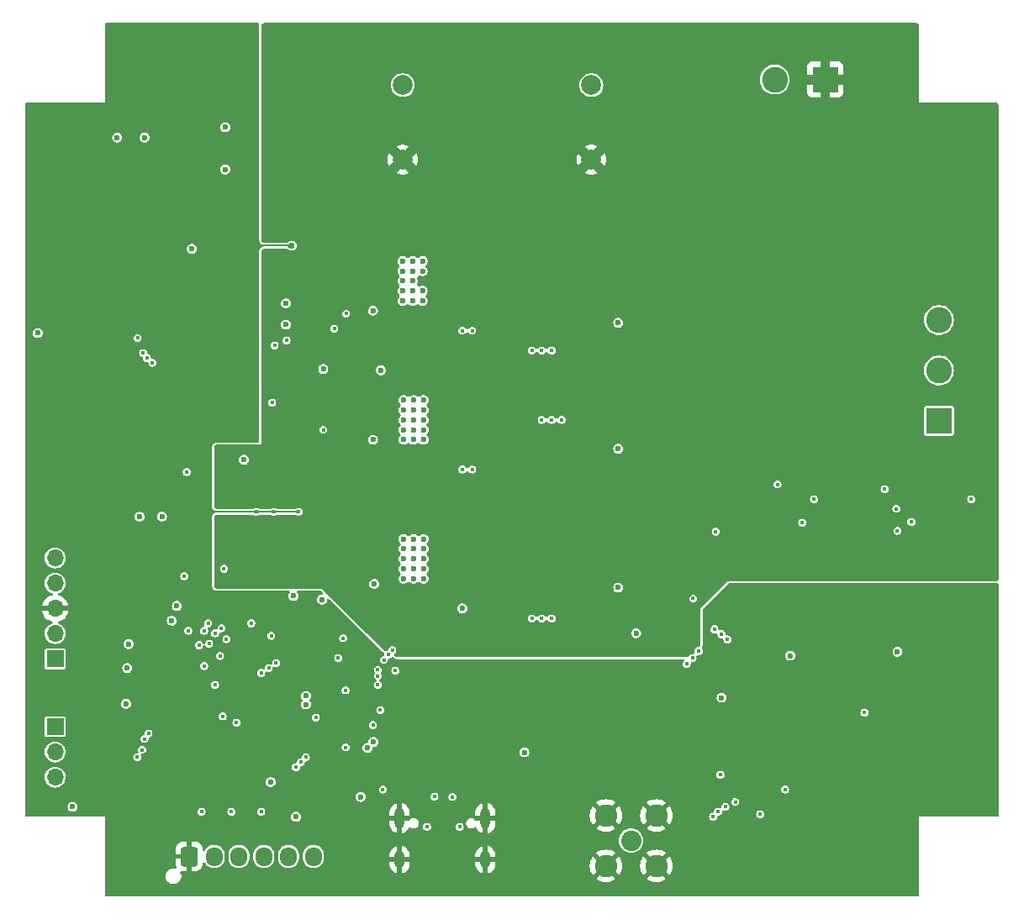
<source format=gbr>
%TF.GenerationSoftware,KiCad,Pcbnew,8.0.2*%
%TF.CreationDate,2024-10-17T17:48:59-03:00*%
%TF.ProjectId,ESCX,45534358-2e6b-4696-9361-645f70636258,rev?*%
%TF.SameCoordinates,Original*%
%TF.FileFunction,Copper,L2,Inr*%
%TF.FilePolarity,Positive*%
%FSLAX46Y46*%
G04 Gerber Fmt 4.6, Leading zero omitted, Abs format (unit mm)*
G04 Created by KiCad (PCBNEW 8.0.2) date 2024-10-17 17:48:59*
%MOMM*%
%LPD*%
G01*
G04 APERTURE LIST*
G04 Aperture macros list*
%AMRoundRect*
0 Rectangle with rounded corners*
0 $1 Rounding radius*
0 $2 $3 $4 $5 $6 $7 $8 $9 X,Y pos of 4 corners*
0 Add a 4 corners polygon primitive as box body*
4,1,4,$2,$3,$4,$5,$6,$7,$8,$9,$2,$3,0*
0 Add four circle primitives for the rounded corners*
1,1,$1+$1,$2,$3*
1,1,$1+$1,$4,$5*
1,1,$1+$1,$6,$7*
1,1,$1+$1,$8,$9*
0 Add four rect primitives between the rounded corners*
20,1,$1+$1,$2,$3,$4,$5,0*
20,1,$1+$1,$4,$5,$6,$7,0*
20,1,$1+$1,$6,$7,$8,$9,0*
20,1,$1+$1,$8,$9,$2,$3,0*%
G04 Aperture macros list end*
%TA.AperFunction,ComponentPad*%
%ADD10R,2.600000X2.600000*%
%TD*%
%TA.AperFunction,ComponentPad*%
%ADD11C,2.600000*%
%TD*%
%TA.AperFunction,ComponentPad*%
%ADD12C,2.050000*%
%TD*%
%TA.AperFunction,ComponentPad*%
%ADD13C,2.250000*%
%TD*%
%TA.AperFunction,ComponentPad*%
%ADD14C,2.000000*%
%TD*%
%TA.AperFunction,ComponentPad*%
%ADD15RoundRect,0.250000X-0.600000X-0.725000X0.600000X-0.725000X0.600000X0.725000X-0.600000X0.725000X0*%
%TD*%
%TA.AperFunction,ComponentPad*%
%ADD16O,1.700000X1.950000*%
%TD*%
%TA.AperFunction,ComponentPad*%
%ADD17R,1.700000X1.700000*%
%TD*%
%TA.AperFunction,ComponentPad*%
%ADD18O,1.700000X1.700000*%
%TD*%
%TA.AperFunction,ComponentPad*%
%ADD19O,1.000000X2.100000*%
%TD*%
%TA.AperFunction,ComponentPad*%
%ADD20O,1.000000X1.800000*%
%TD*%
%TA.AperFunction,ViaPad*%
%ADD21C,0.400000*%
%TD*%
%TA.AperFunction,ViaPad*%
%ADD22C,0.600000*%
%TD*%
%TA.AperFunction,Conductor*%
%ADD23C,0.200000*%
%TD*%
G04 APERTURE END LIST*
D10*
%TO.N,/power/PH_C*%
%TO.C,J4*%
X192000000Y-85080000D03*
D11*
%TO.N,/power/PH_B*%
X192000000Y-80000000D03*
%TO.N,/power/PH_A*%
X192000000Y-74920000D03*
%TD*%
D12*
%TO.N,Net-(J2-In)*%
%TO.C,J2*%
X161000000Y-127400000D03*
D13*
%TO.N,GND1*%
X163540000Y-129940000D03*
X163540000Y-124860000D03*
X158460000Y-129940000D03*
X158460000Y-124860000D03*
%TD*%
D10*
%TO.N,GND2*%
%TO.C,J3*%
X180545000Y-50695000D03*
D11*
%TO.N,SUPPLY*%
X175465000Y-50695000D03*
%TD*%
D14*
%TO.N,SUPPLY*%
%TO.C,C50*%
X138000000Y-51250000D03*
%TO.N,GND2*%
X138000000Y-58750000D03*
%TD*%
D15*
%TO.N,GND1*%
%TO.C,J5*%
X116500000Y-129000000D03*
D16*
%TO.N,/MCU/HALL_3*%
X119000000Y-129000000D03*
%TO.N,/MCU/HALL_2*%
X121500000Y-129000000D03*
%TO.N,/MCU/HALL_1*%
X124000000Y-129000000D03*
%TO.N,/MCU/TEMP_MOTOR*%
X126500000Y-129000000D03*
%TO.N,Net-(J5-Pin_6)*%
X129000000Y-129000000D03*
%TD*%
D17*
%TO.N,+3.3V*%
%TO.C,J7*%
X103000000Y-115920000D03*
D18*
%TO.N,Net-(J5-Pin_6)*%
X103000000Y-118460000D03*
%TO.N,+5V*%
X103000000Y-121000000D03*
%TD*%
D19*
%TO.N,GND1*%
%TO.C,J6*%
X137680000Y-125145000D03*
D20*
X137680000Y-129325000D03*
D19*
X146320000Y-125145000D03*
D20*
X146320000Y-129325000D03*
%TD*%
D17*
%TO.N,+3.3V*%
%TO.C,J1*%
X103000000Y-109080000D03*
D18*
%TO.N,/MCU/SWCLK*%
X103000000Y-106540000D03*
%TO.N,GND1*%
X103000000Y-104000000D03*
%TO.N,/MCU/SWDIO*%
X103000000Y-101460000D03*
%TO.N,/MCU/NRST*%
X103000000Y-98920000D03*
%TD*%
D14*
%TO.N,SUPPLY*%
%TO.C,C51*%
X157000000Y-51250000D03*
%TO.N,GND2*%
X157000000Y-58750000D03*
%TD*%
D21*
%TO.N,GND1*%
X168500000Y-119500000D03*
D22*
X104000000Y-59000000D03*
D21*
X145000000Y-117750000D03*
D22*
X110750000Y-61250000D03*
X134000000Y-129000000D03*
D21*
X108000000Y-81000000D03*
X121750000Y-102500000D03*
X125000000Y-94250000D03*
D22*
X119750000Y-71000000D03*
X109000000Y-129000000D03*
D21*
X123250000Y-94250000D03*
X140500000Y-115000000D03*
X197000000Y-119250000D03*
X131250000Y-107500000D03*
D22*
X154000000Y-129000000D03*
X116250000Y-50500000D03*
X174000000Y-129000000D03*
D21*
X181250000Y-123500000D03*
X173000000Y-102500000D03*
D22*
X107500000Y-113700000D03*
X126810662Y-67439338D03*
D21*
X141750000Y-110250000D03*
D22*
X130500000Y-118500000D03*
X115750000Y-94750000D03*
D21*
X197000000Y-123250000D03*
D22*
X111250000Y-50500000D03*
D21*
X170000000Y-123250000D03*
D22*
X104000000Y-89000000D03*
X149000000Y-124000000D03*
D21*
X107000000Y-77500000D03*
X171750000Y-117000000D03*
D22*
X114000000Y-129000000D03*
X109000000Y-69000000D03*
X101750000Y-56500000D03*
X109000000Y-119000000D03*
D21*
X127500000Y-94250000D03*
D22*
X154000000Y-124000000D03*
X114000000Y-124000000D03*
D21*
X184250000Y-117000000D03*
D22*
X109000000Y-104000000D03*
X104000000Y-94000000D03*
X109000000Y-64000000D03*
X184000000Y-129000000D03*
X144000000Y-114000000D03*
X169000000Y-129000000D03*
X144000000Y-129000000D03*
X179000000Y-129000000D03*
X104000000Y-84000000D03*
X149000000Y-114000000D03*
X104000000Y-64000000D03*
X120000000Y-86500000D03*
D21*
%TO.N,/MCU/NRST*%
X135000000Y-115750000D03*
D22*
X115250000Y-103750000D03*
D21*
X132250000Y-112250000D03*
%TO.N,+3.3V*%
X176500000Y-122250000D03*
X122750000Y-105500000D03*
X136000000Y-122250000D03*
D22*
X109250000Y-56547500D03*
D21*
X137250000Y-110250000D03*
D22*
X129875000Y-103125000D03*
X114750000Y-105250000D03*
D21*
X132250000Y-118000000D03*
X195250000Y-93000000D03*
X170000000Y-120750000D03*
X135750000Y-114250000D03*
X175750000Y-91500000D03*
D22*
X127000000Y-102750000D03*
X126250000Y-75400000D03*
X170125000Y-113000000D03*
D21*
X171500000Y-123500000D03*
D22*
X112000000Y-56547500D03*
X133750000Y-123000000D03*
D21*
X119875000Y-114875000D03*
D22*
X110400000Y-107600000D03*
D21*
X187703800Y-93953800D03*
X167250000Y-103000000D03*
D22*
%TO.N,+5V*%
X150250000Y-118500000D03*
X101250000Y-76250000D03*
X120125000Y-55500000D03*
X116750000Y-67750000D03*
X104750000Y-124000000D03*
X120125000Y-59750000D03*
%TO.N,SUPPLY*%
X138100000Y-100000000D03*
X138100000Y-87000000D03*
X138000000Y-72000000D03*
X140100000Y-100000000D03*
X139100000Y-87000000D03*
X140000000Y-73000000D03*
X138000000Y-71000000D03*
X138000000Y-73000000D03*
X139000000Y-69000000D03*
X139100000Y-101000000D03*
X139100000Y-83000000D03*
X138100000Y-97000000D03*
X122000000Y-89000000D03*
X138000000Y-70000000D03*
X140100000Y-97000000D03*
X140000000Y-72000000D03*
X139100000Y-97000000D03*
X140100000Y-87000000D03*
X138100000Y-83000000D03*
X139000000Y-73000000D03*
X139000000Y-70000000D03*
X139100000Y-98000000D03*
X140100000Y-84000000D03*
X140100000Y-86000000D03*
X140100000Y-85000000D03*
X139100000Y-86000000D03*
X139000000Y-71000000D03*
X138000000Y-69000000D03*
X140000000Y-69000000D03*
X140100000Y-101000000D03*
X138100000Y-86000000D03*
X126250000Y-73250000D03*
X140000000Y-70000000D03*
X140100000Y-99000000D03*
X139100000Y-84000000D03*
X111500000Y-94750000D03*
X138100000Y-101000000D03*
X138100000Y-98000000D03*
X139100000Y-99000000D03*
X140100000Y-98000000D03*
X139100000Y-85000000D03*
X138100000Y-85000000D03*
X138100000Y-84000000D03*
X138100000Y-99000000D03*
X139100000Y-100000000D03*
X140100000Y-83000000D03*
X139000000Y-72000000D03*
D21*
%TO.N,/DRV8301/SH_A*%
X132300000Y-74300000D03*
X126307107Y-77000000D03*
X186521446Y-91972354D03*
X153000000Y-78000000D03*
X152000000Y-78000000D03*
X151000000Y-78000000D03*
%TO.N,/DRV8301/SH_C*%
X152000000Y-105000000D03*
X151000000Y-105000000D03*
X153000000Y-105000000D03*
D22*
X177025000Y-108768800D03*
D21*
X178225000Y-95368800D03*
%TO.N,Net-(U3-BST_C)*%
X124850000Y-83250000D03*
X130000000Y-86000000D03*
D22*
%TO.N,/DRV8301/SH_B*%
X187825000Y-108368800D03*
D21*
X153000000Y-85000000D03*
X152000000Y-85000000D03*
X154000000Y-85000000D03*
X187825000Y-96168800D03*
%TO.N,Net-(J2-In)*%
X184500000Y-114500000D03*
%TO.N,/MCU/CURRENT_1*%
X170700000Y-107118800D03*
X135500000Y-111700000D03*
%TO.N,/MCU/CURRENT_2*%
X170100000Y-106600000D03*
X135500000Y-110800003D03*
%TO.N,/MCU/CURRENT_3*%
X169400000Y-106100000D03*
X135500000Y-110200000D03*
D22*
%TO.N,/MCU/ADC_TEMP*%
X161500000Y-106500000D03*
D21*
X132000000Y-107000000D03*
%TO.N,/MCU/TEMP_MOTOR*%
X129250000Y-115000000D03*
D22*
X127250000Y-125000000D03*
%TO.N,/MCU/SWCLK*%
X110125000Y-113625000D03*
%TO.N,/MCU/SWDIO*%
X110250000Y-110000000D03*
D21*
%TO.N,/MCU/HALL_2*%
X120750000Y-124500000D03*
X124500000Y-110000000D03*
D22*
%TO.N,Net-(J5-Pin_6)*%
X124700000Y-121500000D03*
D21*
%TO.N,/MCU/HALL_1*%
X125250000Y-109500000D03*
X123750000Y-124500000D03*
%TO.N,/MCU/HALL_3*%
X117750000Y-124500000D03*
X123750000Y-110500000D03*
%TO.N,Net-(J6-VBUS-PadA4)*%
X143750000Y-126000000D03*
X140455001Y-126000000D03*
%TO.N,/power/PH_A*%
X189225000Y-95268800D03*
D22*
X159700000Y-75200000D03*
%TO.N,/power/PH_B*%
X159700000Y-87900000D03*
D21*
X179425000Y-93000000D03*
%TO.N,/power/PH_C*%
X169525000Y-96268800D03*
D22*
X159700000Y-101900000D03*
D21*
%TO.N,/DRV8301/SENS_A*%
X136100000Y-109200000D03*
X166600000Y-109600000D03*
%TO.N,/DRV8301/SENS_B*%
X167200000Y-109000000D03*
X136550000Y-108650000D03*
%TO.N,/DRV8301/SENS_C*%
X167800000Y-108300000D03*
X136956497Y-108200000D03*
%TO.N,/DRV8301/GH_A*%
X125100000Y-77500000D03*
X131100000Y-75800000D03*
%TO.N,/MCU/AN_IN*%
X131500000Y-109000000D03*
X116000000Y-100750000D03*
D22*
%TO.N,/MCU/USB_DN*%
X135050521Y-117449479D03*
X128250000Y-112825000D03*
%TO.N,/MCU/USB_DP*%
X128250000Y-113675000D03*
X134449479Y-118050521D03*
D21*
%TO.N,/DRV8301/INH_C*%
X119100000Y-111700000D03*
X119100000Y-106500000D03*
%TO.N,/DRV8301/INH_B*%
X118000000Y-106250000D03*
X118000000Y-109800000D03*
%TO.N,/MCU/PB12*%
X124750000Y-106750000D03*
X170500000Y-124000000D03*
%TO.N,/DRV8301/EN_GATE*%
X120250000Y-107100000D03*
X116250000Y-90250000D03*
X121250000Y-115500000D03*
X120000000Y-100000000D03*
%TO.N,/MCU/PB4*%
X128250000Y-119000000D03*
X169750000Y-124500000D03*
%TO.N,/DRV8301/CS*%
X116400000Y-106250000D03*
X117500001Y-107700001D03*
%TO.N,/DRV8301/SCLK*%
X112399999Y-116607106D03*
X112800000Y-79250000D03*
%TO.N,/DRV8301/SDO*%
X112000000Y-117150000D03*
X112250000Y-78750000D03*
%TO.N,/MCU/PD2*%
X127250000Y-120000000D03*
X174000000Y-124750000D03*
%TO.N,/DRV8301/FAULT*%
X111250000Y-119000000D03*
X111300000Y-76750000D03*
%TO.N,/DRV8301/SDI*%
X111850000Y-78253554D03*
X111750000Y-118250000D03*
%TO.N,/DRV8301/INL_C*%
X119600000Y-108800000D03*
X119750000Y-106000000D03*
%TO.N,/DRV8301/INL_B*%
X118500000Y-107557106D03*
X118400000Y-105500000D03*
%TO.N,/MCU/PB3*%
X169250000Y-125000000D03*
X127750000Y-119500000D03*
D22*
%TO.N,GND2*%
X138000000Y-105000000D03*
X129000000Y-59000000D03*
X139000000Y-104000000D03*
X139000000Y-92000000D03*
X129000000Y-54000000D03*
X139000000Y-78000000D03*
X137000000Y-91000000D03*
X169000000Y-69000000D03*
X137000000Y-104000000D03*
X137000000Y-105000000D03*
X174000000Y-59000000D03*
X159000000Y-69000000D03*
X138000000Y-93000000D03*
X120000000Y-89250000D03*
X139000000Y-77000000D03*
X169000000Y-94000000D03*
X134000000Y-54000000D03*
X174000000Y-69000000D03*
X139000000Y-106000000D03*
X179000000Y-69000000D03*
X137000000Y-92000000D03*
X139000000Y-75000000D03*
X139000000Y-93000000D03*
X164000000Y-79000000D03*
X164000000Y-64000000D03*
X139000000Y-105000000D03*
X138000000Y-90000000D03*
X134000000Y-59000000D03*
X154000000Y-59000000D03*
X179000000Y-79000000D03*
X164000000Y-59000000D03*
X138000000Y-78000000D03*
D21*
X188500000Y-99500000D03*
D22*
X139000000Y-103000000D03*
X137000000Y-90000000D03*
X194000000Y-89000000D03*
D21*
X179000000Y-98000000D03*
D22*
X113750000Y-94750000D03*
X179000000Y-64000000D03*
D21*
X169250000Y-99500000D03*
D22*
X138000000Y-91000000D03*
X137000000Y-103000000D03*
X138000000Y-106000000D03*
X184000000Y-54000000D03*
X179000000Y-59000000D03*
X164000000Y-69000000D03*
X139000000Y-90000000D03*
X154000000Y-64000000D03*
X159000000Y-64000000D03*
D21*
X169250000Y-98000000D03*
D22*
X138000000Y-76000000D03*
X138000000Y-75000000D03*
X189000000Y-54000000D03*
X139000000Y-76000000D03*
X184000000Y-49000000D03*
X138000000Y-104000000D03*
X139000000Y-91000000D03*
X149000000Y-59000000D03*
X138000000Y-92000000D03*
D21*
X188500000Y-98000000D03*
D22*
X174000000Y-64000000D03*
X137000000Y-93000000D03*
X138000000Y-103000000D03*
X189000000Y-49000000D03*
D21*
X179000000Y-99500000D03*
D22*
X184000000Y-59000000D03*
X129000000Y-49000000D03*
X169000000Y-64000000D03*
X138000000Y-77000000D03*
X189000000Y-89000000D03*
X164000000Y-89000000D03*
X169000000Y-79000000D03*
X169000000Y-59000000D03*
X134000000Y-49000000D03*
D21*
%TO.N,/USB_Interface/dusb+*%
X143000000Y-123000000D03*
X141200000Y-122950000D03*
D22*
%TO.N,/power/G2*%
X135800000Y-80000000D03*
X130000000Y-79875000D03*
D21*
%TO.N,/DRV8301/SL_A*%
X144000000Y-76000000D03*
D22*
X135000000Y-74000000D03*
D21*
X145000000Y-76000000D03*
%TO.N,/DRV8301/SL_B*%
X144000000Y-90000000D03*
X145000000Y-90000000D03*
D22*
X135000000Y-87000000D03*
%TO.N,/DRV8301/SL_C*%
X135133823Y-101525367D03*
X144000000Y-104000000D03*
%TD*%
D23*
%TO.N,GND1*%
X123250000Y-94250000D02*
X116250000Y-94250000D01*
X123250000Y-94250000D02*
X127500000Y-94250000D01*
X116250000Y-94250000D02*
X115750000Y-94750000D01*
X126810662Y-67439338D02*
X123560662Y-67439338D01*
X123560662Y-67439338D02*
X123000000Y-68000000D01*
%TD*%
%TA.AperFunction,Conductor*%
%TO.N,GND2*%
G36*
X189846288Y-45018954D02*
G01*
X189927070Y-45072930D01*
X189981046Y-45153712D01*
X190000000Y-45249000D01*
X190000000Y-53000000D01*
X197751000Y-53000000D01*
X197846288Y-53018954D01*
X197927070Y-53072930D01*
X197981046Y-53153712D01*
X198000000Y-53249000D01*
X198000000Y-101001000D01*
X197981046Y-101096288D01*
X197927070Y-101177070D01*
X197846288Y-101231046D01*
X197751000Y-101250000D01*
X170750000Y-101250000D01*
X168000000Y-104000000D01*
X168000000Y-104000001D01*
X168000000Y-107650164D01*
X167981046Y-107745452D01*
X167927070Y-107826234D01*
X167846288Y-107880210D01*
X167789953Y-107896098D01*
X167674702Y-107914352D01*
X167674693Y-107914355D01*
X167561660Y-107971948D01*
X167471948Y-108061660D01*
X167414355Y-108174693D01*
X167414352Y-108174702D01*
X167394508Y-108299996D01*
X167394508Y-108299999D01*
X167396300Y-108311315D01*
X167392484Y-108408395D01*
X167351809Y-108496626D01*
X167280465Y-108562574D01*
X167189318Y-108596199D01*
X167074702Y-108614352D01*
X167074693Y-108614355D01*
X166961660Y-108671948D01*
X166871948Y-108761660D01*
X166870732Y-108764048D01*
X166864120Y-108772433D01*
X166860429Y-108777515D01*
X166860229Y-108777369D01*
X166810582Y-108840344D01*
X166725814Y-108887814D01*
X166648873Y-108900000D01*
X137424028Y-108900000D01*
X137328740Y-108881046D01*
X137247958Y-108827070D01*
X137193982Y-108746288D01*
X137175028Y-108651000D01*
X137193982Y-108555712D01*
X137247955Y-108474933D01*
X137284547Y-108438342D01*
X137342143Y-108325304D01*
X137350366Y-108273385D01*
X137361989Y-108200003D01*
X137361989Y-108199996D01*
X137342144Y-108074702D01*
X137342143Y-108074701D01*
X137342143Y-108074696D01*
X137284547Y-107961658D01*
X137194839Y-107871950D01*
X137194836Y-107871948D01*
X137081803Y-107814355D01*
X137081802Y-107814354D01*
X137081801Y-107814354D01*
X137081799Y-107814353D01*
X137081794Y-107814352D01*
X136956500Y-107794508D01*
X136956494Y-107794508D01*
X136831199Y-107814352D01*
X136831190Y-107814355D01*
X136718157Y-107871948D01*
X136628445Y-107961660D01*
X136570852Y-108074693D01*
X136564795Y-108093336D01*
X136564060Y-108093097D01*
X136537225Y-108165837D01*
X136471276Y-108237180D01*
X136437961Y-108257595D01*
X136406971Y-108273385D01*
X136313463Y-108299757D01*
X136216982Y-108288337D01*
X136132214Y-108240864D01*
X136119130Y-108228856D01*
X134365218Y-106500000D01*
X160994353Y-106500000D01*
X161012281Y-106624696D01*
X161014835Y-106642456D01*
X161014836Y-106642460D01*
X161074622Y-106773372D01*
X161130919Y-106838342D01*
X161168872Y-106882143D01*
X161289947Y-106959953D01*
X161289948Y-106959953D01*
X161289950Y-106959954D01*
X161377450Y-106985646D01*
X161428039Y-107000500D01*
X161571961Y-107000500D01*
X161710053Y-106959953D01*
X161831128Y-106882143D01*
X161925377Y-106773373D01*
X161985165Y-106642457D01*
X162005647Y-106500000D01*
X161985165Y-106357543D01*
X161925377Y-106226627D01*
X161831128Y-106117857D01*
X161794796Y-106094508D01*
X161710054Y-106040047D01*
X161710049Y-106040045D01*
X161571961Y-105999500D01*
X161428039Y-105999500D01*
X161289950Y-106040045D01*
X161289945Y-106040047D01*
X161168871Y-106117857D01*
X161074622Y-106226627D01*
X161014836Y-106357539D01*
X161014835Y-106357543D01*
X160994353Y-106500000D01*
X134365218Y-106500000D01*
X132843475Y-104999996D01*
X150594508Y-104999996D01*
X150594508Y-105000003D01*
X150614352Y-105125297D01*
X150614353Y-105125302D01*
X150614354Y-105125304D01*
X150671950Y-105238342D01*
X150761658Y-105328050D01*
X150874696Y-105385646D01*
X150874701Y-105385646D01*
X150874702Y-105385647D01*
X150999997Y-105405492D01*
X151000000Y-105405492D01*
X151000003Y-105405492D01*
X151101973Y-105389341D01*
X151125304Y-105385646D01*
X151238342Y-105328050D01*
X151323933Y-105242458D01*
X151404712Y-105188485D01*
X151500000Y-105169531D01*
X151595288Y-105188485D01*
X151676066Y-105242458D01*
X151761658Y-105328050D01*
X151874696Y-105385646D01*
X151874701Y-105385646D01*
X151874702Y-105385647D01*
X151999997Y-105405492D01*
X152000000Y-105405492D01*
X152000003Y-105405492D01*
X152101973Y-105389341D01*
X152125304Y-105385646D01*
X152238342Y-105328050D01*
X152323933Y-105242458D01*
X152404712Y-105188485D01*
X152500000Y-105169531D01*
X152595288Y-105188485D01*
X152676066Y-105242458D01*
X152761658Y-105328050D01*
X152874696Y-105385646D01*
X152874701Y-105385646D01*
X152874702Y-105385647D01*
X152999997Y-105405492D01*
X153000000Y-105405492D01*
X153000003Y-105405492D01*
X153101973Y-105389341D01*
X153125304Y-105385646D01*
X153238342Y-105328050D01*
X153328050Y-105238342D01*
X153385646Y-105125304D01*
X153405492Y-105000000D01*
X153405492Y-104999996D01*
X153385647Y-104874702D01*
X153385646Y-104874701D01*
X153385646Y-104874696D01*
X153328050Y-104761658D01*
X153238342Y-104671950D01*
X153238339Y-104671948D01*
X153125306Y-104614355D01*
X153125305Y-104614354D01*
X153125304Y-104614354D01*
X153125302Y-104614353D01*
X153125297Y-104614352D01*
X153000003Y-104594508D01*
X152999997Y-104594508D01*
X152874702Y-104614352D01*
X152874693Y-104614355D01*
X152761660Y-104671948D01*
X152761658Y-104671949D01*
X152761658Y-104671950D01*
X152676066Y-104757541D01*
X152595288Y-104811515D01*
X152500000Y-104830469D01*
X152404712Y-104811515D01*
X152323933Y-104757541D01*
X152238342Y-104671950D01*
X152238339Y-104671948D01*
X152125306Y-104614355D01*
X152125305Y-104614354D01*
X152125304Y-104614354D01*
X152125302Y-104614353D01*
X152125297Y-104614352D01*
X152000003Y-104594508D01*
X151999997Y-104594508D01*
X151874702Y-104614352D01*
X151874693Y-104614355D01*
X151761660Y-104671948D01*
X151761658Y-104671949D01*
X151761658Y-104671950D01*
X151676066Y-104757541D01*
X151595288Y-104811515D01*
X151500000Y-104830469D01*
X151404712Y-104811515D01*
X151323933Y-104757541D01*
X151238342Y-104671950D01*
X151238339Y-104671948D01*
X151125306Y-104614355D01*
X151125305Y-104614354D01*
X151125304Y-104614354D01*
X151125302Y-104614353D01*
X151125297Y-104614352D01*
X151000003Y-104594508D01*
X150999997Y-104594508D01*
X150874702Y-104614352D01*
X150874693Y-104614355D01*
X150761660Y-104671948D01*
X150671948Y-104761660D01*
X150614355Y-104874693D01*
X150614352Y-104874702D01*
X150594508Y-104999996D01*
X132843475Y-104999996D01*
X131828986Y-104000000D01*
X143494353Y-104000000D01*
X143514835Y-104142456D01*
X143514836Y-104142460D01*
X143574622Y-104273372D01*
X143574623Y-104273373D01*
X143668872Y-104382143D01*
X143789947Y-104459953D01*
X143928039Y-104500500D01*
X144071961Y-104500500D01*
X144210053Y-104459953D01*
X144331128Y-104382143D01*
X144425377Y-104273373D01*
X144485165Y-104142457D01*
X144505647Y-104000000D01*
X144485165Y-103857543D01*
X144425377Y-103726627D01*
X144331128Y-103617857D01*
X144210054Y-103540047D01*
X144210049Y-103540045D01*
X144071961Y-103499500D01*
X143928039Y-103499500D01*
X143789950Y-103540045D01*
X143789945Y-103540047D01*
X143668871Y-103617857D01*
X143574622Y-103726627D01*
X143514836Y-103857539D01*
X143514835Y-103857543D01*
X143494353Y-104000000D01*
X131828986Y-104000000D01*
X130814489Y-102999996D01*
X166844508Y-102999996D01*
X166844508Y-103000003D01*
X166864352Y-103125297D01*
X166864353Y-103125302D01*
X166864354Y-103125304D01*
X166921950Y-103238342D01*
X167011658Y-103328050D01*
X167124696Y-103385646D01*
X167124701Y-103385646D01*
X167124702Y-103385647D01*
X167249997Y-103405492D01*
X167250000Y-103405492D01*
X167250003Y-103405492D01*
X167351973Y-103389341D01*
X167375304Y-103385646D01*
X167488342Y-103328050D01*
X167578050Y-103238342D01*
X167635646Y-103125304D01*
X167655492Y-103000000D01*
X167655492Y-102999996D01*
X167635647Y-102874702D01*
X167635646Y-102874701D01*
X167635646Y-102874696D01*
X167578050Y-102761658D01*
X167488342Y-102671950D01*
X167488339Y-102671948D01*
X167375306Y-102614355D01*
X167375305Y-102614354D01*
X167375304Y-102614354D01*
X167375302Y-102614353D01*
X167375297Y-102614352D01*
X167250003Y-102594508D01*
X167249997Y-102594508D01*
X167124702Y-102614352D01*
X167124693Y-102614355D01*
X167011660Y-102671948D01*
X166921948Y-102761660D01*
X166864355Y-102874693D01*
X166864352Y-102874702D01*
X166844508Y-102999996D01*
X130814489Y-102999996D01*
X129800000Y-102000000D01*
X119249000Y-102000000D01*
X119153712Y-101981046D01*
X119072930Y-101927070D01*
X119018954Y-101846288D01*
X119000000Y-101751000D01*
X119000000Y-101525367D01*
X134628176Y-101525367D01*
X134648658Y-101667823D01*
X134648659Y-101667827D01*
X134708445Y-101798739D01*
X134796188Y-101900000D01*
X134802695Y-101907510D01*
X134833131Y-101927070D01*
X134917119Y-101981046D01*
X134923770Y-101985320D01*
X135061862Y-102025867D01*
X135205784Y-102025867D01*
X135343876Y-101985320D01*
X135464951Y-101907510D01*
X135471458Y-101900000D01*
X159194353Y-101900000D01*
X159214835Y-102042456D01*
X159214836Y-102042460D01*
X159274622Y-102173372D01*
X159274623Y-102173373D01*
X159368872Y-102282143D01*
X159489947Y-102359953D01*
X159489948Y-102359953D01*
X159489950Y-102359954D01*
X159628039Y-102400500D01*
X159771961Y-102400500D01*
X159910053Y-102359953D01*
X160031128Y-102282143D01*
X160125377Y-102173373D01*
X160185165Y-102042457D01*
X160205647Y-101900000D01*
X160185165Y-101757543D01*
X160125377Y-101626627D01*
X160031128Y-101517857D01*
X160004120Y-101500500D01*
X159910054Y-101440047D01*
X159910049Y-101440045D01*
X159771961Y-101399500D01*
X159628039Y-101399500D01*
X159489950Y-101440045D01*
X159489945Y-101440047D01*
X159368871Y-101517857D01*
X159274622Y-101626627D01*
X159214836Y-101757539D01*
X159214835Y-101757543D01*
X159194353Y-101900000D01*
X135471458Y-101900000D01*
X135559200Y-101798740D01*
X135618988Y-101667824D01*
X135639470Y-101525367D01*
X135618988Y-101382910D01*
X135559200Y-101251994D01*
X135464951Y-101143224D01*
X135463756Y-101142456D01*
X135343877Y-101065414D01*
X135343872Y-101065412D01*
X135205784Y-101024867D01*
X135061862Y-101024867D01*
X134923773Y-101065412D01*
X134923768Y-101065414D01*
X134802694Y-101143224D01*
X134708445Y-101251994D01*
X134648659Y-101382906D01*
X134648658Y-101382910D01*
X134628176Y-101525367D01*
X119000000Y-101525367D01*
X119000000Y-99999996D01*
X119594508Y-99999996D01*
X119594508Y-100000003D01*
X119614352Y-100125297D01*
X119614353Y-100125302D01*
X119614354Y-100125304D01*
X119671950Y-100238342D01*
X119761658Y-100328050D01*
X119874696Y-100385646D01*
X119874701Y-100385646D01*
X119874702Y-100385647D01*
X119999997Y-100405492D01*
X120000000Y-100405492D01*
X120000003Y-100405492D01*
X120107013Y-100388543D01*
X120125304Y-100385646D01*
X120238342Y-100328050D01*
X120328050Y-100238342D01*
X120385646Y-100125304D01*
X120389341Y-100101973D01*
X120405492Y-100000003D01*
X120405492Y-99999996D01*
X120385647Y-99874702D01*
X120385646Y-99874701D01*
X120385646Y-99874696D01*
X120328050Y-99761658D01*
X120238342Y-99671950D01*
X120238339Y-99671948D01*
X120125306Y-99614355D01*
X120125305Y-99614354D01*
X120125304Y-99614354D01*
X120125302Y-99614353D01*
X120125297Y-99614352D01*
X120000003Y-99594508D01*
X119999997Y-99594508D01*
X119874702Y-99614352D01*
X119874693Y-99614355D01*
X119761660Y-99671948D01*
X119671948Y-99761660D01*
X119614355Y-99874693D01*
X119614352Y-99874702D01*
X119594508Y-99999996D01*
X119000000Y-99999996D01*
X119000000Y-97000000D01*
X137594353Y-97000000D01*
X137614835Y-97142456D01*
X137614836Y-97142460D01*
X137674623Y-97273374D01*
X137729704Y-97336942D01*
X137777779Y-97421368D01*
X137789886Y-97517766D01*
X137764182Y-97611459D01*
X137729704Y-97663058D01*
X137674623Y-97726625D01*
X137614836Y-97857539D01*
X137614835Y-97857543D01*
X137594353Y-98000000D01*
X137614835Y-98142456D01*
X137614836Y-98142460D01*
X137674623Y-98273374D01*
X137729704Y-98336942D01*
X137777779Y-98421368D01*
X137789886Y-98517766D01*
X137764182Y-98611459D01*
X137729704Y-98663058D01*
X137674623Y-98726625D01*
X137614836Y-98857539D01*
X137614835Y-98857543D01*
X137594353Y-99000000D01*
X137614835Y-99142456D01*
X137614836Y-99142460D01*
X137674623Y-99273374D01*
X137729704Y-99336942D01*
X137777779Y-99421368D01*
X137789886Y-99517766D01*
X137764182Y-99611459D01*
X137729704Y-99663058D01*
X137674623Y-99726625D01*
X137614836Y-99857539D01*
X137614835Y-99857543D01*
X137594353Y-100000000D01*
X137614835Y-100142456D01*
X137614836Y-100142460D01*
X137674623Y-100273374D01*
X137729704Y-100336942D01*
X137777779Y-100421368D01*
X137789886Y-100517766D01*
X137764182Y-100611459D01*
X137729704Y-100663058D01*
X137674623Y-100726625D01*
X137614836Y-100857539D01*
X137614835Y-100857543D01*
X137594353Y-101000000D01*
X137614835Y-101142456D01*
X137614836Y-101142460D01*
X137674622Y-101273372D01*
X137674623Y-101273373D01*
X137768872Y-101382143D01*
X137795880Y-101399500D01*
X137858972Y-101440047D01*
X137889947Y-101459953D01*
X138028039Y-101500500D01*
X138171961Y-101500500D01*
X138310053Y-101459953D01*
X138431128Y-101382143D01*
X138431133Y-101382137D01*
X138436936Y-101377109D01*
X138521362Y-101329032D01*
X138617759Y-101316922D01*
X138711453Y-101342624D01*
X138763064Y-101377109D01*
X138768869Y-101382140D01*
X138768872Y-101382143D01*
X138768874Y-101382144D01*
X138768875Y-101382145D01*
X138858972Y-101440047D01*
X138889947Y-101459953D01*
X139028039Y-101500500D01*
X139171961Y-101500500D01*
X139310053Y-101459953D01*
X139431128Y-101382143D01*
X139431133Y-101382137D01*
X139436936Y-101377109D01*
X139521362Y-101329032D01*
X139617759Y-101316922D01*
X139711453Y-101342624D01*
X139763064Y-101377109D01*
X139768869Y-101382140D01*
X139768872Y-101382143D01*
X139768874Y-101382144D01*
X139768875Y-101382145D01*
X139858972Y-101440047D01*
X139889947Y-101459953D01*
X140028039Y-101500500D01*
X140171961Y-101500500D01*
X140310053Y-101459953D01*
X140431128Y-101382143D01*
X140525377Y-101273373D01*
X140585165Y-101142457D01*
X140605647Y-101000000D01*
X140585165Y-100857543D01*
X140525377Y-100726627D01*
X140470295Y-100663058D01*
X140422220Y-100578633D01*
X140410112Y-100482236D01*
X140435816Y-100388543D01*
X140470296Y-100336940D01*
X140525377Y-100273373D01*
X140585165Y-100142457D01*
X140605647Y-100000000D01*
X140585165Y-99857543D01*
X140525377Y-99726627D01*
X140470295Y-99663058D01*
X140422220Y-99578633D01*
X140410112Y-99482236D01*
X140435816Y-99388543D01*
X140470296Y-99336940D01*
X140525377Y-99273373D01*
X140585165Y-99142457D01*
X140605647Y-99000000D01*
X140585165Y-98857543D01*
X140525377Y-98726627D01*
X140470295Y-98663058D01*
X140422220Y-98578633D01*
X140410112Y-98482236D01*
X140435816Y-98388543D01*
X140470296Y-98336940D01*
X140525377Y-98273373D01*
X140585165Y-98142457D01*
X140605647Y-98000000D01*
X140585165Y-97857543D01*
X140525377Y-97726627D01*
X140470295Y-97663058D01*
X140422220Y-97578633D01*
X140410112Y-97482236D01*
X140435816Y-97388543D01*
X140470296Y-97336940D01*
X140525377Y-97273373D01*
X140585165Y-97142457D01*
X140605647Y-97000000D01*
X140585165Y-96857543D01*
X140525377Y-96726627D01*
X140431128Y-96617857D01*
X140398442Y-96596851D01*
X140310054Y-96540047D01*
X140310049Y-96540045D01*
X140171961Y-96499500D01*
X140028039Y-96499500D01*
X139889950Y-96540045D01*
X139889945Y-96540047D01*
X139768871Y-96617857D01*
X139763058Y-96622895D01*
X139678631Y-96670970D01*
X139582233Y-96683076D01*
X139488541Y-96657372D01*
X139436942Y-96622895D01*
X139431128Y-96617857D01*
X139310054Y-96540047D01*
X139310049Y-96540045D01*
X139171961Y-96499500D01*
X139028039Y-96499500D01*
X138889950Y-96540045D01*
X138889945Y-96540047D01*
X138768871Y-96617857D01*
X138763058Y-96622895D01*
X138678631Y-96670970D01*
X138582233Y-96683076D01*
X138488541Y-96657372D01*
X138436942Y-96622895D01*
X138431128Y-96617857D01*
X138310054Y-96540047D01*
X138310049Y-96540045D01*
X138171961Y-96499500D01*
X138028039Y-96499500D01*
X137889950Y-96540045D01*
X137889945Y-96540047D01*
X137768871Y-96617857D01*
X137674622Y-96726627D01*
X137614836Y-96857539D01*
X137614835Y-96857543D01*
X137594353Y-97000000D01*
X119000000Y-97000000D01*
X119000000Y-96268796D01*
X169119508Y-96268796D01*
X169119508Y-96268803D01*
X169139352Y-96394097D01*
X169139353Y-96394102D01*
X169139354Y-96394104D01*
X169196950Y-96507142D01*
X169286658Y-96596850D01*
X169399696Y-96654446D01*
X169399701Y-96654446D01*
X169399702Y-96654447D01*
X169524997Y-96674292D01*
X169525000Y-96674292D01*
X169525003Y-96674292D01*
X169631830Y-96657372D01*
X169650304Y-96654446D01*
X169763342Y-96596850D01*
X169853050Y-96507142D01*
X169910646Y-96394104D01*
X169926484Y-96294106D01*
X169930492Y-96268803D01*
X169930492Y-96268796D01*
X169914653Y-96168796D01*
X187419508Y-96168796D01*
X187419508Y-96168803D01*
X187439352Y-96294097D01*
X187439355Y-96294106D01*
X187490307Y-96394106D01*
X187496950Y-96407142D01*
X187586658Y-96496850D01*
X187699696Y-96554446D01*
X187699701Y-96554446D01*
X187699702Y-96554447D01*
X187824997Y-96574292D01*
X187825000Y-96574292D01*
X187825003Y-96574292D01*
X187926973Y-96558141D01*
X187950304Y-96554446D01*
X188063342Y-96496850D01*
X188153050Y-96407142D01*
X188210646Y-96294104D01*
X188230492Y-96168800D01*
X188230492Y-96168796D01*
X188210647Y-96043502D01*
X188210646Y-96043501D01*
X188210646Y-96043496D01*
X188153050Y-95930458D01*
X188063342Y-95840750D01*
X188063339Y-95840748D01*
X187950306Y-95783155D01*
X187950305Y-95783154D01*
X187950304Y-95783154D01*
X187950302Y-95783153D01*
X187950297Y-95783152D01*
X187825003Y-95763308D01*
X187824997Y-95763308D01*
X187699702Y-95783152D01*
X187699693Y-95783155D01*
X187586660Y-95840748D01*
X187496948Y-95930460D01*
X187439355Y-96043493D01*
X187439352Y-96043502D01*
X187419508Y-96168796D01*
X169914653Y-96168796D01*
X169910647Y-96143502D01*
X169910646Y-96143501D01*
X169910646Y-96143496D01*
X169853050Y-96030458D01*
X169763342Y-95940750D01*
X169763339Y-95940748D01*
X169650306Y-95883155D01*
X169650305Y-95883154D01*
X169650304Y-95883154D01*
X169650302Y-95883153D01*
X169650297Y-95883152D01*
X169525003Y-95863308D01*
X169524997Y-95863308D01*
X169399702Y-95883152D01*
X169399693Y-95883155D01*
X169286660Y-95940748D01*
X169196948Y-96030460D01*
X169139355Y-96143493D01*
X169139352Y-96143502D01*
X169119508Y-96268796D01*
X119000000Y-96268796D01*
X119000000Y-95368796D01*
X177819508Y-95368796D01*
X177819508Y-95368803D01*
X177839352Y-95494097D01*
X177839353Y-95494102D01*
X177839354Y-95494104D01*
X177896950Y-95607142D01*
X177986658Y-95696850D01*
X178099696Y-95754446D01*
X178099701Y-95754446D01*
X178099702Y-95754447D01*
X178224997Y-95774292D01*
X178225000Y-95774292D01*
X178225003Y-95774292D01*
X178326973Y-95758141D01*
X178350304Y-95754446D01*
X178463342Y-95696850D01*
X178553050Y-95607142D01*
X178610646Y-95494104D01*
X178626484Y-95394106D01*
X178630492Y-95368803D01*
X178630492Y-95368796D01*
X178614653Y-95268796D01*
X188819508Y-95268796D01*
X188819508Y-95268803D01*
X188839352Y-95394097D01*
X188839355Y-95394106D01*
X188890307Y-95494106D01*
X188896950Y-95507142D01*
X188986658Y-95596850D01*
X189099696Y-95654446D01*
X189099701Y-95654446D01*
X189099702Y-95654447D01*
X189224997Y-95674292D01*
X189225000Y-95674292D01*
X189225003Y-95674292D01*
X189326973Y-95658141D01*
X189350304Y-95654446D01*
X189463342Y-95596850D01*
X189553050Y-95507142D01*
X189610646Y-95394104D01*
X189630492Y-95268800D01*
X189630492Y-95268796D01*
X189610647Y-95143502D01*
X189610646Y-95143501D01*
X189610646Y-95143496D01*
X189553050Y-95030458D01*
X189463342Y-94940750D01*
X189463339Y-94940748D01*
X189350306Y-94883155D01*
X189350305Y-94883154D01*
X189350304Y-94883154D01*
X189350302Y-94883153D01*
X189350297Y-94883152D01*
X189225003Y-94863308D01*
X189224997Y-94863308D01*
X189099702Y-94883152D01*
X189099693Y-94883155D01*
X188986660Y-94940748D01*
X188896948Y-95030460D01*
X188839355Y-95143493D01*
X188839352Y-95143502D01*
X188819508Y-95268796D01*
X178614653Y-95268796D01*
X178610647Y-95243502D01*
X178610646Y-95243501D01*
X178610646Y-95243496D01*
X178553050Y-95130458D01*
X178463342Y-95040750D01*
X178463339Y-95040748D01*
X178350306Y-94983155D01*
X178350305Y-94983154D01*
X178350304Y-94983154D01*
X178350302Y-94983153D01*
X178350297Y-94983152D01*
X178225003Y-94963308D01*
X178224997Y-94963308D01*
X178099702Y-94983152D01*
X178099693Y-94983155D01*
X177986660Y-95040748D01*
X177896948Y-95130460D01*
X177839355Y-95243493D01*
X177839352Y-95243502D01*
X177819508Y-95368796D01*
X119000000Y-95368796D01*
X119000000Y-94799500D01*
X119018954Y-94704212D01*
X119072930Y-94623430D01*
X119153712Y-94569454D01*
X119249000Y-94550500D01*
X122897808Y-94550500D01*
X122993096Y-94569454D01*
X123010851Y-94577639D01*
X123011658Y-94578050D01*
X123124696Y-94635646D01*
X123124701Y-94635646D01*
X123124702Y-94635647D01*
X123249997Y-94655492D01*
X123250000Y-94655492D01*
X123250003Y-94655492D01*
X123351973Y-94639341D01*
X123375304Y-94635646D01*
X123488342Y-94578050D01*
X123488341Y-94578050D01*
X123489149Y-94577639D01*
X123582656Y-94551268D01*
X123602192Y-94550500D01*
X124647808Y-94550500D01*
X124743096Y-94569454D01*
X124760851Y-94577639D01*
X124761658Y-94578050D01*
X124874696Y-94635646D01*
X124874701Y-94635646D01*
X124874702Y-94635647D01*
X124999997Y-94655492D01*
X125000000Y-94655492D01*
X125000003Y-94655492D01*
X125101973Y-94639341D01*
X125125304Y-94635646D01*
X125238342Y-94578050D01*
X125238341Y-94578050D01*
X125239149Y-94577639D01*
X125332656Y-94551268D01*
X125352192Y-94550500D01*
X127147808Y-94550500D01*
X127243096Y-94569454D01*
X127260851Y-94577639D01*
X127261658Y-94578050D01*
X127374696Y-94635646D01*
X127374701Y-94635646D01*
X127374702Y-94635647D01*
X127499997Y-94655492D01*
X127500000Y-94655492D01*
X127500003Y-94655492D01*
X127601973Y-94639341D01*
X127625304Y-94635646D01*
X127738342Y-94578050D01*
X127828050Y-94488342D01*
X127885646Y-94375304D01*
X127899226Y-94289562D01*
X127905492Y-94250003D01*
X127905492Y-94249996D01*
X127885647Y-94124702D01*
X127885646Y-94124701D01*
X127885646Y-94124696D01*
X127828050Y-94011658D01*
X127770188Y-93953796D01*
X187298308Y-93953796D01*
X187298308Y-93953803D01*
X187318152Y-94079097D01*
X187318155Y-94079106D01*
X187346130Y-94134011D01*
X187375750Y-94192142D01*
X187465458Y-94281850D01*
X187578496Y-94339446D01*
X187578501Y-94339446D01*
X187578502Y-94339447D01*
X187703797Y-94359292D01*
X187703800Y-94359292D01*
X187703803Y-94359292D01*
X187805773Y-94343141D01*
X187829104Y-94339446D01*
X187942142Y-94281850D01*
X188031850Y-94192142D01*
X188089446Y-94079104D01*
X188109292Y-93953800D01*
X188109292Y-93953796D01*
X188089447Y-93828502D01*
X188089446Y-93828501D01*
X188089446Y-93828496D01*
X188031850Y-93715458D01*
X187942142Y-93625750D01*
X187942139Y-93625748D01*
X187829106Y-93568155D01*
X187829105Y-93568154D01*
X187829104Y-93568154D01*
X187829102Y-93568153D01*
X187829097Y-93568152D01*
X187703803Y-93548308D01*
X187703797Y-93548308D01*
X187578502Y-93568152D01*
X187578493Y-93568155D01*
X187465460Y-93625748D01*
X187375748Y-93715460D01*
X187318155Y-93828493D01*
X187318152Y-93828502D01*
X187298308Y-93953796D01*
X127770188Y-93953796D01*
X127738342Y-93921950D01*
X127738339Y-93921948D01*
X127625306Y-93864355D01*
X127625305Y-93864354D01*
X127625304Y-93864354D01*
X127625302Y-93864353D01*
X127625297Y-93864352D01*
X127500003Y-93844508D01*
X127499997Y-93844508D01*
X127374702Y-93864352D01*
X127374697Y-93864353D01*
X127374696Y-93864354D01*
X127374694Y-93864354D01*
X127374694Y-93864355D01*
X127260851Y-93922361D01*
X127167344Y-93948732D01*
X127147808Y-93949500D01*
X125352192Y-93949500D01*
X125256904Y-93930546D01*
X125239149Y-93922361D01*
X125207493Y-93906231D01*
X125125304Y-93864354D01*
X125125301Y-93864353D01*
X125125297Y-93864352D01*
X125000003Y-93844508D01*
X124999997Y-93844508D01*
X124874702Y-93864352D01*
X124874697Y-93864353D01*
X124874696Y-93864354D01*
X124874694Y-93864354D01*
X124874694Y-93864355D01*
X124760851Y-93922361D01*
X124667344Y-93948732D01*
X124647808Y-93949500D01*
X123602192Y-93949500D01*
X123506904Y-93930546D01*
X123489149Y-93922361D01*
X123457493Y-93906231D01*
X123375304Y-93864354D01*
X123375301Y-93864353D01*
X123375297Y-93864352D01*
X123250003Y-93844508D01*
X123249997Y-93844508D01*
X123124702Y-93864352D01*
X123124697Y-93864353D01*
X123124696Y-93864354D01*
X123124694Y-93864354D01*
X123124694Y-93864355D01*
X123010851Y-93922361D01*
X122917344Y-93948732D01*
X122897808Y-93949500D01*
X119249000Y-93949500D01*
X119153712Y-93930546D01*
X119072930Y-93876570D01*
X119018954Y-93795788D01*
X119000000Y-93700500D01*
X119000000Y-92999996D01*
X179019508Y-92999996D01*
X179019508Y-93000003D01*
X179039352Y-93125297D01*
X179039353Y-93125302D01*
X179039354Y-93125304D01*
X179096950Y-93238342D01*
X179186658Y-93328050D01*
X179299696Y-93385646D01*
X179299701Y-93385646D01*
X179299702Y-93385647D01*
X179424997Y-93405492D01*
X179425000Y-93405492D01*
X179425003Y-93405492D01*
X179526973Y-93389341D01*
X179550304Y-93385646D01*
X179663342Y-93328050D01*
X179753050Y-93238342D01*
X179810646Y-93125304D01*
X179830492Y-93000000D01*
X179830492Y-92999996D01*
X194844508Y-92999996D01*
X194844508Y-93000003D01*
X194864352Y-93125297D01*
X194864353Y-93125302D01*
X194864354Y-93125304D01*
X194921950Y-93238342D01*
X195011658Y-93328050D01*
X195124696Y-93385646D01*
X195124701Y-93385646D01*
X195124702Y-93385647D01*
X195249997Y-93405492D01*
X195250000Y-93405492D01*
X195250003Y-93405492D01*
X195351973Y-93389341D01*
X195375304Y-93385646D01*
X195488342Y-93328050D01*
X195578050Y-93238342D01*
X195635646Y-93125304D01*
X195655492Y-93000000D01*
X195655492Y-92999996D01*
X195635647Y-92874702D01*
X195635646Y-92874701D01*
X195635646Y-92874696D01*
X195578050Y-92761658D01*
X195488342Y-92671950D01*
X195488339Y-92671948D01*
X195375306Y-92614355D01*
X195375305Y-92614354D01*
X195375304Y-92614354D01*
X195375302Y-92614353D01*
X195375297Y-92614352D01*
X195250003Y-92594508D01*
X195249997Y-92594508D01*
X195124702Y-92614352D01*
X195124693Y-92614355D01*
X195011660Y-92671948D01*
X194921948Y-92761660D01*
X194864355Y-92874693D01*
X194864352Y-92874702D01*
X194844508Y-92999996D01*
X179830492Y-92999996D01*
X179810647Y-92874702D01*
X179810646Y-92874701D01*
X179810646Y-92874696D01*
X179753050Y-92761658D01*
X179663342Y-92671950D01*
X179663339Y-92671948D01*
X179550306Y-92614355D01*
X179550305Y-92614354D01*
X179550304Y-92614354D01*
X179550302Y-92614353D01*
X179550297Y-92614352D01*
X179425003Y-92594508D01*
X179424997Y-92594508D01*
X179299702Y-92614352D01*
X179299693Y-92614355D01*
X179186660Y-92671948D01*
X179096948Y-92761660D01*
X179039355Y-92874693D01*
X179039352Y-92874702D01*
X179019508Y-92999996D01*
X119000000Y-92999996D01*
X119000000Y-91972350D01*
X186115954Y-91972350D01*
X186115954Y-91972357D01*
X186135798Y-92097651D01*
X186135799Y-92097656D01*
X186135800Y-92097658D01*
X186193396Y-92210696D01*
X186283104Y-92300404D01*
X186396142Y-92358000D01*
X186396147Y-92358000D01*
X186396148Y-92358001D01*
X186521443Y-92377846D01*
X186521446Y-92377846D01*
X186521449Y-92377846D01*
X186623419Y-92361695D01*
X186646750Y-92358000D01*
X186759788Y-92300404D01*
X186849496Y-92210696D01*
X186907092Y-92097658D01*
X186926938Y-91972354D01*
X186926938Y-91972350D01*
X186907093Y-91847056D01*
X186907092Y-91847055D01*
X186907092Y-91847050D01*
X186849496Y-91734012D01*
X186759788Y-91644304D01*
X186759785Y-91644302D01*
X186646752Y-91586709D01*
X186646751Y-91586708D01*
X186646750Y-91586708D01*
X186646748Y-91586707D01*
X186646743Y-91586706D01*
X186521449Y-91566862D01*
X186521443Y-91566862D01*
X186396148Y-91586706D01*
X186396139Y-91586709D01*
X186283106Y-91644302D01*
X186193394Y-91734014D01*
X186135801Y-91847047D01*
X186135798Y-91847056D01*
X186115954Y-91972350D01*
X119000000Y-91972350D01*
X119000000Y-91499996D01*
X175344508Y-91499996D01*
X175344508Y-91500003D01*
X175364352Y-91625297D01*
X175364355Y-91625306D01*
X175419744Y-91734014D01*
X175421950Y-91738342D01*
X175511658Y-91828050D01*
X175624696Y-91885646D01*
X175624701Y-91885646D01*
X175624702Y-91885647D01*
X175749997Y-91905492D01*
X175750000Y-91905492D01*
X175750003Y-91905492D01*
X175851973Y-91889341D01*
X175875304Y-91885646D01*
X175988342Y-91828050D01*
X176078050Y-91738342D01*
X176135646Y-91625304D01*
X176155492Y-91500000D01*
X176155492Y-91499996D01*
X176135647Y-91374702D01*
X176135646Y-91374701D01*
X176135646Y-91374696D01*
X176078050Y-91261658D01*
X175988342Y-91171950D01*
X175988339Y-91171948D01*
X175875306Y-91114355D01*
X175875305Y-91114354D01*
X175875304Y-91114354D01*
X175875302Y-91114353D01*
X175875297Y-91114352D01*
X175750003Y-91094508D01*
X175749997Y-91094508D01*
X175624702Y-91114352D01*
X175624693Y-91114355D01*
X175511660Y-91171948D01*
X175421948Y-91261660D01*
X175364355Y-91374693D01*
X175364352Y-91374702D01*
X175344508Y-91499996D01*
X119000000Y-91499996D01*
X119000000Y-89999996D01*
X143594508Y-89999996D01*
X143594508Y-90000003D01*
X143614352Y-90125297D01*
X143614353Y-90125302D01*
X143614354Y-90125304D01*
X143671950Y-90238342D01*
X143761658Y-90328050D01*
X143874696Y-90385646D01*
X143874701Y-90385646D01*
X143874702Y-90385647D01*
X143999997Y-90405492D01*
X144000000Y-90405492D01*
X144000003Y-90405492D01*
X144101973Y-90389341D01*
X144125304Y-90385646D01*
X144238342Y-90328050D01*
X144323933Y-90242458D01*
X144404712Y-90188485D01*
X144500000Y-90169531D01*
X144595288Y-90188485D01*
X144676066Y-90242458D01*
X144761658Y-90328050D01*
X144874696Y-90385646D01*
X144874701Y-90385646D01*
X144874702Y-90385647D01*
X144999997Y-90405492D01*
X145000000Y-90405492D01*
X145000003Y-90405492D01*
X145101973Y-90389341D01*
X145125304Y-90385646D01*
X145238342Y-90328050D01*
X145328050Y-90238342D01*
X145385646Y-90125304D01*
X145405492Y-90000000D01*
X145405492Y-89999996D01*
X145385647Y-89874702D01*
X145385646Y-89874701D01*
X145385646Y-89874696D01*
X145328050Y-89761658D01*
X145238342Y-89671950D01*
X145238339Y-89671948D01*
X145125306Y-89614355D01*
X145125305Y-89614354D01*
X145125304Y-89614354D01*
X145125302Y-89614353D01*
X145125297Y-89614352D01*
X145000003Y-89594508D01*
X144999997Y-89594508D01*
X144874702Y-89614352D01*
X144874693Y-89614355D01*
X144761660Y-89671948D01*
X144761658Y-89671949D01*
X144761658Y-89671950D01*
X144676066Y-89757541D01*
X144595288Y-89811515D01*
X144500000Y-89830469D01*
X144404712Y-89811515D01*
X144323933Y-89757541D01*
X144238342Y-89671950D01*
X144238339Y-89671948D01*
X144125306Y-89614355D01*
X144125305Y-89614354D01*
X144125304Y-89614354D01*
X144125302Y-89614353D01*
X144125297Y-89614352D01*
X144000003Y-89594508D01*
X143999997Y-89594508D01*
X143874702Y-89614352D01*
X143874693Y-89614355D01*
X143761660Y-89671948D01*
X143671948Y-89761660D01*
X143614355Y-89874693D01*
X143614352Y-89874702D01*
X143594508Y-89999996D01*
X119000000Y-89999996D01*
X119000000Y-89000000D01*
X121494353Y-89000000D01*
X121514835Y-89142456D01*
X121514836Y-89142460D01*
X121574622Y-89273372D01*
X121574623Y-89273373D01*
X121668872Y-89382143D01*
X121789947Y-89459953D01*
X121928039Y-89500500D01*
X122071961Y-89500500D01*
X122210053Y-89459953D01*
X122331128Y-89382143D01*
X122425377Y-89273373D01*
X122485165Y-89142457D01*
X122505647Y-89000000D01*
X122485165Y-88857543D01*
X122425377Y-88726627D01*
X122331128Y-88617857D01*
X122210054Y-88540047D01*
X122210049Y-88540045D01*
X122071961Y-88499500D01*
X121928039Y-88499500D01*
X121789950Y-88540045D01*
X121789945Y-88540047D01*
X121668871Y-88617857D01*
X121574622Y-88726627D01*
X121514836Y-88857539D01*
X121514835Y-88857543D01*
X121494353Y-89000000D01*
X119000000Y-89000000D01*
X119000000Y-87900000D01*
X159194353Y-87900000D01*
X159214835Y-88042456D01*
X159214836Y-88042460D01*
X159274622Y-88173372D01*
X159274623Y-88173373D01*
X159368872Y-88282143D01*
X159489947Y-88359953D01*
X159628039Y-88400500D01*
X159771961Y-88400500D01*
X159910053Y-88359953D01*
X160031128Y-88282143D01*
X160125377Y-88173373D01*
X160185165Y-88042457D01*
X160205647Y-87900000D01*
X160185165Y-87757543D01*
X160125377Y-87626627D01*
X160031128Y-87517857D01*
X160003342Y-87500000D01*
X159910054Y-87440047D01*
X159910049Y-87440045D01*
X159771961Y-87399500D01*
X159628039Y-87399500D01*
X159489950Y-87440045D01*
X159489945Y-87440047D01*
X159368871Y-87517857D01*
X159274622Y-87626627D01*
X159214836Y-87757539D01*
X159214835Y-87757543D01*
X159194353Y-87900000D01*
X119000000Y-87900000D01*
X119000000Y-87749000D01*
X119018954Y-87653712D01*
X119072930Y-87572930D01*
X119153712Y-87518954D01*
X119249000Y-87500000D01*
X123749999Y-87500000D01*
X123750000Y-87500000D01*
X123750000Y-87000000D01*
X134494353Y-87000000D01*
X134514835Y-87142456D01*
X134514836Y-87142460D01*
X134574622Y-87273372D01*
X134574623Y-87273373D01*
X134668872Y-87382143D01*
X134695880Y-87399500D01*
X134758972Y-87440047D01*
X134789947Y-87459953D01*
X134928039Y-87500500D01*
X135071961Y-87500500D01*
X135210053Y-87459953D01*
X135331128Y-87382143D01*
X135425377Y-87273373D01*
X135485165Y-87142457D01*
X135505647Y-87000000D01*
X135485165Y-86857543D01*
X135425377Y-86726627D01*
X135331128Y-86617857D01*
X135210054Y-86540047D01*
X135210049Y-86540045D01*
X135071961Y-86499500D01*
X134928039Y-86499500D01*
X134789950Y-86540045D01*
X134789945Y-86540047D01*
X134668871Y-86617857D01*
X134574622Y-86726627D01*
X134514836Y-86857539D01*
X134514835Y-86857543D01*
X134494353Y-87000000D01*
X123750000Y-87000000D01*
X123750000Y-85999996D01*
X129594508Y-85999996D01*
X129594508Y-86000003D01*
X129614352Y-86125297D01*
X129614355Y-86125306D01*
X129665980Y-86226627D01*
X129671950Y-86238342D01*
X129761658Y-86328050D01*
X129874696Y-86385646D01*
X129874701Y-86385646D01*
X129874702Y-86385647D01*
X129999997Y-86405492D01*
X130000000Y-86405492D01*
X130000003Y-86405492D01*
X130107013Y-86388543D01*
X130125304Y-86385646D01*
X130238342Y-86328050D01*
X130328050Y-86238342D01*
X130385646Y-86125304D01*
X130389341Y-86101973D01*
X130405492Y-86000003D01*
X130405492Y-85999996D01*
X130385647Y-85874702D01*
X130385646Y-85874701D01*
X130385646Y-85874696D01*
X130328050Y-85761658D01*
X130238342Y-85671950D01*
X130238339Y-85671948D01*
X130125306Y-85614355D01*
X130125305Y-85614354D01*
X130125304Y-85614354D01*
X130125302Y-85614353D01*
X130125297Y-85614352D01*
X130000003Y-85594508D01*
X129999997Y-85594508D01*
X129874702Y-85614352D01*
X129874693Y-85614355D01*
X129761660Y-85671948D01*
X129671948Y-85761660D01*
X129614355Y-85874693D01*
X129614352Y-85874702D01*
X129594508Y-85999996D01*
X123750000Y-85999996D01*
X123750000Y-85500000D01*
X123750000Y-83249996D01*
X124444508Y-83249996D01*
X124444508Y-83250003D01*
X124464352Y-83375297D01*
X124464355Y-83375306D01*
X124518838Y-83482236D01*
X124521950Y-83488342D01*
X124611658Y-83578050D01*
X124724696Y-83635646D01*
X124724701Y-83635646D01*
X124724702Y-83635647D01*
X124849997Y-83655492D01*
X124850000Y-83655492D01*
X124850003Y-83655492D01*
X124951973Y-83639341D01*
X124975304Y-83635646D01*
X125088342Y-83578050D01*
X125178050Y-83488342D01*
X125235646Y-83375304D01*
X125251790Y-83273373D01*
X125255492Y-83250003D01*
X125255492Y-83249996D01*
X125235647Y-83124702D01*
X125235646Y-83124701D01*
X125235646Y-83124696D01*
X125178050Y-83011658D01*
X125166392Y-83000000D01*
X137594353Y-83000000D01*
X137612281Y-83124696D01*
X137614835Y-83142456D01*
X137614836Y-83142460D01*
X137674623Y-83273374D01*
X137729704Y-83336942D01*
X137777779Y-83421368D01*
X137789886Y-83517766D01*
X137764182Y-83611459D01*
X137729704Y-83663058D01*
X137674623Y-83726625D01*
X137614836Y-83857539D01*
X137614835Y-83857543D01*
X137594353Y-84000000D01*
X137614835Y-84142456D01*
X137614836Y-84142460D01*
X137674623Y-84273374D01*
X137729704Y-84336942D01*
X137777779Y-84421368D01*
X137789886Y-84517766D01*
X137764182Y-84611459D01*
X137729704Y-84663058D01*
X137674623Y-84726625D01*
X137614836Y-84857539D01*
X137614835Y-84857543D01*
X137594353Y-85000000D01*
X137614835Y-85142456D01*
X137614836Y-85142460D01*
X137674623Y-85273374D01*
X137729704Y-85336942D01*
X137777779Y-85421368D01*
X137789886Y-85517766D01*
X137764182Y-85611459D01*
X137729704Y-85663058D01*
X137674623Y-85726625D01*
X137614836Y-85857539D01*
X137614835Y-85857543D01*
X137594353Y-86000000D01*
X137614835Y-86142456D01*
X137614836Y-86142460D01*
X137674623Y-86273374D01*
X137729704Y-86336942D01*
X137777779Y-86421368D01*
X137789886Y-86517766D01*
X137764182Y-86611459D01*
X137729704Y-86663058D01*
X137674623Y-86726625D01*
X137614836Y-86857539D01*
X137614835Y-86857543D01*
X137594353Y-87000000D01*
X137614835Y-87142456D01*
X137614836Y-87142460D01*
X137674622Y-87273372D01*
X137674623Y-87273373D01*
X137768872Y-87382143D01*
X137795880Y-87399500D01*
X137858972Y-87440047D01*
X137889947Y-87459953D01*
X138028039Y-87500500D01*
X138171961Y-87500500D01*
X138310053Y-87459953D01*
X138431128Y-87382143D01*
X138431133Y-87382137D01*
X138436936Y-87377109D01*
X138521362Y-87329032D01*
X138617759Y-87316922D01*
X138711453Y-87342624D01*
X138763064Y-87377109D01*
X138768869Y-87382140D01*
X138768872Y-87382143D01*
X138768874Y-87382144D01*
X138768875Y-87382145D01*
X138858972Y-87440047D01*
X138889947Y-87459953D01*
X139028039Y-87500500D01*
X139171961Y-87500500D01*
X139310053Y-87459953D01*
X139431128Y-87382143D01*
X139431133Y-87382137D01*
X139436936Y-87377109D01*
X139521362Y-87329032D01*
X139617759Y-87316922D01*
X139711453Y-87342624D01*
X139763064Y-87377109D01*
X139768869Y-87382140D01*
X139768872Y-87382143D01*
X139768874Y-87382144D01*
X139768875Y-87382145D01*
X139858972Y-87440047D01*
X139889947Y-87459953D01*
X140028039Y-87500500D01*
X140171961Y-87500500D01*
X140310053Y-87459953D01*
X140431128Y-87382143D01*
X140525377Y-87273373D01*
X140585165Y-87142457D01*
X140605647Y-87000000D01*
X140585165Y-86857543D01*
X140525377Y-86726627D01*
X140470295Y-86663058D01*
X140422220Y-86578633D01*
X140410112Y-86482236D01*
X140435816Y-86388543D01*
X140470296Y-86336940D01*
X140525377Y-86273373D01*
X140585165Y-86142457D01*
X140605647Y-86000000D01*
X140585165Y-85857543D01*
X140525377Y-85726627D01*
X140470295Y-85663058D01*
X140422220Y-85578633D01*
X140410112Y-85482236D01*
X140435816Y-85388543D01*
X140470296Y-85336940D01*
X140525377Y-85273373D01*
X140585165Y-85142457D01*
X140605647Y-85000000D01*
X140605646Y-84999996D01*
X151594508Y-84999996D01*
X151594508Y-85000003D01*
X151614352Y-85125297D01*
X151614353Y-85125302D01*
X151614354Y-85125304D01*
X151671950Y-85238342D01*
X151761658Y-85328050D01*
X151874696Y-85385646D01*
X151874701Y-85385646D01*
X151874702Y-85385647D01*
X151999997Y-85405492D01*
X152000000Y-85405492D01*
X152000003Y-85405492D01*
X152107013Y-85388543D01*
X152125304Y-85385646D01*
X152238342Y-85328050D01*
X152323933Y-85242458D01*
X152404712Y-85188485D01*
X152500000Y-85169531D01*
X152595288Y-85188485D01*
X152676066Y-85242458D01*
X152761658Y-85328050D01*
X152874696Y-85385646D01*
X152874701Y-85385646D01*
X152874702Y-85385647D01*
X152999997Y-85405492D01*
X153000000Y-85405492D01*
X153000003Y-85405492D01*
X153107013Y-85388543D01*
X153125304Y-85385646D01*
X153238342Y-85328050D01*
X153323933Y-85242458D01*
X153404712Y-85188485D01*
X153500000Y-85169531D01*
X153595288Y-85188485D01*
X153676066Y-85242458D01*
X153761658Y-85328050D01*
X153874696Y-85385646D01*
X153874701Y-85385646D01*
X153874702Y-85385647D01*
X153999997Y-85405492D01*
X154000000Y-85405492D01*
X154000003Y-85405492D01*
X154107013Y-85388543D01*
X154125304Y-85385646D01*
X154238342Y-85328050D01*
X154328050Y-85238342D01*
X154385646Y-85125304D01*
X154389341Y-85101973D01*
X154405492Y-85000003D01*
X154405492Y-84999996D01*
X154385647Y-84874702D01*
X154385646Y-84874701D01*
X154385646Y-84874696D01*
X154328050Y-84761658D01*
X154238342Y-84671950D01*
X154238339Y-84671948D01*
X154125306Y-84614355D01*
X154125305Y-84614354D01*
X154125304Y-84614354D01*
X154125302Y-84614353D01*
X154125297Y-84614352D01*
X154000003Y-84594508D01*
X153999997Y-84594508D01*
X153874702Y-84614352D01*
X153874693Y-84614355D01*
X153761660Y-84671948D01*
X153761658Y-84671949D01*
X153761658Y-84671950D01*
X153676066Y-84757541D01*
X153595288Y-84811515D01*
X153500000Y-84830469D01*
X153404712Y-84811515D01*
X153323933Y-84757541D01*
X153238342Y-84671950D01*
X153238339Y-84671948D01*
X153125306Y-84614355D01*
X153125305Y-84614354D01*
X153125304Y-84614354D01*
X153125302Y-84614353D01*
X153125297Y-84614352D01*
X153000003Y-84594508D01*
X152999997Y-84594508D01*
X152874702Y-84614352D01*
X152874693Y-84614355D01*
X152761660Y-84671948D01*
X152761658Y-84671949D01*
X152761658Y-84671950D01*
X152676066Y-84757541D01*
X152595288Y-84811515D01*
X152500000Y-84830469D01*
X152404712Y-84811515D01*
X152323933Y-84757541D01*
X152238342Y-84671950D01*
X152238339Y-84671948D01*
X152125306Y-84614355D01*
X152125305Y-84614354D01*
X152125304Y-84614354D01*
X152125302Y-84614353D01*
X152125297Y-84614352D01*
X152000003Y-84594508D01*
X151999997Y-84594508D01*
X151874702Y-84614352D01*
X151874693Y-84614355D01*
X151761660Y-84671948D01*
X151671948Y-84761660D01*
X151614355Y-84874693D01*
X151614352Y-84874702D01*
X151594508Y-84999996D01*
X140605646Y-84999996D01*
X140585165Y-84857543D01*
X140525377Y-84726627D01*
X140470295Y-84663058D01*
X140422220Y-84578633D01*
X140410112Y-84482236D01*
X140435816Y-84388543D01*
X140470296Y-84336940D01*
X140525377Y-84273373D01*
X140585165Y-84142457D01*
X140605647Y-84000000D01*
X140585165Y-83857543D01*
X140540733Y-83760252D01*
X190499500Y-83760252D01*
X190499500Y-86399748D01*
X190508224Y-86443610D01*
X190511133Y-86458232D01*
X190555445Y-86524548D01*
X190555448Y-86524552D01*
X190555451Y-86524554D01*
X190621767Y-86568866D01*
X190621769Y-86568867D01*
X190680252Y-86580500D01*
X190680255Y-86580500D01*
X193319745Y-86580500D01*
X193319748Y-86580500D01*
X193378231Y-86568867D01*
X193444552Y-86524552D01*
X193488867Y-86458231D01*
X193500500Y-86399748D01*
X193500500Y-83760252D01*
X193488867Y-83701769D01*
X193444552Y-83635448D01*
X193408651Y-83611459D01*
X193378232Y-83591133D01*
X193363610Y-83588224D01*
X193319748Y-83579500D01*
X190680252Y-83579500D01*
X190645162Y-83586479D01*
X190621767Y-83591133D01*
X190555451Y-83635445D01*
X190555445Y-83635451D01*
X190511133Y-83701767D01*
X190511133Y-83701769D01*
X190499500Y-83760252D01*
X140540733Y-83760252D01*
X140525377Y-83726627D01*
X140470295Y-83663058D01*
X140422220Y-83578633D01*
X140410112Y-83482236D01*
X140435816Y-83388543D01*
X140470296Y-83336940D01*
X140525377Y-83273373D01*
X140585165Y-83142457D01*
X140605647Y-83000000D01*
X140585165Y-82857543D01*
X140525377Y-82726627D01*
X140431128Y-82617857D01*
X140310054Y-82540047D01*
X140310049Y-82540045D01*
X140171961Y-82499500D01*
X140028039Y-82499500D01*
X139889950Y-82540045D01*
X139889945Y-82540047D01*
X139768871Y-82617857D01*
X139763058Y-82622895D01*
X139678631Y-82670970D01*
X139582233Y-82683076D01*
X139488541Y-82657372D01*
X139436942Y-82622895D01*
X139431128Y-82617857D01*
X139310054Y-82540047D01*
X139310049Y-82540045D01*
X139171961Y-82499500D01*
X139028039Y-82499500D01*
X138889950Y-82540045D01*
X138889945Y-82540047D01*
X138768871Y-82617857D01*
X138763058Y-82622895D01*
X138678631Y-82670970D01*
X138582233Y-82683076D01*
X138488541Y-82657372D01*
X138436942Y-82622895D01*
X138431128Y-82617857D01*
X138310054Y-82540047D01*
X138310049Y-82540045D01*
X138171961Y-82499500D01*
X138028039Y-82499500D01*
X137889950Y-82540045D01*
X137889945Y-82540047D01*
X137768871Y-82617857D01*
X137674622Y-82726627D01*
X137614836Y-82857539D01*
X137614835Y-82857543D01*
X137594353Y-83000000D01*
X125166392Y-83000000D01*
X125088342Y-82921950D01*
X125088339Y-82921948D01*
X124975306Y-82864355D01*
X124975305Y-82864354D01*
X124975304Y-82864354D01*
X124975302Y-82864353D01*
X124975297Y-82864352D01*
X124850003Y-82844508D01*
X124849997Y-82844508D01*
X124724702Y-82864352D01*
X124724693Y-82864355D01*
X124611660Y-82921948D01*
X124521948Y-83011660D01*
X124464355Y-83124693D01*
X124464352Y-83124702D01*
X124444508Y-83249996D01*
X123750000Y-83249996D01*
X123750000Y-79875000D01*
X129494353Y-79875000D01*
X129514835Y-80017456D01*
X129514836Y-80017460D01*
X129574622Y-80148372D01*
X129660795Y-80247821D01*
X129668872Y-80257143D01*
X129789947Y-80334953D01*
X129928039Y-80375500D01*
X130071961Y-80375500D01*
X130210053Y-80334953D01*
X130331128Y-80257143D01*
X130425377Y-80148373D01*
X130485165Y-80017457D01*
X130487675Y-80000000D01*
X135294353Y-80000000D01*
X135314835Y-80142456D01*
X135314836Y-80142460D01*
X135374622Y-80273372D01*
X135374623Y-80273373D01*
X135468872Y-80382143D01*
X135589947Y-80459953D01*
X135728039Y-80500500D01*
X135871961Y-80500500D01*
X136010053Y-80459953D01*
X136131128Y-80382143D01*
X136225377Y-80273373D01*
X136285165Y-80142457D01*
X136305647Y-80000000D01*
X190494357Y-80000000D01*
X190514892Y-80247823D01*
X190514894Y-80247831D01*
X190575935Y-80488874D01*
X190575936Y-80488878D01*
X190675825Y-80716603D01*
X190675828Y-80716608D01*
X190811830Y-80924778D01*
X190811836Y-80924785D01*
X190980248Y-81107730D01*
X190980252Y-81107733D01*
X190980256Y-81107738D01*
X190980260Y-81107741D01*
X190980261Y-81107742D01*
X191176485Y-81260470D01*
X191176487Y-81260471D01*
X191176491Y-81260474D01*
X191395190Y-81378828D01*
X191464736Y-81402703D01*
X191630378Y-81459569D01*
X191630382Y-81459569D01*
X191630386Y-81459571D01*
X191875665Y-81500500D01*
X192124335Y-81500500D01*
X192369614Y-81459571D01*
X192369618Y-81459569D01*
X192369621Y-81459569D01*
X192459077Y-81428858D01*
X192604810Y-81378828D01*
X192823509Y-81260474D01*
X193019744Y-81107738D01*
X193188164Y-80924785D01*
X193324173Y-80716607D01*
X193424063Y-80488881D01*
X193485108Y-80247821D01*
X193505643Y-80000000D01*
X193485108Y-79752179D01*
X193424063Y-79511119D01*
X193324173Y-79283393D01*
X193270997Y-79202001D01*
X193188169Y-79075221D01*
X193188163Y-79075214D01*
X193019751Y-78892269D01*
X193019747Y-78892265D01*
X193019744Y-78892262D01*
X193019738Y-78892257D01*
X192823514Y-78739529D01*
X192823510Y-78739526D01*
X192823509Y-78739526D01*
X192746502Y-78697852D01*
X192604811Y-78621172D01*
X192369621Y-78540430D01*
X192369610Y-78540428D01*
X192124335Y-78499500D01*
X191875665Y-78499500D01*
X191630389Y-78540428D01*
X191630378Y-78540430D01*
X191395188Y-78621172D01*
X191176485Y-78739529D01*
X190980261Y-78892257D01*
X190980248Y-78892269D01*
X190811836Y-79075214D01*
X190811830Y-79075221D01*
X190675828Y-79283391D01*
X190675825Y-79283396D01*
X190575936Y-79511121D01*
X190575935Y-79511125D01*
X190514894Y-79752168D01*
X190514892Y-79752176D01*
X190494357Y-80000000D01*
X136305647Y-80000000D01*
X136285165Y-79857543D01*
X136225377Y-79726627D01*
X136131128Y-79617857D01*
X136105874Y-79601627D01*
X136010054Y-79540047D01*
X136010049Y-79540045D01*
X135871961Y-79499500D01*
X135728039Y-79499500D01*
X135589950Y-79540045D01*
X135589945Y-79540047D01*
X135468871Y-79617857D01*
X135374622Y-79726627D01*
X135314836Y-79857539D01*
X135314835Y-79857543D01*
X135294353Y-80000000D01*
X130487675Y-80000000D01*
X130505647Y-79875000D01*
X130485165Y-79732543D01*
X130425377Y-79601627D01*
X130331128Y-79492857D01*
X130210054Y-79415047D01*
X130210049Y-79415045D01*
X130071961Y-79374500D01*
X129928039Y-79374500D01*
X129789950Y-79415045D01*
X129789945Y-79415047D01*
X129668871Y-79492857D01*
X129574622Y-79601627D01*
X129514836Y-79732539D01*
X129514835Y-79732543D01*
X129494353Y-79875000D01*
X123750000Y-79875000D01*
X123750000Y-77999996D01*
X150594508Y-77999996D01*
X150594508Y-78000003D01*
X150614352Y-78125297D01*
X150614353Y-78125302D01*
X150614354Y-78125304D01*
X150671950Y-78238342D01*
X150761658Y-78328050D01*
X150874696Y-78385646D01*
X150874701Y-78385646D01*
X150874702Y-78385647D01*
X150999997Y-78405492D01*
X151000000Y-78405492D01*
X151000003Y-78405492D01*
X151101973Y-78389341D01*
X151125304Y-78385646D01*
X151238342Y-78328050D01*
X151323933Y-78242458D01*
X151404712Y-78188485D01*
X151500000Y-78169531D01*
X151595288Y-78188485D01*
X151676066Y-78242458D01*
X151761658Y-78328050D01*
X151874696Y-78385646D01*
X151874701Y-78385646D01*
X151874702Y-78385647D01*
X151999997Y-78405492D01*
X152000000Y-78405492D01*
X152000003Y-78405492D01*
X152101973Y-78389341D01*
X152125304Y-78385646D01*
X152238342Y-78328050D01*
X152323933Y-78242458D01*
X152404712Y-78188485D01*
X152500000Y-78169531D01*
X152595288Y-78188485D01*
X152676066Y-78242458D01*
X152761658Y-78328050D01*
X152874696Y-78385646D01*
X152874701Y-78385646D01*
X152874702Y-78385647D01*
X152999997Y-78405492D01*
X153000000Y-78405492D01*
X153000003Y-78405492D01*
X153101973Y-78389341D01*
X153125304Y-78385646D01*
X153238342Y-78328050D01*
X153328050Y-78238342D01*
X153385646Y-78125304D01*
X153405492Y-78000000D01*
X153405492Y-77999996D01*
X153385647Y-77874702D01*
X153385646Y-77874701D01*
X153385646Y-77874696D01*
X153328050Y-77761658D01*
X153238342Y-77671950D01*
X153238339Y-77671948D01*
X153125306Y-77614355D01*
X153125305Y-77614354D01*
X153125304Y-77614354D01*
X153125302Y-77614353D01*
X153125297Y-77614352D01*
X153000003Y-77594508D01*
X152999997Y-77594508D01*
X152874702Y-77614352D01*
X152874693Y-77614355D01*
X152761660Y-77671948D01*
X152761658Y-77671949D01*
X152761658Y-77671950D01*
X152676066Y-77757541D01*
X152595288Y-77811515D01*
X152500000Y-77830469D01*
X152404712Y-77811515D01*
X152323933Y-77757541D01*
X152238342Y-77671950D01*
X152238339Y-77671948D01*
X152125306Y-77614355D01*
X152125305Y-77614354D01*
X152125304Y-77614354D01*
X152125302Y-77614353D01*
X152125297Y-77614352D01*
X152000003Y-77594508D01*
X151999997Y-77594508D01*
X151874702Y-77614352D01*
X151874693Y-77614355D01*
X151761660Y-77671948D01*
X151761658Y-77671949D01*
X151761658Y-77671950D01*
X151676066Y-77757541D01*
X151595288Y-77811515D01*
X151500000Y-77830469D01*
X151404712Y-77811515D01*
X151323933Y-77757541D01*
X151238342Y-77671950D01*
X151238339Y-77671948D01*
X151125306Y-77614355D01*
X151125305Y-77614354D01*
X151125304Y-77614354D01*
X151125302Y-77614353D01*
X151125297Y-77614352D01*
X151000003Y-77594508D01*
X150999997Y-77594508D01*
X150874702Y-77614352D01*
X150874693Y-77614355D01*
X150761660Y-77671948D01*
X150671948Y-77761660D01*
X150614355Y-77874693D01*
X150614352Y-77874702D01*
X150594508Y-77999996D01*
X123750000Y-77999996D01*
X123750000Y-77499996D01*
X124694508Y-77499996D01*
X124694508Y-77500003D01*
X124714352Y-77625297D01*
X124714353Y-77625302D01*
X124714354Y-77625304D01*
X124771950Y-77738342D01*
X124861658Y-77828050D01*
X124974696Y-77885646D01*
X124974701Y-77885646D01*
X124974702Y-77885647D01*
X125099997Y-77905492D01*
X125100000Y-77905492D01*
X125100003Y-77905492D01*
X125201973Y-77889341D01*
X125225304Y-77885646D01*
X125338342Y-77828050D01*
X125428050Y-77738342D01*
X125485646Y-77625304D01*
X125505492Y-77500000D01*
X125505492Y-77499996D01*
X125485647Y-77374702D01*
X125485646Y-77374701D01*
X125485646Y-77374696D01*
X125428050Y-77261658D01*
X125338342Y-77171950D01*
X125338339Y-77171948D01*
X125225306Y-77114355D01*
X125225305Y-77114354D01*
X125225304Y-77114354D01*
X125225302Y-77114353D01*
X125225297Y-77114352D01*
X125100003Y-77094508D01*
X125099997Y-77094508D01*
X124974702Y-77114352D01*
X124974693Y-77114355D01*
X124861660Y-77171948D01*
X124771948Y-77261660D01*
X124714355Y-77374693D01*
X124714352Y-77374702D01*
X124694508Y-77499996D01*
X123750000Y-77499996D01*
X123750000Y-76999996D01*
X125901615Y-76999996D01*
X125901615Y-77000003D01*
X125921459Y-77125297D01*
X125921460Y-77125302D01*
X125921461Y-77125304D01*
X125979057Y-77238342D01*
X126068765Y-77328050D01*
X126181803Y-77385646D01*
X126181808Y-77385646D01*
X126181809Y-77385647D01*
X126307104Y-77405492D01*
X126307107Y-77405492D01*
X126307110Y-77405492D01*
X126409080Y-77389341D01*
X126432411Y-77385646D01*
X126545449Y-77328050D01*
X126635157Y-77238342D01*
X126692753Y-77125304D01*
X126712599Y-77000000D01*
X126712599Y-76999996D01*
X126692754Y-76874702D01*
X126692753Y-76874701D01*
X126692753Y-76874696D01*
X126635157Y-76761658D01*
X126545449Y-76671950D01*
X126545446Y-76671948D01*
X126432413Y-76614355D01*
X126432412Y-76614354D01*
X126432411Y-76614354D01*
X126432409Y-76614353D01*
X126432404Y-76614352D01*
X126307110Y-76594508D01*
X126307104Y-76594508D01*
X126181809Y-76614352D01*
X126181800Y-76614355D01*
X126068767Y-76671948D01*
X125979055Y-76761660D01*
X125921462Y-76874693D01*
X125921459Y-76874702D01*
X125901615Y-76999996D01*
X123750000Y-76999996D01*
X123750000Y-75400000D01*
X125744353Y-75400000D01*
X125754697Y-75471948D01*
X125764835Y-75542456D01*
X125764836Y-75542460D01*
X125824622Y-75673372D01*
X125901124Y-75761660D01*
X125918872Y-75782143D01*
X126039947Y-75859953D01*
X126039948Y-75859953D01*
X126039950Y-75859954D01*
X126090178Y-75874702D01*
X126178039Y-75900500D01*
X126321961Y-75900500D01*
X126460053Y-75859953D01*
X126553348Y-75799996D01*
X130694508Y-75799996D01*
X130694508Y-75800003D01*
X130714352Y-75925297D01*
X130714355Y-75925306D01*
X130766542Y-76027730D01*
X130771950Y-76038342D01*
X130861658Y-76128050D01*
X130974696Y-76185646D01*
X130974701Y-76185646D01*
X130974702Y-76185647D01*
X131099997Y-76205492D01*
X131100000Y-76205492D01*
X131100003Y-76205492D01*
X131207379Y-76188485D01*
X131225304Y-76185646D01*
X131338342Y-76128050D01*
X131428050Y-76038342D01*
X131447588Y-75999996D01*
X143594508Y-75999996D01*
X143594508Y-76000003D01*
X143614352Y-76125297D01*
X143614355Y-76125306D01*
X143642464Y-76180474D01*
X143671950Y-76238342D01*
X143761658Y-76328050D01*
X143874696Y-76385646D01*
X143874701Y-76385646D01*
X143874702Y-76385647D01*
X143999997Y-76405492D01*
X144000000Y-76405492D01*
X144000003Y-76405492D01*
X144101973Y-76389341D01*
X144125304Y-76385646D01*
X144238342Y-76328050D01*
X144323933Y-76242458D01*
X144404712Y-76188485D01*
X144500000Y-76169531D01*
X144595288Y-76188485D01*
X144676066Y-76242458D01*
X144761658Y-76328050D01*
X144874696Y-76385646D01*
X144874701Y-76385646D01*
X144874702Y-76385647D01*
X144999997Y-76405492D01*
X145000000Y-76405492D01*
X145000003Y-76405492D01*
X145101973Y-76389341D01*
X145125304Y-76385646D01*
X145238342Y-76328050D01*
X145328050Y-76238342D01*
X145385646Y-76125304D01*
X145389341Y-76101973D01*
X145405492Y-76000003D01*
X145405492Y-75999996D01*
X145385647Y-75874702D01*
X145385646Y-75874701D01*
X145385646Y-75874696D01*
X145328050Y-75761658D01*
X145238342Y-75671950D01*
X145238339Y-75671948D01*
X145125306Y-75614355D01*
X145125305Y-75614354D01*
X145125304Y-75614354D01*
X145125302Y-75614353D01*
X145125297Y-75614352D01*
X145000003Y-75594508D01*
X144999997Y-75594508D01*
X144874702Y-75614352D01*
X144874693Y-75614355D01*
X144761660Y-75671948D01*
X144761658Y-75671949D01*
X144761658Y-75671950D01*
X144676066Y-75757541D01*
X144595288Y-75811515D01*
X144500000Y-75830469D01*
X144404712Y-75811515D01*
X144323933Y-75757541D01*
X144238342Y-75671950D01*
X144238339Y-75671948D01*
X144125306Y-75614355D01*
X144125305Y-75614354D01*
X144125304Y-75614354D01*
X144125302Y-75614353D01*
X144125297Y-75614352D01*
X144000003Y-75594508D01*
X143999997Y-75594508D01*
X143874702Y-75614352D01*
X143874693Y-75614355D01*
X143761660Y-75671948D01*
X143671948Y-75761660D01*
X143614355Y-75874693D01*
X143614352Y-75874702D01*
X143594508Y-75999996D01*
X131447588Y-75999996D01*
X131485646Y-75925304D01*
X131489575Y-75900500D01*
X131505492Y-75800003D01*
X131505492Y-75799996D01*
X131485647Y-75674702D01*
X131485646Y-75674701D01*
X131485646Y-75674696D01*
X131428050Y-75561658D01*
X131338342Y-75471950D01*
X131338339Y-75471948D01*
X131225306Y-75414355D01*
X131225305Y-75414354D01*
X131225304Y-75414354D01*
X131225302Y-75414353D01*
X131225297Y-75414352D01*
X131100003Y-75394508D01*
X131099997Y-75394508D01*
X130974702Y-75414352D01*
X130974693Y-75414355D01*
X130861660Y-75471948D01*
X130771948Y-75561660D01*
X130714355Y-75674693D01*
X130714352Y-75674702D01*
X130694508Y-75799996D01*
X126553348Y-75799996D01*
X126581128Y-75782143D01*
X126675377Y-75673373D01*
X126735165Y-75542457D01*
X126755647Y-75400000D01*
X126735165Y-75257543D01*
X126708886Y-75200000D01*
X159194353Y-75200000D01*
X159214835Y-75342456D01*
X159214836Y-75342460D01*
X159274622Y-75473372D01*
X159351124Y-75561660D01*
X159368872Y-75582143D01*
X159418995Y-75614355D01*
X159453613Y-75636603D01*
X159489947Y-75659953D01*
X159489948Y-75659953D01*
X159489950Y-75659954D01*
X159540178Y-75674702D01*
X159628039Y-75700500D01*
X159771961Y-75700500D01*
X159910053Y-75659953D01*
X160031128Y-75582143D01*
X160125377Y-75473373D01*
X160185165Y-75342457D01*
X160205647Y-75200000D01*
X160185165Y-75057543D01*
X160125377Y-74926627D01*
X160119635Y-74920000D01*
X190494357Y-74920000D01*
X190514892Y-75167823D01*
X190514894Y-75167831D01*
X190559116Y-75342456D01*
X190575937Y-75408881D01*
X190604226Y-75473373D01*
X190675825Y-75636603D01*
X190675828Y-75636608D01*
X190811830Y-75844778D01*
X190811836Y-75844785D01*
X190980248Y-76027730D01*
X190980252Y-76027733D01*
X190980256Y-76027738D01*
X190980260Y-76027741D01*
X190980261Y-76027742D01*
X191176485Y-76180470D01*
X191176487Y-76180471D01*
X191176491Y-76180474D01*
X191395190Y-76298828D01*
X191464736Y-76322703D01*
X191630378Y-76379569D01*
X191630382Y-76379569D01*
X191630386Y-76379571D01*
X191875665Y-76420500D01*
X192124335Y-76420500D01*
X192369614Y-76379571D01*
X192369618Y-76379569D01*
X192369621Y-76379569D01*
X192519689Y-76328050D01*
X192604810Y-76298828D01*
X192823509Y-76180474D01*
X193019744Y-76027738D01*
X193188164Y-75844785D01*
X193324173Y-75636607D01*
X193424063Y-75408881D01*
X193485108Y-75167821D01*
X193505643Y-74920000D01*
X193485108Y-74672179D01*
X193424063Y-74431119D01*
X193324173Y-74203393D01*
X193231575Y-74061660D01*
X193188169Y-73995221D01*
X193188163Y-73995214D01*
X193019751Y-73812269D01*
X193019747Y-73812265D01*
X193019744Y-73812262D01*
X193019738Y-73812257D01*
X192823514Y-73659529D01*
X192823510Y-73659526D01*
X192823509Y-73659526D01*
X192746502Y-73617852D01*
X192604811Y-73541172D01*
X192369621Y-73460430D01*
X192369610Y-73460428D01*
X192124335Y-73419500D01*
X191875665Y-73419500D01*
X191630389Y-73460428D01*
X191630378Y-73460430D01*
X191395188Y-73541172D01*
X191176485Y-73659529D01*
X190980261Y-73812257D01*
X190980248Y-73812269D01*
X190811836Y-73995214D01*
X190811830Y-73995221D01*
X190675828Y-74203391D01*
X190675825Y-74203396D01*
X190575936Y-74431121D01*
X190575935Y-74431125D01*
X190514894Y-74672168D01*
X190514892Y-74672176D01*
X190494357Y-74920000D01*
X160119635Y-74920000D01*
X160031128Y-74817857D01*
X159910054Y-74740047D01*
X159910049Y-74740045D01*
X159771961Y-74699500D01*
X159628039Y-74699500D01*
X159489950Y-74740045D01*
X159489945Y-74740047D01*
X159368871Y-74817857D01*
X159274622Y-74926627D01*
X159214836Y-75057539D01*
X159214835Y-75057543D01*
X159194353Y-75200000D01*
X126708886Y-75200000D01*
X126675377Y-75126627D01*
X126581128Y-75017857D01*
X126460054Y-74940047D01*
X126460049Y-74940045D01*
X126321961Y-74899500D01*
X126178039Y-74899500D01*
X126039950Y-74940045D01*
X126039945Y-74940047D01*
X125918871Y-75017857D01*
X125824622Y-75126627D01*
X125764836Y-75257539D01*
X125764835Y-75257543D01*
X125744353Y-75400000D01*
X123750000Y-75400000D01*
X123750000Y-74299996D01*
X131894508Y-74299996D01*
X131894508Y-74300003D01*
X131914352Y-74425297D01*
X131914355Y-74425306D01*
X131932008Y-74459953D01*
X131971950Y-74538342D01*
X132061658Y-74628050D01*
X132174696Y-74685646D01*
X132174701Y-74685646D01*
X132174702Y-74685647D01*
X132299997Y-74705492D01*
X132300000Y-74705492D01*
X132300003Y-74705492D01*
X132401973Y-74689341D01*
X132425304Y-74685646D01*
X132538342Y-74628050D01*
X132628050Y-74538342D01*
X132685646Y-74425304D01*
X132705492Y-74300000D01*
X132705492Y-74299996D01*
X132685647Y-74174702D01*
X132685646Y-74174701D01*
X132685646Y-74174696D01*
X132628050Y-74061658D01*
X132566392Y-74000000D01*
X134494353Y-74000000D01*
X134514835Y-74142456D01*
X134514836Y-74142460D01*
X134574622Y-74273372D01*
X134574623Y-74273373D01*
X134668872Y-74382143D01*
X134789947Y-74459953D01*
X134928039Y-74500500D01*
X135071961Y-74500500D01*
X135210053Y-74459953D01*
X135331128Y-74382143D01*
X135425377Y-74273373D01*
X135485165Y-74142457D01*
X135505647Y-74000000D01*
X135485165Y-73857543D01*
X135425377Y-73726627D01*
X135331128Y-73617857D01*
X135210054Y-73540047D01*
X135210049Y-73540045D01*
X135071961Y-73499500D01*
X134928039Y-73499500D01*
X134789950Y-73540045D01*
X134789945Y-73540047D01*
X134668871Y-73617857D01*
X134574622Y-73726627D01*
X134514836Y-73857539D01*
X134514835Y-73857543D01*
X134494353Y-74000000D01*
X132566392Y-74000000D01*
X132538342Y-73971950D01*
X132538339Y-73971948D01*
X132425306Y-73914355D01*
X132425305Y-73914354D01*
X132425304Y-73914354D01*
X132425302Y-73914353D01*
X132425297Y-73914352D01*
X132300003Y-73894508D01*
X132299997Y-73894508D01*
X132174702Y-73914352D01*
X132174693Y-73914355D01*
X132061660Y-73971948D01*
X131971948Y-74061660D01*
X131914355Y-74174693D01*
X131914352Y-74174702D01*
X131894508Y-74299996D01*
X123750000Y-74299996D01*
X123750000Y-73250000D01*
X125744353Y-73250000D01*
X125763352Y-73382145D01*
X125764835Y-73392456D01*
X125764836Y-73392460D01*
X125824622Y-73523372D01*
X125824623Y-73523373D01*
X125918872Y-73632143D01*
X126039947Y-73709953D01*
X126178039Y-73750500D01*
X126321961Y-73750500D01*
X126460053Y-73709953D01*
X126581128Y-73632143D01*
X126675377Y-73523373D01*
X126735165Y-73392457D01*
X126755647Y-73250000D01*
X126735165Y-73107543D01*
X126675377Y-72976627D01*
X126581128Y-72867857D01*
X126565073Y-72857539D01*
X126460054Y-72790047D01*
X126460049Y-72790045D01*
X126321961Y-72749500D01*
X126178039Y-72749500D01*
X126039950Y-72790045D01*
X126039945Y-72790047D01*
X125918871Y-72867857D01*
X125824622Y-72976627D01*
X125764836Y-73107539D01*
X125764835Y-73107543D01*
X125744353Y-73250000D01*
X123750000Y-73250000D01*
X123750000Y-69000000D01*
X137494353Y-69000000D01*
X137514835Y-69142456D01*
X137514836Y-69142460D01*
X137574623Y-69273374D01*
X137629704Y-69336942D01*
X137677779Y-69421368D01*
X137689886Y-69517766D01*
X137664182Y-69611459D01*
X137629704Y-69663058D01*
X137574623Y-69726625D01*
X137514836Y-69857539D01*
X137514835Y-69857543D01*
X137494353Y-70000000D01*
X137514835Y-70142456D01*
X137514836Y-70142460D01*
X137574623Y-70273374D01*
X137629704Y-70336942D01*
X137677779Y-70421368D01*
X137689886Y-70517766D01*
X137664182Y-70611459D01*
X137629704Y-70663058D01*
X137574623Y-70726625D01*
X137514836Y-70857539D01*
X137514835Y-70857543D01*
X137494353Y-71000000D01*
X137514835Y-71142456D01*
X137514836Y-71142460D01*
X137574623Y-71273374D01*
X137629704Y-71336942D01*
X137677779Y-71421368D01*
X137689886Y-71517766D01*
X137664182Y-71611459D01*
X137629704Y-71663058D01*
X137574623Y-71726625D01*
X137514836Y-71857539D01*
X137514835Y-71857543D01*
X137494353Y-72000000D01*
X137514835Y-72142456D01*
X137514836Y-72142460D01*
X137574623Y-72273374D01*
X137629704Y-72336942D01*
X137677779Y-72421368D01*
X137689886Y-72517766D01*
X137664182Y-72611459D01*
X137629704Y-72663058D01*
X137574623Y-72726625D01*
X137514836Y-72857539D01*
X137514835Y-72857543D01*
X137494353Y-73000000D01*
X137514835Y-73142456D01*
X137514836Y-73142460D01*
X137574622Y-73273372D01*
X137574623Y-73273373D01*
X137668872Y-73382143D01*
X137789947Y-73459953D01*
X137789948Y-73459953D01*
X137789950Y-73459954D01*
X137924633Y-73499500D01*
X137928039Y-73500500D01*
X138071961Y-73500500D01*
X138210053Y-73459953D01*
X138331128Y-73382143D01*
X138331133Y-73382137D01*
X138336936Y-73377109D01*
X138421362Y-73329032D01*
X138517759Y-73316922D01*
X138611453Y-73342624D01*
X138663064Y-73377109D01*
X138668869Y-73382140D01*
X138668872Y-73382143D01*
X138668874Y-73382144D01*
X138668875Y-73382145D01*
X138727000Y-73419500D01*
X138789947Y-73459953D01*
X138789948Y-73459953D01*
X138789950Y-73459954D01*
X138924633Y-73499500D01*
X138928039Y-73500500D01*
X139071961Y-73500500D01*
X139210053Y-73459953D01*
X139331128Y-73382143D01*
X139331133Y-73382137D01*
X139336936Y-73377109D01*
X139421362Y-73329032D01*
X139517759Y-73316922D01*
X139611453Y-73342624D01*
X139663064Y-73377109D01*
X139668869Y-73382140D01*
X139668872Y-73382143D01*
X139668874Y-73382144D01*
X139668875Y-73382145D01*
X139727000Y-73419500D01*
X139789947Y-73459953D01*
X139789948Y-73459953D01*
X139789950Y-73459954D01*
X139924633Y-73499500D01*
X139928039Y-73500500D01*
X140071961Y-73500500D01*
X140210053Y-73459953D01*
X140331128Y-73382143D01*
X140425377Y-73273373D01*
X140485165Y-73142457D01*
X140505647Y-73000000D01*
X140485165Y-72857543D01*
X140425377Y-72726627D01*
X140370295Y-72663058D01*
X140322220Y-72578633D01*
X140310112Y-72482236D01*
X140335816Y-72388543D01*
X140370296Y-72336940D01*
X140425377Y-72273373D01*
X140485165Y-72142457D01*
X140505647Y-72000000D01*
X140485165Y-71857543D01*
X140425377Y-71726627D01*
X140331128Y-71617857D01*
X140210054Y-71540047D01*
X140210049Y-71540045D01*
X140071961Y-71499500D01*
X139928039Y-71499500D01*
X139789942Y-71540047D01*
X139782683Y-71543363D01*
X139688132Y-71565703D01*
X139592228Y-71550158D01*
X139509574Y-71499097D01*
X139452751Y-71420291D01*
X139430411Y-71325740D01*
X139445956Y-71229836D01*
X139452742Y-71213451D01*
X139485165Y-71142457D01*
X139505647Y-71000000D01*
X139485165Y-70857543D01*
X139452755Y-70786576D01*
X139430412Y-70692028D01*
X139445952Y-70596124D01*
X139497010Y-70513467D01*
X139575812Y-70456641D01*
X139670363Y-70434297D01*
X139766267Y-70449837D01*
X139782691Y-70456640D01*
X139789944Y-70459952D01*
X139789946Y-70459952D01*
X139789947Y-70459953D01*
X139928039Y-70500500D01*
X140071961Y-70500500D01*
X140210053Y-70459953D01*
X140331128Y-70382143D01*
X140425377Y-70273373D01*
X140485165Y-70142457D01*
X140505647Y-70000000D01*
X140485165Y-69857543D01*
X140425377Y-69726627D01*
X140370295Y-69663058D01*
X140322220Y-69578633D01*
X140310112Y-69482236D01*
X140335816Y-69388543D01*
X140370296Y-69336940D01*
X140425377Y-69273373D01*
X140485165Y-69142457D01*
X140505647Y-69000000D01*
X140485165Y-68857543D01*
X140425377Y-68726627D01*
X140331128Y-68617857D01*
X140210054Y-68540047D01*
X140210049Y-68540045D01*
X140071961Y-68499500D01*
X139928039Y-68499500D01*
X139789950Y-68540045D01*
X139789945Y-68540047D01*
X139668871Y-68617857D01*
X139663058Y-68622895D01*
X139578631Y-68670970D01*
X139482233Y-68683076D01*
X139388541Y-68657372D01*
X139336942Y-68622895D01*
X139331128Y-68617857D01*
X139210054Y-68540047D01*
X139210049Y-68540045D01*
X139071961Y-68499500D01*
X138928039Y-68499500D01*
X138789950Y-68540045D01*
X138789945Y-68540047D01*
X138668871Y-68617857D01*
X138663058Y-68622895D01*
X138578631Y-68670970D01*
X138482233Y-68683076D01*
X138388541Y-68657372D01*
X138336942Y-68622895D01*
X138331128Y-68617857D01*
X138210054Y-68540047D01*
X138210049Y-68540045D01*
X138071961Y-68499500D01*
X137928039Y-68499500D01*
X137789950Y-68540045D01*
X137789945Y-68540047D01*
X137668871Y-68617857D01*
X137574622Y-68726627D01*
X137514836Y-68857539D01*
X137514835Y-68857543D01*
X137494353Y-69000000D01*
X123750000Y-69000000D01*
X123750000Y-67988838D01*
X123768954Y-67893550D01*
X123822930Y-67812768D01*
X123903712Y-67758792D01*
X123999000Y-67739838D01*
X126295076Y-67739838D01*
X126390364Y-67758792D01*
X126471146Y-67812768D01*
X126478102Y-67820240D01*
X126479533Y-67821480D01*
X126479534Y-67821481D01*
X126546854Y-67864745D01*
X126591675Y-67893550D01*
X126600609Y-67899291D01*
X126738701Y-67939838D01*
X126882623Y-67939838D01*
X127020715Y-67899291D01*
X127141790Y-67821481D01*
X127236039Y-67712711D01*
X127295827Y-67581795D01*
X127316309Y-67439338D01*
X127295827Y-67296881D01*
X127236039Y-67165965D01*
X127141790Y-67057195D01*
X127020716Y-66979385D01*
X127020711Y-66979383D01*
X126882623Y-66938838D01*
X126738701Y-66938838D01*
X126600612Y-66979383D01*
X126600607Y-66979385D01*
X126479533Y-67057195D01*
X126466077Y-67068856D01*
X126464724Y-67067295D01*
X126406532Y-67112501D01*
X126312838Y-67138204D01*
X126295076Y-67138838D01*
X123999000Y-67138838D01*
X123903712Y-67119884D01*
X123822930Y-67065908D01*
X123768954Y-66985126D01*
X123750000Y-66889838D01*
X123750000Y-60104963D01*
X137352142Y-60104963D01*
X137395388Y-60128366D01*
X137395390Y-60128367D01*
X137630509Y-60209083D01*
X137630512Y-60209084D01*
X137875706Y-60250000D01*
X138124294Y-60250000D01*
X138369487Y-60209084D01*
X138369497Y-60209082D01*
X138604606Y-60128368D01*
X138604611Y-60128366D01*
X138647855Y-60104963D01*
X156352142Y-60104963D01*
X156395388Y-60128366D01*
X156395390Y-60128367D01*
X156630509Y-60209083D01*
X156630512Y-60209084D01*
X156875706Y-60250000D01*
X157124294Y-60250000D01*
X157369487Y-60209084D01*
X157369497Y-60209082D01*
X157604606Y-60128368D01*
X157604611Y-60128366D01*
X157647855Y-60104963D01*
X156999999Y-59457107D01*
X156352142Y-60104963D01*
X138647855Y-60104963D01*
X137999999Y-59457107D01*
X137352142Y-60104963D01*
X123750000Y-60104963D01*
X123750000Y-58750000D01*
X136494859Y-58750000D01*
X136515387Y-58997741D01*
X136515389Y-58997748D01*
X136576412Y-59238718D01*
X136645855Y-59397036D01*
X136645856Y-59397036D01*
X137292893Y-58749999D01*
X137227068Y-58684174D01*
X137500000Y-58684174D01*
X137500000Y-58815826D01*
X137534075Y-58942993D01*
X137599901Y-59057007D01*
X137692993Y-59150099D01*
X137807007Y-59215925D01*
X137934174Y-59250000D01*
X138065826Y-59250000D01*
X138192993Y-59215925D01*
X138307007Y-59150099D01*
X138400099Y-59057007D01*
X138465925Y-58942993D01*
X138500000Y-58815826D01*
X138500000Y-58749999D01*
X138707107Y-58749999D01*
X139354142Y-59397034D01*
X139423588Y-59238714D01*
X139423589Y-59238711D01*
X139484610Y-58997748D01*
X139484612Y-58997741D01*
X139505140Y-58750000D01*
X155494859Y-58750000D01*
X155515387Y-58997741D01*
X155515389Y-58997748D01*
X155576412Y-59238718D01*
X155645855Y-59397036D01*
X155645856Y-59397036D01*
X156292893Y-58749999D01*
X156227068Y-58684174D01*
X156500000Y-58684174D01*
X156500000Y-58815826D01*
X156534075Y-58942993D01*
X156599901Y-59057007D01*
X156692993Y-59150099D01*
X156807007Y-59215925D01*
X156934174Y-59250000D01*
X157065826Y-59250000D01*
X157192993Y-59215925D01*
X157307007Y-59150099D01*
X157400099Y-59057007D01*
X157465925Y-58942993D01*
X157500000Y-58815826D01*
X157500000Y-58749999D01*
X157707107Y-58749999D01*
X158354142Y-59397034D01*
X158423588Y-59238714D01*
X158423589Y-59238711D01*
X158484610Y-58997748D01*
X158484612Y-58997741D01*
X158505140Y-58750000D01*
X158484612Y-58502258D01*
X158484610Y-58502251D01*
X158423589Y-58261285D01*
X158423584Y-58261271D01*
X158354143Y-58102963D01*
X158354142Y-58102963D01*
X157707107Y-58749999D01*
X157500000Y-58749999D01*
X157500000Y-58684174D01*
X157465925Y-58557007D01*
X157400099Y-58442993D01*
X157307007Y-58349901D01*
X157192993Y-58284075D01*
X157065826Y-58250000D01*
X156934174Y-58250000D01*
X156807007Y-58284075D01*
X156692993Y-58349901D01*
X156599901Y-58442993D01*
X156534075Y-58557007D01*
X156500000Y-58684174D01*
X156227068Y-58684174D01*
X155645856Y-58102962D01*
X155576415Y-58261273D01*
X155576410Y-58261286D01*
X155515388Y-58502251D01*
X155515387Y-58502258D01*
X155494859Y-58750000D01*
X139505140Y-58750000D01*
X139484612Y-58502258D01*
X139484610Y-58502251D01*
X139423589Y-58261285D01*
X139423584Y-58261271D01*
X139354143Y-58102963D01*
X139354142Y-58102963D01*
X138707107Y-58749999D01*
X138500000Y-58749999D01*
X138500000Y-58684174D01*
X138465925Y-58557007D01*
X138400099Y-58442993D01*
X138307007Y-58349901D01*
X138192993Y-58284075D01*
X138065826Y-58250000D01*
X137934174Y-58250000D01*
X137807007Y-58284075D01*
X137692993Y-58349901D01*
X137599901Y-58442993D01*
X137534075Y-58557007D01*
X137500000Y-58684174D01*
X137227068Y-58684174D01*
X136645856Y-58102962D01*
X136576415Y-58261273D01*
X136576410Y-58261286D01*
X136515388Y-58502251D01*
X136515387Y-58502258D01*
X136494859Y-58750000D01*
X123750000Y-58750000D01*
X123750000Y-57395035D01*
X137352143Y-57395035D01*
X138000000Y-58042892D01*
X138647856Y-57395036D01*
X138647855Y-57395035D01*
X156352143Y-57395035D01*
X157000000Y-58042892D01*
X157647856Y-57395036D01*
X157647855Y-57395035D01*
X157604607Y-57371631D01*
X157369501Y-57290918D01*
X157369487Y-57290915D01*
X157124294Y-57250000D01*
X156875706Y-57250000D01*
X156630512Y-57290915D01*
X156630498Y-57290918D01*
X156395407Y-57371626D01*
X156395386Y-57371634D01*
X156352143Y-57395035D01*
X138647855Y-57395035D01*
X138604607Y-57371631D01*
X138369501Y-57290918D01*
X138369487Y-57290915D01*
X138124294Y-57250000D01*
X137875706Y-57250000D01*
X137630512Y-57290915D01*
X137630498Y-57290918D01*
X137395407Y-57371626D01*
X137395386Y-57371634D01*
X137352143Y-57395035D01*
X123750000Y-57395035D01*
X123750000Y-51250000D01*
X136794357Y-51250000D01*
X136814884Y-51471533D01*
X136814885Y-51471536D01*
X136875771Y-51685528D01*
X136974942Y-51884689D01*
X137109019Y-52062236D01*
X137255202Y-52195500D01*
X137273439Y-52212125D01*
X137381632Y-52279114D01*
X137462599Y-52329247D01*
X137670060Y-52409618D01*
X137670063Y-52409619D01*
X137888754Y-52450500D01*
X137888757Y-52450500D01*
X138111246Y-52450500D01*
X138329936Y-52409619D01*
X138329937Y-52409618D01*
X138329940Y-52409618D01*
X138537401Y-52329247D01*
X138726562Y-52212124D01*
X138890981Y-52062236D01*
X139025058Y-51884689D01*
X139124229Y-51685528D01*
X139185115Y-51471536D01*
X139205643Y-51250000D01*
X155794357Y-51250000D01*
X155814884Y-51471533D01*
X155814885Y-51471536D01*
X155875771Y-51685528D01*
X155974942Y-51884689D01*
X156109019Y-52062236D01*
X156255202Y-52195500D01*
X156273439Y-52212125D01*
X156381632Y-52279114D01*
X156462599Y-52329247D01*
X156670060Y-52409618D01*
X156670063Y-52409619D01*
X156888754Y-52450500D01*
X156888757Y-52450500D01*
X157111246Y-52450500D01*
X157329936Y-52409619D01*
X157329937Y-52409618D01*
X157329940Y-52409618D01*
X157537401Y-52329247D01*
X157726562Y-52212124D01*
X157890981Y-52062236D01*
X158025058Y-51884689D01*
X158124229Y-51685528D01*
X158185115Y-51471536D01*
X158205643Y-51250000D01*
X158185115Y-51028464D01*
X158124229Y-50814472D01*
X158064739Y-50695000D01*
X173959357Y-50695000D01*
X173979892Y-50942823D01*
X173979894Y-50942831D01*
X174001580Y-51028466D01*
X174040937Y-51183881D01*
X174069940Y-51250000D01*
X174140825Y-51411603D01*
X174140828Y-51411608D01*
X174276830Y-51619778D01*
X174276836Y-51619785D01*
X174445248Y-51802730D01*
X174445252Y-51802733D01*
X174445256Y-51802738D01*
X174445260Y-51802741D01*
X174445261Y-51802742D01*
X174641485Y-51955470D01*
X174641487Y-51955471D01*
X174641491Y-51955474D01*
X174860190Y-52073828D01*
X174929736Y-52097703D01*
X175095378Y-52154569D01*
X175095382Y-52154569D01*
X175095386Y-52154571D01*
X175340665Y-52195500D01*
X175589335Y-52195500D01*
X175834614Y-52154571D01*
X175834618Y-52154569D01*
X175834621Y-52154569D01*
X175924077Y-52123858D01*
X176069810Y-52073828D01*
X176288509Y-51955474D01*
X176484744Y-51802738D01*
X176653164Y-51619785D01*
X176789173Y-51411607D01*
X176884185Y-51195001D01*
X178745000Y-51195001D01*
X178745000Y-52042832D01*
X178751401Y-52102371D01*
X178751403Y-52102378D01*
X178801646Y-52237087D01*
X178887810Y-52352187D01*
X178887812Y-52352189D01*
X179002912Y-52438353D01*
X179137621Y-52488596D01*
X179137628Y-52488598D01*
X179197167Y-52494999D01*
X179197175Y-52495000D01*
X180044999Y-52495000D01*
X180045000Y-52494999D01*
X180045000Y-51195001D01*
X180044999Y-51195000D01*
X178745001Y-51195000D01*
X178745000Y-51195001D01*
X176884185Y-51195001D01*
X176889063Y-51183881D01*
X176950108Y-50942821D01*
X176970643Y-50695000D01*
X176965338Y-50630981D01*
X179895000Y-50630981D01*
X179895000Y-50759019D01*
X179919979Y-50884598D01*
X179968978Y-51002890D01*
X180040112Y-51109351D01*
X180130649Y-51199888D01*
X180237110Y-51271022D01*
X180355402Y-51320021D01*
X180480981Y-51345000D01*
X180609019Y-51345000D01*
X180734598Y-51320021D01*
X180852890Y-51271022D01*
X180959351Y-51199888D01*
X180964238Y-51195001D01*
X181045000Y-51195001D01*
X181045000Y-52494999D01*
X181045001Y-52495000D01*
X181892825Y-52495000D01*
X181892832Y-52494999D01*
X181952371Y-52488598D01*
X181952378Y-52488596D01*
X182087087Y-52438353D01*
X182202187Y-52352189D01*
X182202189Y-52352187D01*
X182288353Y-52237087D01*
X182338596Y-52102378D01*
X182338598Y-52102371D01*
X182344999Y-52042832D01*
X182345000Y-52042825D01*
X182345000Y-51195001D01*
X182344999Y-51195000D01*
X181045001Y-51195000D01*
X181045000Y-51195001D01*
X180964238Y-51195001D01*
X181049888Y-51109351D01*
X181121022Y-51002890D01*
X181170021Y-50884598D01*
X181195000Y-50759019D01*
X181195000Y-50630981D01*
X181170021Y-50505402D01*
X181121022Y-50387110D01*
X181049888Y-50280649D01*
X180959351Y-50190112D01*
X180852890Y-50118978D01*
X180734598Y-50069979D01*
X180609019Y-50045000D01*
X180480981Y-50045000D01*
X180355402Y-50069979D01*
X180237110Y-50118978D01*
X180130649Y-50190112D01*
X180040112Y-50280649D01*
X179968978Y-50387110D01*
X179919979Y-50505402D01*
X179895000Y-50630981D01*
X176965338Y-50630981D01*
X176950108Y-50447179D01*
X176889063Y-50206119D01*
X176789173Y-49978393D01*
X176735997Y-49897001D01*
X176653169Y-49770221D01*
X176653163Y-49770214D01*
X176484751Y-49587269D01*
X176484747Y-49587265D01*
X176484744Y-49587262D01*
X176484738Y-49587257D01*
X176288514Y-49434529D01*
X176288510Y-49434526D01*
X176288509Y-49434526D01*
X176127084Y-49347167D01*
X178745000Y-49347167D01*
X178745000Y-50194999D01*
X178745001Y-50195000D01*
X180044999Y-50195000D01*
X180045000Y-50194999D01*
X180045000Y-48895001D01*
X181045000Y-48895001D01*
X181045000Y-50194999D01*
X181045001Y-50195000D01*
X182344999Y-50195000D01*
X182345000Y-50194999D01*
X182345000Y-49347175D01*
X182344999Y-49347167D01*
X182338598Y-49287628D01*
X182338596Y-49287621D01*
X182288353Y-49152912D01*
X182202189Y-49037812D01*
X182202187Y-49037810D01*
X182087087Y-48951646D01*
X181952378Y-48901403D01*
X181952371Y-48901401D01*
X181892832Y-48895000D01*
X181045001Y-48895000D01*
X181045000Y-48895001D01*
X180045000Y-48895001D01*
X180044999Y-48895000D01*
X179197167Y-48895000D01*
X179137628Y-48901401D01*
X179137621Y-48901403D01*
X179002912Y-48951646D01*
X178887812Y-49037810D01*
X178887810Y-49037812D01*
X178801646Y-49152912D01*
X178751403Y-49287621D01*
X178751401Y-49287628D01*
X178745000Y-49347167D01*
X176127084Y-49347167D01*
X176069811Y-49316172D01*
X175834621Y-49235430D01*
X175834610Y-49235428D01*
X175589335Y-49194500D01*
X175340665Y-49194500D01*
X175095389Y-49235428D01*
X175095378Y-49235430D01*
X174860188Y-49316172D01*
X174641485Y-49434529D01*
X174445261Y-49587257D01*
X174445248Y-49587269D01*
X174276836Y-49770214D01*
X174276830Y-49770221D01*
X174140828Y-49978391D01*
X174140825Y-49978396D01*
X174040936Y-50206121D01*
X174040935Y-50206125D01*
X173979894Y-50447168D01*
X173979892Y-50447176D01*
X173959357Y-50695000D01*
X158064739Y-50695000D01*
X158025058Y-50615311D01*
X157890981Y-50437764D01*
X157726562Y-50287876D01*
X157726560Y-50287874D01*
X157537406Y-50170756D01*
X157537405Y-50170755D01*
X157537401Y-50170753D01*
X157403755Y-50118978D01*
X157329936Y-50090380D01*
X157111246Y-50049500D01*
X157111243Y-50049500D01*
X156888757Y-50049500D01*
X156888754Y-50049500D01*
X156670063Y-50090380D01*
X156462601Y-50170752D01*
X156462593Y-50170756D01*
X156273439Y-50287874D01*
X156109018Y-50437765D01*
X155974941Y-50615312D01*
X155974941Y-50615313D01*
X155875772Y-50814469D01*
X155814884Y-51028466D01*
X155794357Y-51250000D01*
X139205643Y-51250000D01*
X139185115Y-51028464D01*
X139124229Y-50814472D01*
X139025058Y-50615311D01*
X138890981Y-50437764D01*
X138726562Y-50287876D01*
X138726560Y-50287874D01*
X138537406Y-50170756D01*
X138537405Y-50170755D01*
X138537401Y-50170753D01*
X138403755Y-50118978D01*
X138329936Y-50090380D01*
X138111246Y-50049500D01*
X138111243Y-50049500D01*
X137888757Y-50049500D01*
X137888754Y-50049500D01*
X137670063Y-50090380D01*
X137462601Y-50170752D01*
X137462593Y-50170756D01*
X137273439Y-50287874D01*
X137109018Y-50437765D01*
X136974941Y-50615312D01*
X136974941Y-50615313D01*
X136875772Y-50814469D01*
X136814884Y-51028466D01*
X136794357Y-51250000D01*
X123750000Y-51250000D01*
X123750000Y-45249000D01*
X123768954Y-45153712D01*
X123822930Y-45072930D01*
X123903712Y-45018954D01*
X123999000Y-45000000D01*
X189751000Y-45000000D01*
X189846288Y-45018954D01*
G37*
%TD.AperFunction*%
%TD*%
%TA.AperFunction,Conductor*%
%TO.N,GND1*%
G36*
X123505948Y-45019685D02*
G01*
X123551703Y-45072489D01*
X123561647Y-45141647D01*
X123560526Y-45148191D01*
X123548452Y-45208891D01*
X123548449Y-45208906D01*
X123544500Y-45249004D01*
X123544500Y-66889833D01*
X123548449Y-66929931D01*
X123548452Y-66929946D01*
X123567401Y-67025214D01*
X123567404Y-67025222D01*
X123598082Y-67099287D01*
X123598092Y-67099305D01*
X123652060Y-67180075D01*
X123652066Y-67180082D01*
X123708755Y-67236771D01*
X123708762Y-67236777D01*
X123789532Y-67290745D01*
X123789535Y-67290746D01*
X123789543Y-67290752D01*
X123789549Y-67290754D01*
X123789550Y-67290755D01*
X123869249Y-67323767D01*
X123868520Y-67325525D01*
X123919563Y-67358979D01*
X123948017Y-67422792D01*
X123937454Y-67491859D01*
X123891227Y-67544250D01*
X123869032Y-67554386D01*
X123869249Y-67554909D01*
X123789550Y-67587920D01*
X123789532Y-67587930D01*
X123708762Y-67641898D01*
X123708755Y-67641904D01*
X123652066Y-67698593D01*
X123652060Y-67698600D01*
X123598092Y-67779370D01*
X123598082Y-67779388D01*
X123567404Y-67853453D01*
X123567401Y-67853461D01*
X123548452Y-67948729D01*
X123548449Y-67948744D01*
X123544500Y-67988842D01*
X123544500Y-87170500D01*
X123524815Y-87237539D01*
X123472011Y-87283294D01*
X123420500Y-87294500D01*
X119249000Y-87294500D01*
X119223943Y-87296968D01*
X119208906Y-87298449D01*
X119208891Y-87298452D01*
X119113623Y-87317401D01*
X119113615Y-87317404D01*
X119039550Y-87348082D01*
X119039532Y-87348092D01*
X118958762Y-87402060D01*
X118958755Y-87402066D01*
X118902066Y-87458755D01*
X118902060Y-87458762D01*
X118848092Y-87539532D01*
X118848082Y-87539550D01*
X118817404Y-87613615D01*
X118817401Y-87613623D01*
X118798452Y-87708891D01*
X118798449Y-87708906D01*
X118794500Y-87749004D01*
X118794500Y-93700495D01*
X118798449Y-93740593D01*
X118798452Y-93740608D01*
X118817401Y-93835876D01*
X118817404Y-93835884D01*
X118848082Y-93909949D01*
X118848088Y-93909960D01*
X118877379Y-93953798D01*
X118902063Y-93990741D01*
X118958755Y-94047433D01*
X118958762Y-94047439D01*
X119039532Y-94101407D01*
X119039535Y-94101408D01*
X119039543Y-94101414D01*
X119039549Y-94101416D01*
X119039550Y-94101417D01*
X119119249Y-94134429D01*
X119118520Y-94136187D01*
X119169563Y-94169641D01*
X119198017Y-94233454D01*
X119187454Y-94302521D01*
X119141227Y-94354912D01*
X119119032Y-94365048D01*
X119119249Y-94365571D01*
X119039550Y-94398582D01*
X119039532Y-94398592D01*
X118958762Y-94452560D01*
X118958755Y-94452566D01*
X118902066Y-94509255D01*
X118902060Y-94509262D01*
X118848092Y-94590032D01*
X118848082Y-94590050D01*
X118817404Y-94664115D01*
X118817401Y-94664123D01*
X118798452Y-94759391D01*
X118798449Y-94759406D01*
X118794500Y-94799504D01*
X118794500Y-101750995D01*
X118798449Y-101791093D01*
X118798452Y-101791107D01*
X118817401Y-101886372D01*
X118817402Y-101886374D01*
X118817403Y-101886379D01*
X118823044Y-101899999D01*
X118823045Y-101900002D01*
X118848082Y-101960449D01*
X118848092Y-101960467D01*
X118902060Y-102041237D01*
X118902066Y-102041244D01*
X118958755Y-102097933D01*
X118958762Y-102097939D01*
X119039532Y-102151907D01*
X119039535Y-102151908D01*
X119039543Y-102151914D01*
X119039549Y-102151916D01*
X119039550Y-102151917D01*
X119113615Y-102182595D01*
X119113623Y-102182598D01*
X119169770Y-102193765D01*
X119208909Y-102201551D01*
X119249000Y-102205500D01*
X126538034Y-102205500D01*
X126605073Y-102225185D01*
X126650828Y-102277989D01*
X126660772Y-102347147D01*
X126631748Y-102410700D01*
X126630458Y-102412190D01*
X126574623Y-102476627D01*
X126574622Y-102476628D01*
X126514834Y-102607543D01*
X126494353Y-102750000D01*
X126514834Y-102892456D01*
X126546546Y-102961894D01*
X126574623Y-103023373D01*
X126668872Y-103132143D01*
X126789947Y-103209953D01*
X126789950Y-103209954D01*
X126789949Y-103209954D01*
X126897107Y-103241417D01*
X126924633Y-103249500D01*
X126928036Y-103250499D01*
X126928038Y-103250500D01*
X126928039Y-103250500D01*
X127071962Y-103250500D01*
X127071962Y-103250499D01*
X127210053Y-103209953D01*
X127331128Y-103132143D01*
X127425377Y-103023373D01*
X127485165Y-102892457D01*
X127505647Y-102750000D01*
X127485165Y-102607543D01*
X127425377Y-102476627D01*
X127368251Y-102410700D01*
X127339228Y-102347147D01*
X127349171Y-102277989D01*
X127394926Y-102225185D01*
X127461966Y-102205500D01*
X129664903Y-102205500D01*
X129731942Y-102225185D01*
X129751951Y-102241190D01*
X129925430Y-102412190D01*
X129959355Y-102473271D01*
X129954873Y-102542996D01*
X129913405Y-102599230D01*
X129848118Y-102624117D01*
X129838382Y-102624500D01*
X129803036Y-102624500D01*
X129664949Y-102665045D01*
X129543873Y-102742856D01*
X129449623Y-102851626D01*
X129449622Y-102851628D01*
X129389834Y-102982543D01*
X129369353Y-103125000D01*
X129389834Y-103267456D01*
X129449622Y-103398371D01*
X129449623Y-103398373D01*
X129543872Y-103507143D01*
X129664947Y-103584953D01*
X129664950Y-103584954D01*
X129664949Y-103584954D01*
X129803036Y-103625499D01*
X129803038Y-103625500D01*
X129803039Y-103625500D01*
X129946962Y-103625500D01*
X129946962Y-103625499D01*
X130085053Y-103584953D01*
X130206128Y-103507143D01*
X130300377Y-103398373D01*
X130360165Y-103267457D01*
X130378965Y-103136697D01*
X130407990Y-103073143D01*
X130466768Y-103035368D01*
X130536638Y-103035368D01*
X130588751Y-103066035D01*
X130655817Y-103132143D01*
X130670228Y-103146348D01*
X131536251Y-103999999D01*
X131684725Y-104146352D01*
X132550744Y-104999999D01*
X132699214Y-105146348D01*
X134072484Y-106500000D01*
X134220957Y-106646352D01*
X135974869Y-108375208D01*
X135980178Y-108380259D01*
X135993262Y-108392267D01*
X135993265Y-108392269D01*
X135993267Y-108392271D01*
X136031804Y-108420163D01*
X136093359Y-108454636D01*
X136142232Y-108504568D01*
X136156351Y-108572996D01*
X136155242Y-108582222D01*
X136144508Y-108649996D01*
X136144508Y-108649998D01*
X136146349Y-108661623D01*
X136137393Y-108730916D01*
X136092396Y-108784367D01*
X136043273Y-108803492D01*
X135974698Y-108814352D01*
X135899337Y-108852751D01*
X135861658Y-108871950D01*
X135861657Y-108871951D01*
X135861652Y-108871954D01*
X135771954Y-108961652D01*
X135771951Y-108961657D01*
X135714352Y-109074698D01*
X135714352Y-109074699D01*
X135694508Y-109199996D01*
X135694508Y-109200003D01*
X135714352Y-109325300D01*
X135714352Y-109325301D01*
X135715752Y-109328048D01*
X135771950Y-109438342D01*
X135771952Y-109438344D01*
X135771954Y-109438347D01*
X135861652Y-109528045D01*
X135861654Y-109528046D01*
X135861658Y-109528050D01*
X135974696Y-109585646D01*
X135974697Y-109585646D01*
X135974699Y-109585647D01*
X136099997Y-109605492D01*
X136100000Y-109605492D01*
X136100003Y-109605492D01*
X136225300Y-109585647D01*
X136225301Y-109585647D01*
X136225302Y-109585646D01*
X136225304Y-109585646D01*
X136338342Y-109528050D01*
X136428050Y-109438342D01*
X136485646Y-109325304D01*
X136485646Y-109325302D01*
X136485647Y-109325301D01*
X136485647Y-109325300D01*
X136505492Y-109200003D01*
X136505492Y-109200002D01*
X136504622Y-109194508D01*
X136503651Y-109188378D01*
X136512604Y-109119088D01*
X136557599Y-109065634D01*
X136606722Y-109046508D01*
X136675304Y-109035646D01*
X136788342Y-108978050D01*
X136869340Y-108897051D01*
X136930661Y-108863568D01*
X137000353Y-108868552D01*
X137056287Y-108910423D01*
X137060123Y-108915845D01*
X137077090Y-108941239D01*
X137077094Y-108941244D01*
X137133783Y-108997933D01*
X137133790Y-108997939D01*
X137214560Y-109051907D01*
X137214563Y-109051908D01*
X137214571Y-109051914D01*
X137214577Y-109051916D01*
X137214578Y-109051917D01*
X137288643Y-109082595D01*
X137288651Y-109082598D01*
X137344798Y-109093765D01*
X137383937Y-109101551D01*
X137424028Y-109105500D01*
X137424033Y-109105500D01*
X166228745Y-109105500D01*
X166295784Y-109125185D01*
X166341539Y-109177989D01*
X166351483Y-109247147D01*
X166322458Y-109310703D01*
X166316426Y-109317181D01*
X166271954Y-109361652D01*
X166271951Y-109361657D01*
X166271950Y-109361658D01*
X166259727Y-109385647D01*
X166214352Y-109474698D01*
X166214352Y-109474699D01*
X166194508Y-109599996D01*
X166194508Y-109600003D01*
X166214352Y-109725300D01*
X166214352Y-109725301D01*
X166232805Y-109761517D01*
X166271950Y-109838342D01*
X166271952Y-109838344D01*
X166271954Y-109838347D01*
X166361652Y-109928045D01*
X166361654Y-109928046D01*
X166361658Y-109928050D01*
X166474696Y-109985646D01*
X166474697Y-109985646D01*
X166474699Y-109985647D01*
X166599997Y-110005492D01*
X166600000Y-110005492D01*
X166600003Y-110005492D01*
X166725300Y-109985647D01*
X166725301Y-109985647D01*
X166725302Y-109985646D01*
X166725304Y-109985646D01*
X166838342Y-109928050D01*
X166928050Y-109838342D01*
X166985646Y-109725304D01*
X166985646Y-109725302D01*
X166985647Y-109725301D01*
X166985647Y-109725300D01*
X167005492Y-109600003D01*
X167005492Y-109599999D01*
X166995586Y-109537458D01*
X167004540Y-109468164D01*
X167049536Y-109414712D01*
X167116288Y-109394072D01*
X167137453Y-109395585D01*
X167182935Y-109402789D01*
X167199999Y-109405492D01*
X167200000Y-109405492D01*
X167200003Y-109405492D01*
X167325300Y-109385647D01*
X167325301Y-109385647D01*
X167325302Y-109385646D01*
X167325304Y-109385646D01*
X167438342Y-109328050D01*
X167528050Y-109238342D01*
X167585646Y-109125304D01*
X167585646Y-109125302D01*
X167585647Y-109125301D01*
X167585647Y-109125300D01*
X167605492Y-109000003D01*
X167605492Y-108999996D01*
X167585647Y-108874699D01*
X167585646Y-108874696D01*
X167583532Y-108870547D01*
X167570635Y-108801878D01*
X167584060Y-108768800D01*
X176519353Y-108768800D01*
X176539834Y-108911256D01*
X176579419Y-108997933D01*
X176599623Y-109042173D01*
X176693872Y-109150943D01*
X176814947Y-109228753D01*
X176814950Y-109228754D01*
X176814949Y-109228754D01*
X176922107Y-109260217D01*
X176927012Y-109261658D01*
X176953036Y-109269299D01*
X176953038Y-109269300D01*
X176953039Y-109269300D01*
X177096962Y-109269300D01*
X177096962Y-109269299D01*
X177235053Y-109228753D01*
X177356128Y-109150943D01*
X177450377Y-109042173D01*
X177510165Y-108911257D01*
X177530647Y-108768800D01*
X177510165Y-108626343D01*
X177450377Y-108495427D01*
X177356128Y-108386657D01*
X177328342Y-108368800D01*
X187319353Y-108368800D01*
X187339834Y-108511256D01*
X187393171Y-108628045D01*
X187399623Y-108642173D01*
X187493872Y-108750943D01*
X187614947Y-108828753D01*
X187614950Y-108828754D01*
X187614949Y-108828754D01*
X187722107Y-108860217D01*
X187733517Y-108863568D01*
X187753036Y-108869299D01*
X187753038Y-108869300D01*
X187753039Y-108869300D01*
X187896962Y-108869300D01*
X187896962Y-108869299D01*
X188035053Y-108828753D01*
X188156128Y-108750943D01*
X188250377Y-108642173D01*
X188310165Y-108511257D01*
X188330647Y-108368800D01*
X188310165Y-108226343D01*
X188250377Y-108095427D01*
X188156128Y-107986657D01*
X188035053Y-107908847D01*
X188035051Y-107908846D01*
X188035049Y-107908845D01*
X188035050Y-107908845D01*
X187896963Y-107868300D01*
X187896961Y-107868300D01*
X187753039Y-107868300D01*
X187753036Y-107868300D01*
X187614949Y-107908845D01*
X187493873Y-107986656D01*
X187399623Y-108095426D01*
X187399622Y-108095428D01*
X187339834Y-108226343D01*
X187319353Y-108368800D01*
X177328342Y-108368800D01*
X177235053Y-108308847D01*
X177235051Y-108308846D01*
X177235049Y-108308845D01*
X177235050Y-108308845D01*
X177096963Y-108268300D01*
X177096961Y-108268300D01*
X176953039Y-108268300D01*
X176953036Y-108268300D01*
X176814949Y-108308845D01*
X176693873Y-108386656D01*
X176693872Y-108386656D01*
X176693872Y-108386657D01*
X176687069Y-108394508D01*
X176599623Y-108495426D01*
X176599622Y-108495428D01*
X176539834Y-108626343D01*
X176519353Y-108768800D01*
X167584060Y-108768800D01*
X167596911Y-108737137D01*
X167654017Y-108696880D01*
X167713412Y-108691778D01*
X167752914Y-108698034D01*
X167799998Y-108705492D01*
X167800000Y-108705492D01*
X167800003Y-108705492D01*
X167925300Y-108685647D01*
X167925301Y-108685647D01*
X167925302Y-108685646D01*
X167925304Y-108685646D01*
X168038342Y-108628050D01*
X168128050Y-108538342D01*
X168185646Y-108425304D01*
X168185646Y-108425302D01*
X168185647Y-108425301D01*
X168185647Y-108425300D01*
X168205492Y-108300003D01*
X168205492Y-108299996D01*
X168185647Y-108174699D01*
X168185647Y-108174698D01*
X168185646Y-108174696D01*
X168128050Y-108061658D01*
X168128045Y-108061653D01*
X168122311Y-108053759D01*
X168125067Y-108051756D01*
X168099904Y-108005673D01*
X168104888Y-107935981D01*
X168117964Y-107910430D01*
X168151914Y-107859621D01*
X168182597Y-107785543D01*
X168201551Y-107690255D01*
X168205500Y-107650164D01*
X168205500Y-106099996D01*
X168994508Y-106099996D01*
X168994508Y-106100003D01*
X169014352Y-106225300D01*
X169014352Y-106225301D01*
X169026935Y-106249996D01*
X169071950Y-106338342D01*
X169071952Y-106338344D01*
X169071954Y-106338347D01*
X169161652Y-106428045D01*
X169161654Y-106428046D01*
X169161658Y-106428050D01*
X169274696Y-106485646D01*
X169274697Y-106485646D01*
X169274699Y-106485647D01*
X169399997Y-106505492D01*
X169400000Y-106505492D01*
X169400003Y-106505492D01*
X169482029Y-106492500D01*
X169525304Y-106485646D01*
X169525312Y-106485641D01*
X169532183Y-106483410D01*
X169602024Y-106481411D01*
X169661859Y-106517488D01*
X169692691Y-106580187D01*
X169694257Y-106598420D01*
X169714352Y-106725300D01*
X169714352Y-106725301D01*
X169726935Y-106749996D01*
X169771950Y-106838342D01*
X169771952Y-106838344D01*
X169771954Y-106838347D01*
X169861652Y-106928045D01*
X169861654Y-106928046D01*
X169861658Y-106928050D01*
X169974696Y-106985646D01*
X169974697Y-106985646D01*
X169974699Y-106985647D01*
X170099997Y-107005492D01*
X170100000Y-107005492D01*
X170100002Y-107005492D01*
X170151110Y-106997397D01*
X170220403Y-107006351D01*
X170273855Y-107051347D01*
X170291789Y-107109350D01*
X170292981Y-107109162D01*
X170294292Y-107117445D01*
X170294495Y-107118099D01*
X170294499Y-107118751D01*
X170314352Y-107244100D01*
X170314352Y-107244101D01*
X170314354Y-107244104D01*
X170371950Y-107357142D01*
X170371952Y-107357144D01*
X170371954Y-107357147D01*
X170461652Y-107446845D01*
X170461654Y-107446846D01*
X170461658Y-107446850D01*
X170574696Y-107504446D01*
X170574697Y-107504446D01*
X170574699Y-107504447D01*
X170699997Y-107524292D01*
X170700000Y-107524292D01*
X170700003Y-107524292D01*
X170825300Y-107504447D01*
X170825301Y-107504447D01*
X170825302Y-107504446D01*
X170825304Y-107504446D01*
X170938342Y-107446850D01*
X171028050Y-107357142D01*
X171085646Y-107244104D01*
X171085646Y-107244102D01*
X171085647Y-107244101D01*
X171085647Y-107244100D01*
X171105492Y-107118803D01*
X171105492Y-107118796D01*
X171085647Y-106993499D01*
X171085647Y-106993498D01*
X171076067Y-106974696D01*
X171028050Y-106880458D01*
X171028046Y-106880454D01*
X171028045Y-106880452D01*
X170938347Y-106790754D01*
X170938344Y-106790752D01*
X170938342Y-106790750D01*
X170825304Y-106733154D01*
X170825303Y-106733153D01*
X170825300Y-106733152D01*
X170700003Y-106713308D01*
X170700001Y-106713308D01*
X170700000Y-106713308D01*
X170658064Y-106719949D01*
X170648889Y-106721403D01*
X170579595Y-106712447D01*
X170526144Y-106667450D01*
X170508210Y-106609449D01*
X170507019Y-106609638D01*
X170505706Y-106601348D01*
X170505505Y-106600698D01*
X170505500Y-106600048D01*
X170485647Y-106474699D01*
X170485647Y-106474698D01*
X170485646Y-106474696D01*
X170428050Y-106361658D01*
X170428046Y-106361654D01*
X170428045Y-106361652D01*
X170338347Y-106271954D01*
X170338344Y-106271952D01*
X170338342Y-106271950D01*
X170225304Y-106214354D01*
X170225303Y-106214353D01*
X170225300Y-106214352D01*
X170100003Y-106194508D01*
X170099997Y-106194508D01*
X169974698Y-106214352D01*
X169967810Y-106216591D01*
X169897969Y-106218586D01*
X169838136Y-106182506D01*
X169807308Y-106119805D01*
X169805742Y-106101580D01*
X169785647Y-105974699D01*
X169785647Y-105974698D01*
X169785646Y-105974696D01*
X169728050Y-105861658D01*
X169728046Y-105861654D01*
X169728045Y-105861652D01*
X169638347Y-105771954D01*
X169638344Y-105771952D01*
X169638342Y-105771950D01*
X169525304Y-105714354D01*
X169525303Y-105714353D01*
X169525300Y-105714352D01*
X169400003Y-105694508D01*
X169399997Y-105694508D01*
X169274699Y-105714352D01*
X169274698Y-105714352D01*
X169203758Y-105750499D01*
X169161658Y-105771950D01*
X169161657Y-105771951D01*
X169161652Y-105771954D01*
X169071954Y-105861652D01*
X169071951Y-105861657D01*
X169071950Y-105861658D01*
X169059727Y-105885647D01*
X169014352Y-105974698D01*
X169014352Y-105974699D01*
X168994508Y-106099996D01*
X168205500Y-106099996D01*
X168205500Y-104136482D01*
X168225185Y-104069443D01*
X168241819Y-104048801D01*
X170798801Y-101491819D01*
X170860124Y-101458334D01*
X170886482Y-101455500D01*
X197750995Y-101455500D01*
X197751000Y-101455500D01*
X197791091Y-101451551D01*
X197851810Y-101439473D01*
X197921399Y-101445700D01*
X197976577Y-101488562D01*
X197999822Y-101554452D01*
X198000000Y-101561090D01*
X198000000Y-124876000D01*
X197980315Y-124943039D01*
X197927511Y-124988794D01*
X197876000Y-125000000D01*
X190000000Y-125000000D01*
X190000000Y-132876000D01*
X189980315Y-132943039D01*
X189927511Y-132988794D01*
X189876000Y-133000000D01*
X108124000Y-133000000D01*
X108056961Y-132980315D01*
X108011206Y-132927511D01*
X108000000Y-132876000D01*
X108000000Y-130922138D01*
X114109500Y-130922138D01*
X114109500Y-131077861D01*
X114139876Y-131230572D01*
X114139878Y-131230580D01*
X114199466Y-131374439D01*
X114199471Y-131374448D01*
X114285977Y-131503913D01*
X114285980Y-131503917D01*
X114396082Y-131614019D01*
X114396086Y-131614022D01*
X114525551Y-131700528D01*
X114525557Y-131700531D01*
X114525558Y-131700532D01*
X114669420Y-131760122D01*
X114822138Y-131790499D01*
X114822142Y-131790500D01*
X114822143Y-131790500D01*
X114977858Y-131790500D01*
X114977859Y-131790499D01*
X115130580Y-131760122D01*
X115274442Y-131700532D01*
X115403914Y-131614022D01*
X115514022Y-131503914D01*
X115600532Y-131374442D01*
X115660122Y-131230580D01*
X115690500Y-131077857D01*
X115690500Y-130922143D01*
X115660122Y-130769420D01*
X115603401Y-130632486D01*
X115595933Y-130563018D01*
X115627208Y-130500538D01*
X115687297Y-130464886D01*
X115740565Y-130463848D01*
X115740569Y-130463818D01*
X115740818Y-130463843D01*
X115743927Y-130463783D01*
X115747303Y-130464506D01*
X115850019Y-130474999D01*
X116249999Y-130474999D01*
X116250000Y-130474998D01*
X116250000Y-129404145D01*
X116316657Y-129442630D01*
X116437465Y-129475000D01*
X116562535Y-129475000D01*
X116683343Y-129442630D01*
X116750000Y-129404145D01*
X116750000Y-130474999D01*
X117149972Y-130474999D01*
X117149986Y-130474998D01*
X117252697Y-130464505D01*
X117419119Y-130409358D01*
X117419124Y-130409356D01*
X117568345Y-130317315D01*
X117692315Y-130193345D01*
X117784356Y-130044124D01*
X117784358Y-130044119D01*
X117839505Y-129877697D01*
X117839506Y-129877690D01*
X117849999Y-129774986D01*
X117849999Y-129703528D01*
X117869683Y-129636488D01*
X117922486Y-129590732D01*
X117991644Y-129580788D01*
X118055200Y-129609812D01*
X118077101Y-129634635D01*
X118184022Y-129794655D01*
X118330342Y-129940975D01*
X118330345Y-129940977D01*
X118502402Y-130055941D01*
X118693580Y-130135130D01*
X118896530Y-130175499D01*
X118896534Y-130175500D01*
X118896535Y-130175500D01*
X119103466Y-130175500D01*
X119103467Y-130175499D01*
X119306420Y-130135130D01*
X119497598Y-130055941D01*
X119669655Y-129940977D01*
X119815977Y-129794655D01*
X119930941Y-129622598D01*
X120010130Y-129431420D01*
X120050500Y-129228465D01*
X120050500Y-128771535D01*
X120050499Y-128771530D01*
X120449500Y-128771530D01*
X120449500Y-129228469D01*
X120489868Y-129431412D01*
X120489870Y-129431420D01*
X120569058Y-129622596D01*
X120684024Y-129794657D01*
X120830342Y-129940975D01*
X120830345Y-129940977D01*
X121002402Y-130055941D01*
X121193580Y-130135130D01*
X121396530Y-130175499D01*
X121396534Y-130175500D01*
X121396535Y-130175500D01*
X121603466Y-130175500D01*
X121603467Y-130175499D01*
X121806420Y-130135130D01*
X121997598Y-130055941D01*
X122169655Y-129940977D01*
X122315977Y-129794655D01*
X122430941Y-129622598D01*
X122510130Y-129431420D01*
X122550500Y-129228465D01*
X122550500Y-128771535D01*
X122550499Y-128771530D01*
X122949500Y-128771530D01*
X122949500Y-129228469D01*
X122989868Y-129431412D01*
X122989870Y-129431420D01*
X123069058Y-129622596D01*
X123184024Y-129794657D01*
X123330342Y-129940975D01*
X123330345Y-129940977D01*
X123502402Y-130055941D01*
X123693580Y-130135130D01*
X123896530Y-130175499D01*
X123896534Y-130175500D01*
X123896535Y-130175500D01*
X124103466Y-130175500D01*
X124103467Y-130175499D01*
X124306420Y-130135130D01*
X124497598Y-130055941D01*
X124669655Y-129940977D01*
X124815977Y-129794655D01*
X124930941Y-129622598D01*
X125010130Y-129431420D01*
X125050500Y-129228465D01*
X125050500Y-128771535D01*
X125050499Y-128771530D01*
X125449500Y-128771530D01*
X125449500Y-129228469D01*
X125489868Y-129431412D01*
X125489870Y-129431420D01*
X125569058Y-129622596D01*
X125684024Y-129794657D01*
X125830342Y-129940975D01*
X125830345Y-129940977D01*
X126002402Y-130055941D01*
X126193580Y-130135130D01*
X126396530Y-130175499D01*
X126396534Y-130175500D01*
X126396535Y-130175500D01*
X126603466Y-130175500D01*
X126603467Y-130175499D01*
X126806420Y-130135130D01*
X126997598Y-130055941D01*
X127169655Y-129940977D01*
X127315977Y-129794655D01*
X127430941Y-129622598D01*
X127510130Y-129431420D01*
X127550500Y-129228465D01*
X127550500Y-128771535D01*
X127550499Y-128771530D01*
X127949500Y-128771530D01*
X127949500Y-129228469D01*
X127989868Y-129431412D01*
X127989870Y-129431420D01*
X128069058Y-129622596D01*
X128184024Y-129794657D01*
X128330342Y-129940975D01*
X128330345Y-129940977D01*
X128502402Y-130055941D01*
X128693580Y-130135130D01*
X128896530Y-130175499D01*
X128896534Y-130175500D01*
X128896535Y-130175500D01*
X129103466Y-130175500D01*
X129103467Y-130175499D01*
X129306420Y-130135130D01*
X129497598Y-130055941D01*
X129669655Y-129940977D01*
X129815977Y-129794655D01*
X129930941Y-129622598D01*
X130010130Y-129431420D01*
X130050500Y-129228465D01*
X130050500Y-128826504D01*
X136680000Y-128826504D01*
X136680000Y-129075000D01*
X137380000Y-129075000D01*
X137380000Y-129575000D01*
X136680000Y-129575000D01*
X136680000Y-129823495D01*
X136718427Y-130016681D01*
X136718430Y-130016693D01*
X136793807Y-130198671D01*
X136793814Y-130198684D01*
X136903248Y-130362462D01*
X136903251Y-130362466D01*
X137042533Y-130501748D01*
X137042537Y-130501751D01*
X137206315Y-130611185D01*
X137206328Y-130611192D01*
X137388308Y-130686569D01*
X137430000Y-130694862D01*
X137430000Y-129891988D01*
X137439940Y-129909205D01*
X137495795Y-129965060D01*
X137564204Y-130004556D01*
X137640504Y-130025000D01*
X137719496Y-130025000D01*
X137795796Y-130004556D01*
X137864205Y-129965060D01*
X137920060Y-129909205D01*
X137930000Y-129891988D01*
X137930000Y-130694862D01*
X137971690Y-130686569D01*
X137971692Y-130686569D01*
X138153671Y-130611192D01*
X138153684Y-130611185D01*
X138317462Y-130501751D01*
X138317466Y-130501748D01*
X138456748Y-130362466D01*
X138456751Y-130362462D01*
X138566185Y-130198684D01*
X138566192Y-130198671D01*
X138641569Y-130016693D01*
X138641572Y-130016681D01*
X138679999Y-129823495D01*
X138680000Y-129823492D01*
X138680000Y-129575000D01*
X137980000Y-129575000D01*
X137980000Y-129075000D01*
X138680000Y-129075000D01*
X138680000Y-128826508D01*
X138679999Y-128826504D01*
X145320000Y-128826504D01*
X145320000Y-129075000D01*
X146020000Y-129075000D01*
X146020000Y-129575000D01*
X145320000Y-129575000D01*
X145320000Y-129823495D01*
X145358427Y-130016681D01*
X145358430Y-130016693D01*
X145433807Y-130198671D01*
X145433814Y-130198684D01*
X145543248Y-130362462D01*
X145543251Y-130362466D01*
X145682533Y-130501748D01*
X145682537Y-130501751D01*
X145846315Y-130611185D01*
X145846328Y-130611192D01*
X146028308Y-130686569D01*
X146070000Y-130694862D01*
X146070000Y-129891988D01*
X146079940Y-129909205D01*
X146135795Y-129965060D01*
X146204204Y-130004556D01*
X146280504Y-130025000D01*
X146359496Y-130025000D01*
X146435796Y-130004556D01*
X146504205Y-129965060D01*
X146560060Y-129909205D01*
X146570000Y-129891988D01*
X146570000Y-130694862D01*
X146611690Y-130686569D01*
X146611692Y-130686569D01*
X146793671Y-130611192D01*
X146793684Y-130611185D01*
X146957462Y-130501751D01*
X146957466Y-130501748D01*
X147096748Y-130362466D01*
X147096751Y-130362462D01*
X147206185Y-130198684D01*
X147206192Y-130198671D01*
X147281569Y-130016693D01*
X147281572Y-130016681D01*
X147296825Y-129940000D01*
X156829975Y-129940000D01*
X156850042Y-130194989D01*
X156909752Y-130443702D01*
X157007634Y-130680012D01*
X157007636Y-130680015D01*
X157141277Y-130898098D01*
X157141284Y-130898107D01*
X157144533Y-130901912D01*
X157705884Y-130340560D01*
X157706740Y-130342626D01*
X157799762Y-130481844D01*
X157918156Y-130600238D01*
X158057374Y-130693260D01*
X158059437Y-130694114D01*
X157498087Y-131255465D01*
X157501897Y-131258719D01*
X157719984Y-131392363D01*
X157719987Y-131392365D01*
X157956297Y-131490247D01*
X158205011Y-131549957D01*
X158205010Y-131549957D01*
X158460000Y-131570024D01*
X158714989Y-131549957D01*
X158963702Y-131490247D01*
X159200012Y-131392365D01*
X159200015Y-131392363D01*
X159418095Y-131258724D01*
X159418110Y-131258713D01*
X159421911Y-131255466D01*
X159421911Y-131255464D01*
X158860562Y-130694114D01*
X158862626Y-130693260D01*
X159001844Y-130600238D01*
X159120238Y-130481844D01*
X159213260Y-130342626D01*
X159214114Y-130340561D01*
X159775464Y-130901911D01*
X159775466Y-130901911D01*
X159778713Y-130898110D01*
X159778724Y-130898095D01*
X159912363Y-130680015D01*
X159912365Y-130680012D01*
X160010247Y-130443702D01*
X160069957Y-130194989D01*
X160090024Y-129940000D01*
X161909975Y-129940000D01*
X161930042Y-130194989D01*
X161989752Y-130443702D01*
X162087634Y-130680012D01*
X162087636Y-130680015D01*
X162221277Y-130898098D01*
X162221284Y-130898107D01*
X162224533Y-130901912D01*
X162785884Y-130340560D01*
X162786740Y-130342626D01*
X162879762Y-130481844D01*
X162998156Y-130600238D01*
X163137374Y-130693260D01*
X163139437Y-130694114D01*
X162578087Y-131255465D01*
X162581897Y-131258719D01*
X162799984Y-131392363D01*
X162799987Y-131392365D01*
X163036297Y-131490247D01*
X163285011Y-131549957D01*
X163285010Y-131549957D01*
X163540000Y-131570024D01*
X163794989Y-131549957D01*
X164043702Y-131490247D01*
X164280012Y-131392365D01*
X164280015Y-131392363D01*
X164498095Y-131258724D01*
X164498110Y-131258713D01*
X164501911Y-131255466D01*
X164501911Y-131255464D01*
X163940562Y-130694114D01*
X163942626Y-130693260D01*
X164081844Y-130600238D01*
X164200238Y-130481844D01*
X164293260Y-130342626D01*
X164294114Y-130340561D01*
X164855464Y-130901911D01*
X164855466Y-130901911D01*
X164858713Y-130898110D01*
X164858724Y-130898095D01*
X164992363Y-130680015D01*
X164992365Y-130680012D01*
X165090247Y-130443702D01*
X165149957Y-130194989D01*
X165170024Y-129940000D01*
X165149957Y-129685010D01*
X165090247Y-129436297D01*
X164992365Y-129199987D01*
X164992363Y-129199984D01*
X164858719Y-128981897D01*
X164855465Y-128978087D01*
X164294114Y-129539437D01*
X164293260Y-129537374D01*
X164200238Y-129398156D01*
X164081844Y-129279762D01*
X163942626Y-129186740D01*
X163940561Y-129185884D01*
X164501912Y-128624533D01*
X164498107Y-128621284D01*
X164498098Y-128621277D01*
X164280015Y-128487636D01*
X164280012Y-128487634D01*
X164043702Y-128389752D01*
X163794988Y-128330042D01*
X163794989Y-128330042D01*
X163540000Y-128309975D01*
X163285010Y-128330042D01*
X163036297Y-128389752D01*
X162799987Y-128487634D01*
X162799984Y-128487636D01*
X162581893Y-128621282D01*
X162578086Y-128624532D01*
X163139438Y-129185884D01*
X163137374Y-129186740D01*
X162998156Y-129279762D01*
X162879762Y-129398156D01*
X162786740Y-129537374D01*
X162785884Y-129539438D01*
X162224532Y-128978086D01*
X162221282Y-128981893D01*
X162087636Y-129199984D01*
X162087634Y-129199987D01*
X161989752Y-129436297D01*
X161930042Y-129685010D01*
X161909975Y-129940000D01*
X160090024Y-129940000D01*
X160069957Y-129685010D01*
X160010247Y-129436297D01*
X159912365Y-129199987D01*
X159912363Y-129199984D01*
X159778719Y-128981897D01*
X159775465Y-128978087D01*
X159214114Y-129539437D01*
X159213260Y-129537374D01*
X159120238Y-129398156D01*
X159001844Y-129279762D01*
X158862626Y-129186740D01*
X158860561Y-129185884D01*
X159421912Y-128624533D01*
X159418107Y-128621284D01*
X159418098Y-128621277D01*
X159200015Y-128487636D01*
X159200012Y-128487634D01*
X158963702Y-128389752D01*
X158714988Y-128330042D01*
X158714989Y-128330042D01*
X158460000Y-128309975D01*
X158205010Y-128330042D01*
X157956297Y-128389752D01*
X157719987Y-128487634D01*
X157719984Y-128487636D01*
X157501893Y-128621282D01*
X157498086Y-128624532D01*
X158059438Y-129185884D01*
X158057374Y-129186740D01*
X157918156Y-129279762D01*
X157799762Y-129398156D01*
X157706740Y-129537374D01*
X157705884Y-129539438D01*
X157144532Y-128978086D01*
X157141282Y-128981893D01*
X157007636Y-129199984D01*
X157007634Y-129199987D01*
X156909752Y-129436297D01*
X156850042Y-129685010D01*
X156829975Y-129940000D01*
X147296825Y-129940000D01*
X147319999Y-129823495D01*
X147320000Y-129823492D01*
X147320000Y-129575000D01*
X146620000Y-129575000D01*
X146620000Y-129075000D01*
X147320000Y-129075000D01*
X147320000Y-128826508D01*
X147319999Y-128826504D01*
X147281572Y-128633318D01*
X147281569Y-128633306D01*
X147206192Y-128451328D01*
X147206185Y-128451315D01*
X147096751Y-128287537D01*
X147096748Y-128287533D01*
X146957466Y-128148251D01*
X146957462Y-128148248D01*
X146793684Y-128038814D01*
X146793671Y-128038807D01*
X146611691Y-127963429D01*
X146611683Y-127963427D01*
X146570000Y-127955135D01*
X146570000Y-128758011D01*
X146560060Y-128740795D01*
X146504205Y-128684940D01*
X146435796Y-128645444D01*
X146359496Y-128625000D01*
X146280504Y-128625000D01*
X146204204Y-128645444D01*
X146135795Y-128684940D01*
X146079940Y-128740795D01*
X146070000Y-128758011D01*
X146070000Y-127955136D01*
X146069999Y-127955135D01*
X146028316Y-127963427D01*
X146028308Y-127963429D01*
X145846328Y-128038807D01*
X145846315Y-128038814D01*
X145682537Y-128148248D01*
X145682533Y-128148251D01*
X145543251Y-128287533D01*
X145543248Y-128287537D01*
X145433814Y-128451315D01*
X145433807Y-128451328D01*
X145358430Y-128633306D01*
X145358427Y-128633318D01*
X145320000Y-128826504D01*
X138679999Y-128826504D01*
X138641572Y-128633318D01*
X138641569Y-128633306D01*
X138566192Y-128451328D01*
X138566185Y-128451315D01*
X138456751Y-128287537D01*
X138456748Y-128287533D01*
X138317466Y-128148251D01*
X138317462Y-128148248D01*
X138153684Y-128038814D01*
X138153671Y-128038807D01*
X137971691Y-127963429D01*
X137971683Y-127963427D01*
X137930000Y-127955135D01*
X137930000Y-128758011D01*
X137920060Y-128740795D01*
X137864205Y-128684940D01*
X137795796Y-128645444D01*
X137719496Y-128625000D01*
X137640504Y-128625000D01*
X137564204Y-128645444D01*
X137495795Y-128684940D01*
X137439940Y-128740795D01*
X137430000Y-128758011D01*
X137430000Y-127955136D01*
X137429999Y-127955135D01*
X137388316Y-127963427D01*
X137388308Y-127963429D01*
X137206328Y-128038807D01*
X137206315Y-128038814D01*
X137042537Y-128148248D01*
X137042533Y-128148251D01*
X136903251Y-128287533D01*
X136903248Y-128287537D01*
X136793814Y-128451315D01*
X136793807Y-128451328D01*
X136718430Y-128633306D01*
X136718427Y-128633318D01*
X136680000Y-128826504D01*
X130050500Y-128826504D01*
X130050500Y-128771535D01*
X130010130Y-128568580D01*
X129930941Y-128377402D01*
X129815977Y-128205345D01*
X129815975Y-128205342D01*
X129669657Y-128059024D01*
X129526584Y-127963427D01*
X129497598Y-127944059D01*
X129306420Y-127864870D01*
X129306412Y-127864868D01*
X129103469Y-127824500D01*
X129103465Y-127824500D01*
X128896535Y-127824500D01*
X128896530Y-127824500D01*
X128693587Y-127864868D01*
X128693579Y-127864870D01*
X128502403Y-127944058D01*
X128330342Y-128059024D01*
X128184024Y-128205342D01*
X128069058Y-128377403D01*
X127989870Y-128568579D01*
X127989868Y-128568587D01*
X127949500Y-128771530D01*
X127550499Y-128771530D01*
X127510130Y-128568580D01*
X127430941Y-128377402D01*
X127315977Y-128205345D01*
X127315975Y-128205342D01*
X127169657Y-128059024D01*
X127026584Y-127963427D01*
X126997598Y-127944059D01*
X126806420Y-127864870D01*
X126806412Y-127864868D01*
X126603469Y-127824500D01*
X126603465Y-127824500D01*
X126396535Y-127824500D01*
X126396530Y-127824500D01*
X126193587Y-127864868D01*
X126193579Y-127864870D01*
X126002403Y-127944058D01*
X125830342Y-128059024D01*
X125684024Y-128205342D01*
X125569058Y-128377403D01*
X125489870Y-128568579D01*
X125489868Y-128568587D01*
X125449500Y-128771530D01*
X125050499Y-128771530D01*
X125010130Y-128568580D01*
X124930941Y-128377402D01*
X124815977Y-128205345D01*
X124815975Y-128205342D01*
X124669657Y-128059024D01*
X124526584Y-127963427D01*
X124497598Y-127944059D01*
X124306420Y-127864870D01*
X124306412Y-127864868D01*
X124103469Y-127824500D01*
X124103465Y-127824500D01*
X123896535Y-127824500D01*
X123896530Y-127824500D01*
X123693587Y-127864868D01*
X123693579Y-127864870D01*
X123502403Y-127944058D01*
X123330342Y-128059024D01*
X123184024Y-128205342D01*
X123069058Y-128377403D01*
X122989870Y-128568579D01*
X122989868Y-128568587D01*
X122949500Y-128771530D01*
X122550499Y-128771530D01*
X122510130Y-128568580D01*
X122430941Y-128377402D01*
X122315977Y-128205345D01*
X122315975Y-128205342D01*
X122169657Y-128059024D01*
X122026584Y-127963427D01*
X121997598Y-127944059D01*
X121806420Y-127864870D01*
X121806412Y-127864868D01*
X121603469Y-127824500D01*
X121603465Y-127824500D01*
X121396535Y-127824500D01*
X121396530Y-127824500D01*
X121193587Y-127864868D01*
X121193579Y-127864870D01*
X121002403Y-127944058D01*
X120830342Y-128059024D01*
X120684024Y-128205342D01*
X120569058Y-128377403D01*
X120489870Y-128568579D01*
X120489868Y-128568587D01*
X120449500Y-128771530D01*
X120050499Y-128771530D01*
X120010130Y-128568580D01*
X119930941Y-128377402D01*
X119815977Y-128205345D01*
X119815975Y-128205342D01*
X119669657Y-128059024D01*
X119526584Y-127963427D01*
X119497598Y-127944059D01*
X119306420Y-127864870D01*
X119306412Y-127864868D01*
X119103469Y-127824500D01*
X119103465Y-127824500D01*
X118896535Y-127824500D01*
X118896530Y-127824500D01*
X118693587Y-127864868D01*
X118693579Y-127864870D01*
X118502403Y-127944058D01*
X118330342Y-128059024D01*
X118184024Y-128205342D01*
X118077102Y-128365365D01*
X118023489Y-128410171D01*
X117954165Y-128418878D01*
X117891137Y-128388724D01*
X117854417Y-128329281D01*
X117849999Y-128296475D01*
X117849999Y-128225028D01*
X117849998Y-128225012D01*
X117839505Y-128122302D01*
X117784358Y-127955880D01*
X117784356Y-127955875D01*
X117692315Y-127806654D01*
X117568345Y-127682684D01*
X117419124Y-127590643D01*
X117419119Y-127590641D01*
X117252697Y-127535494D01*
X117252690Y-127535493D01*
X117149986Y-127525000D01*
X116750000Y-127525000D01*
X116750000Y-128595854D01*
X116683343Y-128557370D01*
X116562535Y-128525000D01*
X116437465Y-128525000D01*
X116316657Y-128557370D01*
X116250000Y-128595854D01*
X116250000Y-127525000D01*
X115850028Y-127525000D01*
X115850012Y-127525001D01*
X115747302Y-127535494D01*
X115580880Y-127590641D01*
X115580875Y-127590643D01*
X115431654Y-127682684D01*
X115307684Y-127806654D01*
X115215643Y-127955875D01*
X115215641Y-127955880D01*
X115160494Y-128122302D01*
X115160493Y-128122309D01*
X115150000Y-128225013D01*
X115150000Y-128750000D01*
X116095854Y-128750000D01*
X116057370Y-128816657D01*
X116025000Y-128937465D01*
X116025000Y-129062535D01*
X116057370Y-129183343D01*
X116095854Y-129250000D01*
X115150001Y-129250000D01*
X115150001Y-129774986D01*
X115160494Y-129877697D01*
X115215641Y-130044119D01*
X115215646Y-130044129D01*
X115215754Y-130044304D01*
X115215791Y-130044440D01*
X115218696Y-130050670D01*
X115217631Y-130051166D01*
X115234192Y-130111697D01*
X115213267Y-130178360D01*
X115159624Y-130223127D01*
X115090293Y-130231786D01*
X115086023Y-130231015D01*
X115031042Y-130220079D01*
X114977857Y-130209500D01*
X114822143Y-130209500D01*
X114822138Y-130209500D01*
X114669427Y-130239876D01*
X114669419Y-130239878D01*
X114525560Y-130299466D01*
X114525551Y-130299471D01*
X114396086Y-130385977D01*
X114396082Y-130385980D01*
X114285980Y-130496082D01*
X114285977Y-130496086D01*
X114199471Y-130625551D01*
X114199466Y-130625560D01*
X114139878Y-130769419D01*
X114139876Y-130769427D01*
X114109500Y-130922138D01*
X108000000Y-130922138D01*
X108000000Y-127399998D01*
X159769819Y-127399998D01*
X159769819Y-127400001D01*
X159788507Y-127613613D01*
X159788509Y-127613624D01*
X159844005Y-127820739D01*
X159844007Y-127820743D01*
X159844008Y-127820747D01*
X159864582Y-127864868D01*
X159934631Y-128015090D01*
X159965394Y-128059024D01*
X160057627Y-128190745D01*
X160209255Y-128342373D01*
X160384909Y-128465368D01*
X160579253Y-128555992D01*
X160579259Y-128555993D01*
X160579260Y-128555994D01*
X160626228Y-128568579D01*
X160786381Y-128611492D01*
X160935431Y-128624532D01*
X160999998Y-128630181D01*
X161000000Y-128630181D01*
X161000002Y-128630181D01*
X161059220Y-128625000D01*
X161213619Y-128611492D01*
X161420747Y-128555992D01*
X161615091Y-128465368D01*
X161790745Y-128342373D01*
X161942373Y-128190745D01*
X162065368Y-128015091D01*
X162155992Y-127820747D01*
X162211492Y-127613619D01*
X162230181Y-127400000D01*
X162211492Y-127186381D01*
X162155992Y-126979253D01*
X162065368Y-126784910D01*
X161981309Y-126664862D01*
X161942376Y-126609259D01*
X161942371Y-126609253D01*
X161790745Y-126457627D01*
X161615090Y-126334631D01*
X161517919Y-126289320D01*
X161420747Y-126244008D01*
X161420743Y-126244007D01*
X161420739Y-126244005D01*
X161213624Y-126188509D01*
X161213620Y-126188508D01*
X161213619Y-126188508D01*
X161213618Y-126188507D01*
X161213613Y-126188507D01*
X161000002Y-126169819D01*
X160999998Y-126169819D01*
X160786386Y-126188507D01*
X160786375Y-126188509D01*
X160579260Y-126244005D01*
X160579251Y-126244009D01*
X160384910Y-126334631D01*
X160384908Y-126334632D01*
X160209259Y-126457623D01*
X160209253Y-126457628D01*
X160057628Y-126609253D01*
X160057623Y-126609259D01*
X159934632Y-126784908D01*
X159934631Y-126784910D01*
X159844009Y-126979251D01*
X159844005Y-126979260D01*
X159788509Y-127186375D01*
X159788507Y-127186386D01*
X159769819Y-127399998D01*
X108000000Y-127399998D01*
X108000000Y-125000000D01*
X126744353Y-125000000D01*
X126764834Y-125142456D01*
X126808627Y-125238347D01*
X126824623Y-125273373D01*
X126918872Y-125382143D01*
X127039947Y-125459953D01*
X127039950Y-125459954D01*
X127039949Y-125459954D01*
X127178036Y-125500499D01*
X127178038Y-125500500D01*
X127178039Y-125500500D01*
X127321962Y-125500500D01*
X127321962Y-125500499D01*
X127460053Y-125459953D01*
X127581128Y-125382143D01*
X127675377Y-125273373D01*
X127735165Y-125142457D01*
X127755647Y-125000000D01*
X127735165Y-124857543D01*
X127675377Y-124726627D01*
X127581128Y-124617857D01*
X127460053Y-124540047D01*
X127460051Y-124540046D01*
X127460049Y-124540045D01*
X127460050Y-124540045D01*
X127321963Y-124499500D01*
X127321961Y-124499500D01*
X127178039Y-124499500D01*
X127178036Y-124499500D01*
X127039949Y-124540045D01*
X126918873Y-124617856D01*
X126824623Y-124726626D01*
X126824622Y-124726628D01*
X126764834Y-124857543D01*
X126744353Y-125000000D01*
X108000000Y-125000000D01*
X100124000Y-125000000D01*
X100056961Y-124980315D01*
X100011206Y-124927511D01*
X100000000Y-124876000D01*
X100000000Y-124000000D01*
X104244353Y-124000000D01*
X104264834Y-124142456D01*
X104308627Y-124238347D01*
X104324623Y-124273373D01*
X104418872Y-124382143D01*
X104539947Y-124459953D01*
X104539950Y-124459954D01*
X104539949Y-124459954D01*
X104647107Y-124491417D01*
X104676346Y-124500003D01*
X104678036Y-124500499D01*
X104678038Y-124500500D01*
X104678039Y-124500500D01*
X104821962Y-124500500D01*
X104821962Y-124500499D01*
X104823675Y-124499996D01*
X117344508Y-124499996D01*
X117344508Y-124500003D01*
X117364352Y-124625300D01*
X117364352Y-124625301D01*
X117364354Y-124625304D01*
X117421950Y-124738342D01*
X117421952Y-124738344D01*
X117421954Y-124738347D01*
X117511652Y-124828045D01*
X117511654Y-124828046D01*
X117511658Y-124828050D01*
X117624696Y-124885646D01*
X117624697Y-124885646D01*
X117624699Y-124885647D01*
X117749997Y-124905492D01*
X117750000Y-124905492D01*
X117750003Y-124905492D01*
X117875300Y-124885647D01*
X117875301Y-124885647D01*
X117875302Y-124885646D01*
X117875304Y-124885646D01*
X117988342Y-124828050D01*
X118078050Y-124738342D01*
X118135646Y-124625304D01*
X118135646Y-124625302D01*
X118135647Y-124625301D01*
X118135647Y-124625300D01*
X118155492Y-124500003D01*
X118155492Y-124499996D01*
X120344508Y-124499996D01*
X120344508Y-124500003D01*
X120364352Y-124625300D01*
X120364352Y-124625301D01*
X120364354Y-124625304D01*
X120421950Y-124738342D01*
X120421952Y-124738344D01*
X120421954Y-124738347D01*
X120511652Y-124828045D01*
X120511654Y-124828046D01*
X120511658Y-124828050D01*
X120624696Y-124885646D01*
X120624697Y-124885646D01*
X120624699Y-124885647D01*
X120749997Y-124905492D01*
X120750000Y-124905492D01*
X120750003Y-124905492D01*
X120875300Y-124885647D01*
X120875301Y-124885647D01*
X120875302Y-124885646D01*
X120875304Y-124885646D01*
X120988342Y-124828050D01*
X121078050Y-124738342D01*
X121135646Y-124625304D01*
X121135646Y-124625302D01*
X121135647Y-124625301D01*
X121135647Y-124625300D01*
X121155492Y-124500003D01*
X121155492Y-124499996D01*
X123344508Y-124499996D01*
X123344508Y-124500003D01*
X123364352Y-124625300D01*
X123364352Y-124625301D01*
X123364354Y-124625304D01*
X123421950Y-124738342D01*
X123421952Y-124738344D01*
X123421954Y-124738347D01*
X123511652Y-124828045D01*
X123511654Y-124828046D01*
X123511658Y-124828050D01*
X123624696Y-124885646D01*
X123624697Y-124885646D01*
X123624699Y-124885647D01*
X123749997Y-124905492D01*
X123750000Y-124905492D01*
X123750003Y-124905492D01*
X123875300Y-124885647D01*
X123875301Y-124885647D01*
X123875302Y-124885646D01*
X123875304Y-124885646D01*
X123988342Y-124828050D01*
X124078050Y-124738342D01*
X124135646Y-124625304D01*
X124135646Y-124625302D01*
X124135647Y-124625301D01*
X124135647Y-124625300D01*
X124155492Y-124500003D01*
X124155492Y-124499996D01*
X124154939Y-124496504D01*
X136680000Y-124496504D01*
X136680000Y-124895000D01*
X137380000Y-124895000D01*
X137380000Y-125395000D01*
X136680000Y-125395000D01*
X136680000Y-125793495D01*
X136718427Y-125986681D01*
X136718430Y-125986693D01*
X136793807Y-126168671D01*
X136793814Y-126168684D01*
X136903248Y-126332462D01*
X136903251Y-126332466D01*
X137042533Y-126471748D01*
X137042537Y-126471751D01*
X137206315Y-126581185D01*
X137206328Y-126581192D01*
X137388308Y-126656569D01*
X137430000Y-126664862D01*
X137430000Y-125861988D01*
X137439940Y-125879205D01*
X137495795Y-125935060D01*
X137564204Y-125974556D01*
X137640504Y-125995000D01*
X137719496Y-125995000D01*
X137795796Y-125974556D01*
X137864205Y-125935060D01*
X137920060Y-125879205D01*
X137930000Y-125861988D01*
X137930000Y-126664862D01*
X137971690Y-126656569D01*
X137971692Y-126656569D01*
X138153671Y-126581192D01*
X138153684Y-126581185D01*
X138317462Y-126471751D01*
X138317466Y-126471748D01*
X138456748Y-126332466D01*
X138456751Y-126332462D01*
X138566185Y-126168684D01*
X138566189Y-126168677D01*
X138594303Y-126100802D01*
X138638144Y-126046398D01*
X138704437Y-126024332D01*
X138772137Y-126041610D01*
X138786729Y-126052946D01*
X138787030Y-126052555D01*
X138793479Y-126057504D01*
X138911021Y-126125367D01*
X138911022Y-126125367D01*
X138911025Y-126125369D01*
X139042133Y-126160500D01*
X139042135Y-126160500D01*
X139177865Y-126160500D01*
X139177867Y-126160500D01*
X139308975Y-126125369D01*
X139426524Y-126057502D01*
X139484030Y-125999996D01*
X140049509Y-125999996D01*
X140049509Y-126000003D01*
X140069353Y-126125300D01*
X140069353Y-126125301D01*
X140069355Y-126125304D01*
X140126951Y-126238342D01*
X140126953Y-126238344D01*
X140126955Y-126238347D01*
X140216653Y-126328045D01*
X140216655Y-126328046D01*
X140216659Y-126328050D01*
X140329697Y-126385646D01*
X140329698Y-126385646D01*
X140329700Y-126385647D01*
X140454998Y-126405492D01*
X140455001Y-126405492D01*
X140455004Y-126405492D01*
X140580301Y-126385647D01*
X140580302Y-126385647D01*
X140580303Y-126385646D01*
X140580305Y-126385646D01*
X140693343Y-126328050D01*
X140783051Y-126238342D01*
X140840647Y-126125304D01*
X140840647Y-126125302D01*
X140840648Y-126125301D01*
X140840648Y-126125300D01*
X140860493Y-126000003D01*
X140860493Y-125999996D01*
X143344508Y-125999996D01*
X143344508Y-126000003D01*
X143364352Y-126125300D01*
X143364352Y-126125301D01*
X143364354Y-126125304D01*
X143421950Y-126238342D01*
X143421952Y-126238344D01*
X143421954Y-126238347D01*
X143511652Y-126328045D01*
X143511654Y-126328046D01*
X143511658Y-126328050D01*
X143624696Y-126385646D01*
X143624697Y-126385646D01*
X143624699Y-126385647D01*
X143749997Y-126405492D01*
X143750000Y-126405492D01*
X143750003Y-126405492D01*
X143875300Y-126385647D01*
X143875301Y-126385647D01*
X143875302Y-126385646D01*
X143875304Y-126385646D01*
X143988342Y-126328050D01*
X144078050Y-126238342D01*
X144135646Y-126125304D01*
X144135646Y-126125302D01*
X144135647Y-126125301D01*
X144135647Y-126125300D01*
X144155492Y-126000003D01*
X144155492Y-125999996D01*
X144135647Y-125874699D01*
X144135647Y-125874698D01*
X144119994Y-125843978D01*
X144078050Y-125761658D01*
X144078046Y-125761654D01*
X144078045Y-125761652D01*
X143988347Y-125671954D01*
X143988344Y-125671952D01*
X143988342Y-125671950D01*
X143875304Y-125614354D01*
X143875303Y-125614353D01*
X143875300Y-125614352D01*
X143750003Y-125594508D01*
X143749997Y-125594508D01*
X143624699Y-125614352D01*
X143624698Y-125614352D01*
X143549337Y-125652751D01*
X143511658Y-125671950D01*
X143511657Y-125671951D01*
X143511652Y-125671954D01*
X143421954Y-125761652D01*
X143421951Y-125761657D01*
X143364352Y-125874698D01*
X143364352Y-125874699D01*
X143344508Y-125999996D01*
X140860493Y-125999996D01*
X140840648Y-125874699D01*
X140840648Y-125874698D01*
X140824995Y-125843978D01*
X140783051Y-125761658D01*
X140783047Y-125761654D01*
X140783046Y-125761652D01*
X140693348Y-125671954D01*
X140693345Y-125671952D01*
X140693343Y-125671950D01*
X140580305Y-125614354D01*
X140580304Y-125614353D01*
X140580301Y-125614352D01*
X140455004Y-125594508D01*
X140454998Y-125594508D01*
X140329700Y-125614352D01*
X140329699Y-125614352D01*
X140254338Y-125652751D01*
X140216659Y-125671950D01*
X140216658Y-125671951D01*
X140216653Y-125671954D01*
X140126955Y-125761652D01*
X140126952Y-125761657D01*
X140069353Y-125874698D01*
X140069353Y-125874699D01*
X140049509Y-125999996D01*
X139484030Y-125999996D01*
X139522502Y-125961524D01*
X139590369Y-125843975D01*
X139625500Y-125712867D01*
X139625500Y-125577133D01*
X144374500Y-125577133D01*
X144374500Y-125712867D01*
X144403719Y-125821911D01*
X144409632Y-125843978D01*
X144477495Y-125961520D01*
X144477497Y-125961522D01*
X144477498Y-125961524D01*
X144573476Y-126057502D01*
X144573477Y-126057503D01*
X144573479Y-126057504D01*
X144691021Y-126125367D01*
X144691022Y-126125367D01*
X144691025Y-126125369D01*
X144822133Y-126160500D01*
X144822135Y-126160500D01*
X144957865Y-126160500D01*
X144957867Y-126160500D01*
X145088975Y-126125369D01*
X145206524Y-126057502D01*
X145206528Y-126057497D01*
X145212970Y-126052555D01*
X145214497Y-126054545D01*
X145264753Y-126027092D01*
X145334446Y-126032063D01*
X145390387Y-126073924D01*
X145405695Y-126100800D01*
X145433809Y-126168675D01*
X145433814Y-126168684D01*
X145543248Y-126332462D01*
X145543251Y-126332466D01*
X145682533Y-126471748D01*
X145682537Y-126471751D01*
X145846315Y-126581185D01*
X145846328Y-126581192D01*
X146028308Y-126656569D01*
X146070000Y-126664862D01*
X146070000Y-125861988D01*
X146079940Y-125879205D01*
X146135795Y-125935060D01*
X146204204Y-125974556D01*
X146280504Y-125995000D01*
X146359496Y-125995000D01*
X146435796Y-125974556D01*
X146504205Y-125935060D01*
X146560060Y-125879205D01*
X146570000Y-125861988D01*
X146570000Y-126664862D01*
X146611690Y-126656569D01*
X146611692Y-126656569D01*
X146793671Y-126581192D01*
X146793684Y-126581185D01*
X146957462Y-126471751D01*
X146957466Y-126471748D01*
X147096748Y-126332466D01*
X147096751Y-126332462D01*
X147206185Y-126168684D01*
X147206192Y-126168671D01*
X147281569Y-125986693D01*
X147281572Y-125986681D01*
X147319999Y-125793495D01*
X147320000Y-125793492D01*
X147320000Y-125395000D01*
X146620000Y-125395000D01*
X146620000Y-124895000D01*
X147320000Y-124895000D01*
X147320000Y-124860000D01*
X156829975Y-124860000D01*
X156850042Y-125114989D01*
X156909752Y-125363702D01*
X157007634Y-125600012D01*
X157007636Y-125600015D01*
X157141277Y-125818098D01*
X157141284Y-125818107D01*
X157144533Y-125821912D01*
X157705884Y-125260560D01*
X157706740Y-125262626D01*
X157799762Y-125401844D01*
X157918156Y-125520238D01*
X158057374Y-125613260D01*
X158059437Y-125614114D01*
X157498087Y-126175465D01*
X157501897Y-126178719D01*
X157719984Y-126312363D01*
X157719987Y-126312365D01*
X157956297Y-126410247D01*
X158205011Y-126469957D01*
X158205010Y-126469957D01*
X158460000Y-126490024D01*
X158714989Y-126469957D01*
X158963702Y-126410247D01*
X159200012Y-126312365D01*
X159200015Y-126312363D01*
X159418095Y-126178724D01*
X159418110Y-126178713D01*
X159421911Y-126175466D01*
X159421911Y-126175464D01*
X158860562Y-125614114D01*
X158862626Y-125613260D01*
X159001844Y-125520238D01*
X159120238Y-125401844D01*
X159213260Y-125262626D01*
X159214114Y-125260561D01*
X159775464Y-125821911D01*
X159775466Y-125821911D01*
X159778713Y-125818110D01*
X159778724Y-125818095D01*
X159912363Y-125600015D01*
X159912365Y-125600012D01*
X160010247Y-125363702D01*
X160069957Y-125114989D01*
X160090024Y-124860000D01*
X161909975Y-124860000D01*
X161930042Y-125114989D01*
X161989752Y-125363702D01*
X162087634Y-125600012D01*
X162087636Y-125600015D01*
X162221277Y-125818098D01*
X162221284Y-125818107D01*
X162224533Y-125821912D01*
X162785884Y-125260560D01*
X162786740Y-125262626D01*
X162879762Y-125401844D01*
X162998156Y-125520238D01*
X163137374Y-125613260D01*
X163139437Y-125614114D01*
X162578087Y-126175465D01*
X162581897Y-126178719D01*
X162799984Y-126312363D01*
X162799987Y-126312365D01*
X163036297Y-126410247D01*
X163285011Y-126469957D01*
X163285010Y-126469957D01*
X163540000Y-126490024D01*
X163794989Y-126469957D01*
X164043702Y-126410247D01*
X164280012Y-126312365D01*
X164280015Y-126312363D01*
X164498095Y-126178724D01*
X164498110Y-126178713D01*
X164501911Y-126175466D01*
X164501911Y-126175464D01*
X163940562Y-125614114D01*
X163942626Y-125613260D01*
X164081844Y-125520238D01*
X164200238Y-125401844D01*
X164293260Y-125262626D01*
X164294114Y-125260561D01*
X164855464Y-125821911D01*
X164855466Y-125821911D01*
X164858713Y-125818110D01*
X164858724Y-125818095D01*
X164992363Y-125600015D01*
X164992365Y-125600012D01*
X165090247Y-125363702D01*
X165149957Y-125114989D01*
X165159007Y-124999996D01*
X168844508Y-124999996D01*
X168844508Y-125000003D01*
X168864352Y-125125300D01*
X168864352Y-125125301D01*
X168869624Y-125135647D01*
X168921950Y-125238342D01*
X168921952Y-125238344D01*
X168921954Y-125238347D01*
X169011652Y-125328045D01*
X169011654Y-125328046D01*
X169011658Y-125328050D01*
X169124696Y-125385646D01*
X169124697Y-125385646D01*
X169124699Y-125385647D01*
X169249997Y-125405492D01*
X169250000Y-125405492D01*
X169250003Y-125405492D01*
X169375300Y-125385647D01*
X169375301Y-125385647D01*
X169375302Y-125385646D01*
X169375304Y-125385646D01*
X169488342Y-125328050D01*
X169578050Y-125238342D01*
X169635646Y-125125304D01*
X169654321Y-125007392D01*
X169684248Y-124944262D01*
X169743559Y-124907330D01*
X169757372Y-124904324D01*
X169875304Y-124885646D01*
X169988342Y-124828050D01*
X170066396Y-124749996D01*
X173594508Y-124749996D01*
X173594508Y-124750003D01*
X173614352Y-124875300D01*
X173614352Y-124875301D01*
X173629138Y-124904319D01*
X173671950Y-124988342D01*
X173671952Y-124988344D01*
X173671954Y-124988347D01*
X173761652Y-125078045D01*
X173761654Y-125078046D01*
X173761658Y-125078050D01*
X173874696Y-125135646D01*
X173874697Y-125135646D01*
X173874699Y-125135647D01*
X173999997Y-125155492D01*
X174000000Y-125155492D01*
X174000003Y-125155492D01*
X174125300Y-125135647D01*
X174125301Y-125135647D01*
X174125302Y-125135646D01*
X174125304Y-125135646D01*
X174238342Y-125078050D01*
X174328050Y-124988342D01*
X174385646Y-124875304D01*
X174385646Y-124875302D01*
X174385647Y-124875301D01*
X174385647Y-124875300D01*
X174405492Y-124750003D01*
X174405492Y-124749996D01*
X174385647Y-124624699D01*
X174385647Y-124624698D01*
X174379326Y-124612293D01*
X174328050Y-124511658D01*
X174328046Y-124511654D01*
X174328045Y-124511652D01*
X174238347Y-124421954D01*
X174238344Y-124421952D01*
X174238342Y-124421950D01*
X174125304Y-124364354D01*
X174125303Y-124364353D01*
X174125300Y-124364352D01*
X174000003Y-124344508D01*
X173999997Y-124344508D01*
X173874699Y-124364352D01*
X173874698Y-124364352D01*
X173799337Y-124402751D01*
X173761658Y-124421950D01*
X173761657Y-124421951D01*
X173761652Y-124421954D01*
X173671954Y-124511652D01*
X173671951Y-124511657D01*
X173614352Y-124624698D01*
X173614352Y-124624699D01*
X173594508Y-124749996D01*
X170066396Y-124749996D01*
X170078050Y-124738342D01*
X170135646Y-124625304D01*
X170135646Y-124625302D01*
X170135647Y-124625301D01*
X170135647Y-124625300D01*
X170155492Y-124500003D01*
X170155492Y-124499996D01*
X170154618Y-124494478D01*
X170163573Y-124425185D01*
X170208570Y-124371733D01*
X170275321Y-124351094D01*
X170333382Y-124364595D01*
X170374696Y-124385646D01*
X170374697Y-124385646D01*
X170374699Y-124385647D01*
X170499997Y-124405492D01*
X170500000Y-124405492D01*
X170500003Y-124405492D01*
X170625300Y-124385647D01*
X170625301Y-124385647D01*
X170625302Y-124385646D01*
X170625304Y-124385646D01*
X170738342Y-124328050D01*
X170828050Y-124238342D01*
X170885646Y-124125304D01*
X170885646Y-124125302D01*
X170885647Y-124125301D01*
X170885647Y-124125300D01*
X170905492Y-124000003D01*
X170905492Y-123999996D01*
X170885647Y-123874699D01*
X170885647Y-123874698D01*
X170876906Y-123857543D01*
X170828050Y-123761658D01*
X170828046Y-123761654D01*
X170828045Y-123761652D01*
X170738347Y-123671954D01*
X170738344Y-123671952D01*
X170738342Y-123671950D01*
X170625304Y-123614354D01*
X170625303Y-123614353D01*
X170625300Y-123614352D01*
X170500003Y-123594508D01*
X170499997Y-123594508D01*
X170374699Y-123614352D01*
X170374698Y-123614352D01*
X170299337Y-123652751D01*
X170261658Y-123671950D01*
X170261657Y-123671951D01*
X170261652Y-123671954D01*
X170171954Y-123761652D01*
X170171951Y-123761657D01*
X170114352Y-123874698D01*
X170114352Y-123874699D01*
X170094508Y-123999996D01*
X170094508Y-124000001D01*
X170095383Y-124005528D01*
X170086423Y-124074821D01*
X170041424Y-124128270D01*
X169974671Y-124148905D01*
X169916613Y-124135402D01*
X169897388Y-124125606D01*
X169875303Y-124114353D01*
X169875300Y-124114352D01*
X169750003Y-124094508D01*
X169749997Y-124094508D01*
X169624699Y-124114352D01*
X169624698Y-124114352D01*
X169556886Y-124148905D01*
X169511658Y-124171950D01*
X169511657Y-124171951D01*
X169511652Y-124171954D01*
X169421954Y-124261652D01*
X169421951Y-124261657D01*
X169364352Y-124374698D01*
X169364352Y-124374699D01*
X169345679Y-124492603D01*
X169315750Y-124555738D01*
X169256439Y-124592670D01*
X169242603Y-124595679D01*
X169124699Y-124614352D01*
X169124698Y-124614352D01*
X169049337Y-124652751D01*
X169011658Y-124671950D01*
X169011657Y-124671951D01*
X169011652Y-124671954D01*
X168921954Y-124761652D01*
X168921951Y-124761657D01*
X168864352Y-124874698D01*
X168864352Y-124874699D01*
X168844508Y-124999996D01*
X165159007Y-124999996D01*
X165170024Y-124860000D01*
X165149957Y-124605010D01*
X165090247Y-124356297D01*
X164992365Y-124119987D01*
X164992363Y-124119984D01*
X164858719Y-123901897D01*
X164855465Y-123898087D01*
X164294114Y-124459437D01*
X164293260Y-124457374D01*
X164200238Y-124318156D01*
X164081844Y-124199762D01*
X163942626Y-124106740D01*
X163940561Y-124105884D01*
X164501912Y-123544533D01*
X164498107Y-123541284D01*
X164498098Y-123541277D01*
X164430733Y-123499996D01*
X171094508Y-123499996D01*
X171094508Y-123500003D01*
X171114352Y-123625300D01*
X171114352Y-123625301D01*
X171114354Y-123625304D01*
X171171950Y-123738342D01*
X171171952Y-123738344D01*
X171171954Y-123738347D01*
X171261652Y-123828045D01*
X171261654Y-123828046D01*
X171261658Y-123828050D01*
X171374696Y-123885646D01*
X171374697Y-123885646D01*
X171374699Y-123885647D01*
X171499997Y-123905492D01*
X171500000Y-123905492D01*
X171500003Y-123905492D01*
X171625300Y-123885647D01*
X171625301Y-123885647D01*
X171625302Y-123885646D01*
X171625304Y-123885646D01*
X171738342Y-123828050D01*
X171828050Y-123738342D01*
X171885646Y-123625304D01*
X171885646Y-123625302D01*
X171885647Y-123625301D01*
X171885647Y-123625300D01*
X171905492Y-123500003D01*
X171905492Y-123499996D01*
X171885647Y-123374699D01*
X171885647Y-123374698D01*
X171865749Y-123335647D01*
X171828050Y-123261658D01*
X171828046Y-123261654D01*
X171828045Y-123261652D01*
X171738347Y-123171954D01*
X171738344Y-123171952D01*
X171738342Y-123171950D01*
X171625304Y-123114354D01*
X171625303Y-123114353D01*
X171625300Y-123114352D01*
X171500003Y-123094508D01*
X171499997Y-123094508D01*
X171374699Y-123114352D01*
X171374698Y-123114352D01*
X171299337Y-123152751D01*
X171261658Y-123171950D01*
X171261657Y-123171951D01*
X171261652Y-123171954D01*
X171171954Y-123261652D01*
X171171951Y-123261657D01*
X171171950Y-123261658D01*
X171163599Y-123278048D01*
X171114352Y-123374698D01*
X171114352Y-123374699D01*
X171094508Y-123499996D01*
X164430733Y-123499996D01*
X164280015Y-123407636D01*
X164280012Y-123407634D01*
X164043702Y-123309752D01*
X163794988Y-123250042D01*
X163794989Y-123250042D01*
X163540000Y-123229975D01*
X163285010Y-123250042D01*
X163036297Y-123309752D01*
X162799987Y-123407634D01*
X162799984Y-123407636D01*
X162581893Y-123541282D01*
X162578086Y-123544532D01*
X163139438Y-124105884D01*
X163137374Y-124106740D01*
X162998156Y-124199762D01*
X162879762Y-124318156D01*
X162786740Y-124457374D01*
X162785884Y-124459438D01*
X162224532Y-123898086D01*
X162221282Y-123901893D01*
X162087636Y-124119984D01*
X162087634Y-124119987D01*
X161989752Y-124356297D01*
X161930042Y-124605010D01*
X161909975Y-124860000D01*
X160090024Y-124860000D01*
X160069957Y-124605010D01*
X160010247Y-124356297D01*
X159912365Y-124119987D01*
X159912363Y-124119984D01*
X159778719Y-123901897D01*
X159775465Y-123898087D01*
X159214114Y-124459437D01*
X159213260Y-124457374D01*
X159120238Y-124318156D01*
X159001844Y-124199762D01*
X158862626Y-124106740D01*
X158860561Y-124105884D01*
X159421912Y-123544533D01*
X159418107Y-123541284D01*
X159418098Y-123541277D01*
X159200015Y-123407636D01*
X159200012Y-123407634D01*
X158963702Y-123309752D01*
X158714988Y-123250042D01*
X158714989Y-123250042D01*
X158460000Y-123229975D01*
X158205010Y-123250042D01*
X157956297Y-123309752D01*
X157719987Y-123407634D01*
X157719984Y-123407636D01*
X157501893Y-123541282D01*
X157498086Y-123544532D01*
X158059438Y-124105884D01*
X158057374Y-124106740D01*
X157918156Y-124199762D01*
X157799762Y-124318156D01*
X157706740Y-124457374D01*
X157705884Y-124459438D01*
X157144532Y-123898086D01*
X157141282Y-123901893D01*
X157007636Y-124119984D01*
X157007634Y-124119987D01*
X156909752Y-124356297D01*
X156850042Y-124605010D01*
X156829975Y-124860000D01*
X147320000Y-124860000D01*
X147320000Y-124496508D01*
X147319999Y-124496504D01*
X147281572Y-124303318D01*
X147281569Y-124303306D01*
X147206192Y-124121328D01*
X147206185Y-124121315D01*
X147096751Y-123957537D01*
X147096748Y-123957533D01*
X146957466Y-123818251D01*
X146957462Y-123818248D01*
X146793684Y-123708814D01*
X146793671Y-123708807D01*
X146611691Y-123633429D01*
X146611683Y-123633427D01*
X146570000Y-123625135D01*
X146570000Y-124428011D01*
X146560060Y-124410795D01*
X146504205Y-124354940D01*
X146435796Y-124315444D01*
X146359496Y-124295000D01*
X146280504Y-124295000D01*
X146204204Y-124315444D01*
X146135795Y-124354940D01*
X146079940Y-124410795D01*
X146070000Y-124428011D01*
X146070000Y-123625136D01*
X146069999Y-123625135D01*
X146028316Y-123633427D01*
X146028308Y-123633429D01*
X145846328Y-123708807D01*
X145846315Y-123708814D01*
X145682537Y-123818248D01*
X145682533Y-123818251D01*
X145543251Y-123957533D01*
X145543248Y-123957537D01*
X145433814Y-124121315D01*
X145433807Y-124121328D01*
X145358430Y-124303306D01*
X145358427Y-124303318D01*
X145320000Y-124496504D01*
X145320000Y-124895000D01*
X146020000Y-124895000D01*
X146020000Y-125395000D01*
X145412501Y-125395000D01*
X145345462Y-125375315D01*
X145305115Y-125333002D01*
X145302502Y-125328476D01*
X145206524Y-125232498D01*
X145206522Y-125232497D01*
X145206520Y-125232495D01*
X145088978Y-125164632D01*
X145088979Y-125164632D01*
X145054868Y-125155492D01*
X144957867Y-125129500D01*
X144822133Y-125129500D01*
X144725132Y-125155492D01*
X144691021Y-125164632D01*
X144573479Y-125232495D01*
X144573473Y-125232500D01*
X144477500Y-125328473D01*
X144477495Y-125328479D01*
X144409632Y-125446021D01*
X144409631Y-125446025D01*
X144374500Y-125577133D01*
X139625500Y-125577133D01*
X139590369Y-125446025D01*
X139566967Y-125405492D01*
X139522504Y-125328479D01*
X139522499Y-125328473D01*
X139426526Y-125232500D01*
X139426520Y-125232495D01*
X139308978Y-125164632D01*
X139308979Y-125164632D01*
X139274868Y-125155492D01*
X139177867Y-125129500D01*
X139042133Y-125129500D01*
X138945132Y-125155492D01*
X138911021Y-125164632D01*
X138793479Y-125232495D01*
X138793473Y-125232500D01*
X138697500Y-125328473D01*
X138697498Y-125328476D01*
X138694884Y-125333002D01*
X138644318Y-125381216D01*
X138587499Y-125395000D01*
X137980000Y-125395000D01*
X137980000Y-124895000D01*
X138680000Y-124895000D01*
X138680000Y-124496508D01*
X138679999Y-124496504D01*
X138641572Y-124303318D01*
X138641569Y-124303306D01*
X138566192Y-124121328D01*
X138566185Y-124121315D01*
X138456751Y-123957537D01*
X138456748Y-123957533D01*
X138317466Y-123818251D01*
X138317462Y-123818248D01*
X138153684Y-123708814D01*
X138153671Y-123708807D01*
X137971691Y-123633429D01*
X137971683Y-123633427D01*
X137930000Y-123625135D01*
X137930000Y-124428011D01*
X137920060Y-124410795D01*
X137864205Y-124354940D01*
X137795796Y-124315444D01*
X137719496Y-124295000D01*
X137640504Y-124295000D01*
X137564204Y-124315444D01*
X137495795Y-124354940D01*
X137439940Y-124410795D01*
X137430000Y-124428011D01*
X137430000Y-123625136D01*
X137429999Y-123625135D01*
X137388316Y-123633427D01*
X137388308Y-123633429D01*
X137206328Y-123708807D01*
X137206315Y-123708814D01*
X137042537Y-123818248D01*
X137042533Y-123818251D01*
X136903251Y-123957533D01*
X136903248Y-123957537D01*
X136793814Y-124121315D01*
X136793807Y-124121328D01*
X136718430Y-124303306D01*
X136718427Y-124303318D01*
X136680000Y-124496504D01*
X124154939Y-124496504D01*
X124135647Y-124374699D01*
X124135647Y-124374698D01*
X124126271Y-124356297D01*
X124078050Y-124261658D01*
X124078046Y-124261654D01*
X124078045Y-124261652D01*
X123988347Y-124171954D01*
X123988344Y-124171952D01*
X123988342Y-124171950D01*
X123875304Y-124114354D01*
X123875303Y-124114353D01*
X123875300Y-124114352D01*
X123750003Y-124094508D01*
X123749997Y-124094508D01*
X123624699Y-124114352D01*
X123624698Y-124114352D01*
X123556886Y-124148905D01*
X123511658Y-124171950D01*
X123511657Y-124171951D01*
X123511652Y-124171954D01*
X123421954Y-124261652D01*
X123421951Y-124261657D01*
X123364352Y-124374698D01*
X123364352Y-124374699D01*
X123344508Y-124499996D01*
X121155492Y-124499996D01*
X121135647Y-124374699D01*
X121135647Y-124374698D01*
X121126271Y-124356297D01*
X121078050Y-124261658D01*
X121078046Y-124261654D01*
X121078045Y-124261652D01*
X120988347Y-124171954D01*
X120988344Y-124171952D01*
X120988342Y-124171950D01*
X120875304Y-124114354D01*
X120875303Y-124114353D01*
X120875300Y-124114352D01*
X120750003Y-124094508D01*
X120749997Y-124094508D01*
X120624699Y-124114352D01*
X120624698Y-124114352D01*
X120556886Y-124148905D01*
X120511658Y-124171950D01*
X120511657Y-124171951D01*
X120511652Y-124171954D01*
X120421954Y-124261652D01*
X120421951Y-124261657D01*
X120364352Y-124374698D01*
X120364352Y-124374699D01*
X120344508Y-124499996D01*
X118155492Y-124499996D01*
X118135647Y-124374699D01*
X118135647Y-124374698D01*
X118126271Y-124356297D01*
X118078050Y-124261658D01*
X118078046Y-124261654D01*
X118078045Y-124261652D01*
X117988347Y-124171954D01*
X117988344Y-124171952D01*
X117988342Y-124171950D01*
X117875304Y-124114354D01*
X117875303Y-124114353D01*
X117875300Y-124114352D01*
X117750003Y-124094508D01*
X117749997Y-124094508D01*
X117624699Y-124114352D01*
X117624698Y-124114352D01*
X117556886Y-124148905D01*
X117511658Y-124171950D01*
X117511657Y-124171951D01*
X117511652Y-124171954D01*
X117421954Y-124261652D01*
X117421951Y-124261657D01*
X117364352Y-124374698D01*
X117364352Y-124374699D01*
X117344508Y-124499996D01*
X104823675Y-124499996D01*
X104960053Y-124459953D01*
X105081128Y-124382143D01*
X105175377Y-124273373D01*
X105235165Y-124142457D01*
X105255647Y-124000000D01*
X105235165Y-123857543D01*
X105175377Y-123726627D01*
X105081128Y-123617857D01*
X104960053Y-123540047D01*
X104960051Y-123540046D01*
X104960049Y-123540045D01*
X104960050Y-123540045D01*
X104821963Y-123499500D01*
X104821961Y-123499500D01*
X104678039Y-123499500D01*
X104678036Y-123499500D01*
X104539949Y-123540045D01*
X104418873Y-123617856D01*
X104324623Y-123726626D01*
X104324622Y-123726628D01*
X104264834Y-123857543D01*
X104244353Y-124000000D01*
X100000000Y-124000000D01*
X100000000Y-123000000D01*
X133244353Y-123000000D01*
X133264834Y-123142456D01*
X133308627Y-123238347D01*
X133324623Y-123273373D01*
X133418872Y-123382143D01*
X133539947Y-123459953D01*
X133539950Y-123459954D01*
X133539949Y-123459954D01*
X133647107Y-123491417D01*
X133676346Y-123500003D01*
X133678036Y-123500499D01*
X133678038Y-123500500D01*
X133678039Y-123500500D01*
X133821962Y-123500500D01*
X133821962Y-123500499D01*
X133960053Y-123459953D01*
X134081128Y-123382143D01*
X134175377Y-123273373D01*
X134235165Y-123142457D01*
X134255647Y-123000000D01*
X134248458Y-122949996D01*
X140794508Y-122949996D01*
X140794508Y-122950003D01*
X140814352Y-123075300D01*
X140814352Y-123075301D01*
X140814354Y-123075304D01*
X140871950Y-123188342D01*
X140871952Y-123188344D01*
X140871954Y-123188347D01*
X140961652Y-123278045D01*
X140961654Y-123278046D01*
X140961658Y-123278050D01*
X141074696Y-123335646D01*
X141074697Y-123335646D01*
X141074699Y-123335647D01*
X141199997Y-123355492D01*
X141200000Y-123355492D01*
X141200003Y-123355492D01*
X141325300Y-123335647D01*
X141325301Y-123335647D01*
X141325302Y-123335646D01*
X141325304Y-123335646D01*
X141438342Y-123278050D01*
X141528050Y-123188342D01*
X141585646Y-123075304D01*
X141585646Y-123075302D01*
X141585647Y-123075301D01*
X141585647Y-123075300D01*
X141597574Y-122999996D01*
X142594508Y-122999996D01*
X142594508Y-123000003D01*
X142614352Y-123125300D01*
X142614352Y-123125301D01*
X142614354Y-123125304D01*
X142671950Y-123238342D01*
X142671952Y-123238344D01*
X142671954Y-123238347D01*
X142761652Y-123328045D01*
X142761654Y-123328046D01*
X142761658Y-123328050D01*
X142874696Y-123385646D01*
X142874697Y-123385646D01*
X142874699Y-123385647D01*
X142999997Y-123405492D01*
X143000000Y-123405492D01*
X143000003Y-123405492D01*
X143125300Y-123385647D01*
X143125301Y-123385647D01*
X143125302Y-123385646D01*
X143125304Y-123385646D01*
X143238342Y-123328050D01*
X143328050Y-123238342D01*
X143385646Y-123125304D01*
X143385646Y-123125302D01*
X143385647Y-123125301D01*
X143385647Y-123125300D01*
X143405492Y-123000003D01*
X143405492Y-122999996D01*
X143385647Y-122874699D01*
X143385647Y-122874698D01*
X143376906Y-122857543D01*
X143328050Y-122761658D01*
X143328046Y-122761654D01*
X143328045Y-122761652D01*
X143238347Y-122671954D01*
X143238344Y-122671952D01*
X143238342Y-122671950D01*
X143125304Y-122614354D01*
X143125303Y-122614353D01*
X143125300Y-122614352D01*
X143000003Y-122594508D01*
X142999997Y-122594508D01*
X142874699Y-122614352D01*
X142874698Y-122614352D01*
X142799337Y-122652751D01*
X142761658Y-122671950D01*
X142761657Y-122671951D01*
X142761652Y-122671954D01*
X142671954Y-122761652D01*
X142671951Y-122761657D01*
X142614352Y-122874698D01*
X142614352Y-122874699D01*
X142594508Y-122999996D01*
X141597574Y-122999996D01*
X141605492Y-122950003D01*
X141605492Y-122949996D01*
X141585647Y-122824699D01*
X141585647Y-122824698D01*
X141553526Y-122761658D01*
X141528050Y-122711658D01*
X141528046Y-122711654D01*
X141528045Y-122711652D01*
X141438347Y-122621954D01*
X141438344Y-122621952D01*
X141438342Y-122621950D01*
X141325304Y-122564354D01*
X141325303Y-122564353D01*
X141325300Y-122564352D01*
X141200003Y-122544508D01*
X141199997Y-122544508D01*
X141074699Y-122564352D01*
X141074698Y-122564352D01*
X140999337Y-122602751D01*
X140961658Y-122621950D01*
X140961657Y-122621951D01*
X140961652Y-122621954D01*
X140871954Y-122711652D01*
X140871951Y-122711657D01*
X140871950Y-122711658D01*
X140852751Y-122749337D01*
X140814352Y-122824698D01*
X140814352Y-122824699D01*
X140794508Y-122949996D01*
X134248458Y-122949996D01*
X134235165Y-122857543D01*
X134175377Y-122726627D01*
X134081128Y-122617857D01*
X133960053Y-122540047D01*
X133960051Y-122540046D01*
X133960049Y-122540045D01*
X133960050Y-122540045D01*
X133821963Y-122499500D01*
X133821961Y-122499500D01*
X133678039Y-122499500D01*
X133678036Y-122499500D01*
X133539949Y-122540045D01*
X133418873Y-122617856D01*
X133418872Y-122617856D01*
X133418872Y-122617857D01*
X133415325Y-122621951D01*
X133324623Y-122726626D01*
X133324622Y-122726628D01*
X133264834Y-122857543D01*
X133244353Y-123000000D01*
X100000000Y-123000000D01*
X100000000Y-122249996D01*
X135594508Y-122249996D01*
X135594508Y-122250003D01*
X135614352Y-122375300D01*
X135614352Y-122375301D01*
X135614354Y-122375304D01*
X135671950Y-122488342D01*
X135671952Y-122488344D01*
X135671954Y-122488347D01*
X135761652Y-122578045D01*
X135761654Y-122578046D01*
X135761658Y-122578050D01*
X135874696Y-122635646D01*
X135874697Y-122635646D01*
X135874699Y-122635647D01*
X135999997Y-122655492D01*
X136000000Y-122655492D01*
X136000003Y-122655492D01*
X136125300Y-122635647D01*
X136125301Y-122635647D01*
X136125302Y-122635646D01*
X136125304Y-122635646D01*
X136238342Y-122578050D01*
X136328050Y-122488342D01*
X136385646Y-122375304D01*
X136385646Y-122375302D01*
X136385647Y-122375301D01*
X136385647Y-122375300D01*
X136405492Y-122250003D01*
X136405492Y-122249996D01*
X176094508Y-122249996D01*
X176094508Y-122250003D01*
X176114352Y-122375300D01*
X176114352Y-122375301D01*
X176114354Y-122375304D01*
X176171950Y-122488342D01*
X176171952Y-122488344D01*
X176171954Y-122488347D01*
X176261652Y-122578045D01*
X176261654Y-122578046D01*
X176261658Y-122578050D01*
X176374696Y-122635646D01*
X176374697Y-122635646D01*
X176374699Y-122635647D01*
X176499997Y-122655492D01*
X176500000Y-122655492D01*
X176500003Y-122655492D01*
X176625300Y-122635647D01*
X176625301Y-122635647D01*
X176625302Y-122635646D01*
X176625304Y-122635646D01*
X176738342Y-122578050D01*
X176828050Y-122488342D01*
X176885646Y-122375304D01*
X176885646Y-122375302D01*
X176885647Y-122375301D01*
X176885647Y-122375300D01*
X176905492Y-122250003D01*
X176905492Y-122249996D01*
X176885647Y-122124699D01*
X176885647Y-122124698D01*
X176885646Y-122124696D01*
X176828050Y-122011658D01*
X176828046Y-122011654D01*
X176828045Y-122011652D01*
X176738347Y-121921954D01*
X176738344Y-121921952D01*
X176738342Y-121921950D01*
X176625304Y-121864354D01*
X176625303Y-121864353D01*
X176625300Y-121864352D01*
X176500003Y-121844508D01*
X176499997Y-121844508D01*
X176374699Y-121864352D01*
X176374698Y-121864352D01*
X176299337Y-121902751D01*
X176261658Y-121921950D01*
X176261657Y-121921951D01*
X176261652Y-121921954D01*
X176171954Y-122011652D01*
X176171951Y-122011657D01*
X176114352Y-122124698D01*
X176114352Y-122124699D01*
X176094508Y-122249996D01*
X136405492Y-122249996D01*
X136385647Y-122124699D01*
X136385647Y-122124698D01*
X136385646Y-122124696D01*
X136328050Y-122011658D01*
X136328046Y-122011654D01*
X136328045Y-122011652D01*
X136238347Y-121921954D01*
X136238344Y-121921952D01*
X136238342Y-121921950D01*
X136125304Y-121864354D01*
X136125303Y-121864353D01*
X136125300Y-121864352D01*
X136000003Y-121844508D01*
X135999997Y-121844508D01*
X135874699Y-121864352D01*
X135874698Y-121864352D01*
X135799337Y-121902751D01*
X135761658Y-121921950D01*
X135761657Y-121921951D01*
X135761652Y-121921954D01*
X135671954Y-122011652D01*
X135671951Y-122011657D01*
X135614352Y-122124698D01*
X135614352Y-122124699D01*
X135594508Y-122249996D01*
X100000000Y-122249996D01*
X100000000Y-121000000D01*
X101944417Y-121000000D01*
X101964699Y-121205932D01*
X101970977Y-121226627D01*
X102024768Y-121403954D01*
X102122315Y-121586450D01*
X102122317Y-121586452D01*
X102253589Y-121746410D01*
X102350209Y-121825702D01*
X102413550Y-121877685D01*
X102596046Y-121975232D01*
X102794066Y-122035300D01*
X102794065Y-122035300D01*
X102812529Y-122037118D01*
X103000000Y-122055583D01*
X103205934Y-122035300D01*
X103403954Y-121975232D01*
X103586450Y-121877685D01*
X103746410Y-121746410D01*
X103877685Y-121586450D01*
X103923894Y-121500000D01*
X124194353Y-121500000D01*
X124214834Y-121642456D01*
X124262309Y-121746410D01*
X124274623Y-121773373D01*
X124368872Y-121882143D01*
X124489947Y-121959953D01*
X124489950Y-121959954D01*
X124489949Y-121959954D01*
X124628036Y-122000499D01*
X124628038Y-122000500D01*
X124628039Y-122000500D01*
X124771962Y-122000500D01*
X124771962Y-122000499D01*
X124910053Y-121959953D01*
X125031128Y-121882143D01*
X125125377Y-121773373D01*
X125185165Y-121642457D01*
X125205647Y-121500000D01*
X125185165Y-121357543D01*
X125125377Y-121226627D01*
X125031128Y-121117857D01*
X124910053Y-121040047D01*
X124910051Y-121040046D01*
X124910049Y-121040045D01*
X124910050Y-121040045D01*
X124771963Y-120999500D01*
X124771961Y-120999500D01*
X124628039Y-120999500D01*
X124628036Y-120999500D01*
X124489949Y-121040045D01*
X124368873Y-121117856D01*
X124274623Y-121226626D01*
X124274622Y-121226628D01*
X124214834Y-121357543D01*
X124194353Y-121500000D01*
X103923894Y-121500000D01*
X103975232Y-121403954D01*
X104035300Y-121205934D01*
X104055583Y-121000000D01*
X104035300Y-120794066D01*
X104021932Y-120749996D01*
X169594508Y-120749996D01*
X169594508Y-120750003D01*
X169614352Y-120875300D01*
X169614352Y-120875301D01*
X169614354Y-120875304D01*
X169671950Y-120988342D01*
X169671952Y-120988344D01*
X169671954Y-120988347D01*
X169761652Y-121078045D01*
X169761654Y-121078046D01*
X169761658Y-121078050D01*
X169874696Y-121135646D01*
X169874697Y-121135646D01*
X169874699Y-121135647D01*
X169999997Y-121155492D01*
X170000000Y-121155492D01*
X170000003Y-121155492D01*
X170125300Y-121135647D01*
X170125301Y-121135647D01*
X170125302Y-121135646D01*
X170125304Y-121135646D01*
X170238342Y-121078050D01*
X170328050Y-120988342D01*
X170385646Y-120875304D01*
X170385646Y-120875302D01*
X170385647Y-120875301D01*
X170385647Y-120875300D01*
X170405492Y-120750003D01*
X170405492Y-120749996D01*
X170385647Y-120624699D01*
X170385647Y-120624698D01*
X170371048Y-120596046D01*
X170328050Y-120511658D01*
X170328046Y-120511654D01*
X170328045Y-120511652D01*
X170238347Y-120421954D01*
X170238344Y-120421952D01*
X170238342Y-120421950D01*
X170125304Y-120364354D01*
X170125303Y-120364353D01*
X170125300Y-120364352D01*
X170000003Y-120344508D01*
X169999997Y-120344508D01*
X169874699Y-120364352D01*
X169874698Y-120364352D01*
X169799337Y-120402751D01*
X169761658Y-120421950D01*
X169761657Y-120421951D01*
X169761652Y-120421954D01*
X169671954Y-120511652D01*
X169671951Y-120511657D01*
X169614352Y-120624698D01*
X169614352Y-120624699D01*
X169594508Y-120749996D01*
X104021932Y-120749996D01*
X103975232Y-120596046D01*
X103877685Y-120413550D01*
X103821024Y-120344508D01*
X103746410Y-120253589D01*
X103586452Y-120122317D01*
X103586453Y-120122317D01*
X103586450Y-120122315D01*
X103403954Y-120024768D01*
X103322291Y-119999996D01*
X126844508Y-119999996D01*
X126844508Y-120000003D01*
X126864352Y-120125300D01*
X126864352Y-120125301D01*
X126864354Y-120125304D01*
X126921950Y-120238342D01*
X126921952Y-120238344D01*
X126921954Y-120238347D01*
X127011652Y-120328045D01*
X127011654Y-120328046D01*
X127011658Y-120328050D01*
X127124696Y-120385646D01*
X127124697Y-120385646D01*
X127124699Y-120385647D01*
X127249997Y-120405492D01*
X127250000Y-120405492D01*
X127250003Y-120405492D01*
X127375300Y-120385647D01*
X127375301Y-120385647D01*
X127375302Y-120385646D01*
X127375304Y-120385646D01*
X127488342Y-120328050D01*
X127578050Y-120238342D01*
X127635646Y-120125304D01*
X127654321Y-120007392D01*
X127684248Y-119944262D01*
X127743559Y-119907330D01*
X127757372Y-119904324D01*
X127875304Y-119885646D01*
X127988342Y-119828050D01*
X128078050Y-119738342D01*
X128135646Y-119625304D01*
X128154321Y-119507392D01*
X128184248Y-119444262D01*
X128243559Y-119407330D01*
X128257372Y-119404324D01*
X128375304Y-119385646D01*
X128488342Y-119328050D01*
X128578050Y-119238342D01*
X128635646Y-119125304D01*
X128635646Y-119125302D01*
X128635647Y-119125301D01*
X128635647Y-119125300D01*
X128655492Y-119000003D01*
X128655492Y-118999996D01*
X128635647Y-118874699D01*
X128635647Y-118874698D01*
X128630174Y-118863956D01*
X128578050Y-118761658D01*
X128578046Y-118761654D01*
X128578045Y-118761652D01*
X128488347Y-118671954D01*
X128488344Y-118671952D01*
X128488342Y-118671950D01*
X128375304Y-118614354D01*
X128375303Y-118614353D01*
X128375300Y-118614352D01*
X128250003Y-118594508D01*
X128249997Y-118594508D01*
X128124699Y-118614352D01*
X128124698Y-118614352D01*
X128049337Y-118652751D01*
X128011658Y-118671950D01*
X128011657Y-118671951D01*
X128011652Y-118671954D01*
X127921954Y-118761652D01*
X127921951Y-118761657D01*
X127921950Y-118761658D01*
X127915982Y-118773371D01*
X127864352Y-118874698D01*
X127864352Y-118874699D01*
X127845679Y-118992603D01*
X127815750Y-119055738D01*
X127756439Y-119092670D01*
X127742603Y-119095679D01*
X127624699Y-119114352D01*
X127624698Y-119114352D01*
X127549337Y-119152751D01*
X127511658Y-119171950D01*
X127511657Y-119171951D01*
X127511652Y-119171954D01*
X127421954Y-119261652D01*
X127421951Y-119261657D01*
X127364352Y-119374698D01*
X127364352Y-119374699D01*
X127345679Y-119492603D01*
X127315750Y-119555738D01*
X127256439Y-119592670D01*
X127242603Y-119595679D01*
X127124699Y-119614352D01*
X127124698Y-119614352D01*
X127049337Y-119652751D01*
X127011658Y-119671950D01*
X127011657Y-119671951D01*
X127011652Y-119671954D01*
X126921954Y-119761652D01*
X126921951Y-119761657D01*
X126864352Y-119874698D01*
X126864352Y-119874699D01*
X126844508Y-119999996D01*
X103322291Y-119999996D01*
X103205934Y-119964700D01*
X103205932Y-119964699D01*
X103205934Y-119964699D01*
X103000000Y-119944417D01*
X102794067Y-119964699D01*
X102596043Y-120024769D01*
X102485898Y-120083643D01*
X102413550Y-120122315D01*
X102413548Y-120122316D01*
X102413547Y-120122317D01*
X102253589Y-120253589D01*
X102122317Y-120413547D01*
X102024769Y-120596043D01*
X101964699Y-120794067D01*
X101944417Y-121000000D01*
X100000000Y-121000000D01*
X100000000Y-118460000D01*
X101944417Y-118460000D01*
X101964699Y-118665932D01*
X101964700Y-118665934D01*
X102024768Y-118863954D01*
X102122315Y-119046450D01*
X102156969Y-119088677D01*
X102253589Y-119206410D01*
X102320903Y-119261652D01*
X102413550Y-119337685D01*
X102596046Y-119435232D01*
X102794066Y-119495300D01*
X102794065Y-119495300D01*
X102812529Y-119497118D01*
X103000000Y-119515583D01*
X103205934Y-119495300D01*
X103403954Y-119435232D01*
X103586450Y-119337685D01*
X103746410Y-119206410D01*
X103877685Y-119046450D01*
X103902515Y-118999996D01*
X110844508Y-118999996D01*
X110844508Y-119000003D01*
X110864352Y-119125300D01*
X110864352Y-119125301D01*
X110864354Y-119125304D01*
X110921950Y-119238342D01*
X110921952Y-119238344D01*
X110921954Y-119238347D01*
X111011652Y-119328045D01*
X111011654Y-119328046D01*
X111011658Y-119328050D01*
X111124696Y-119385646D01*
X111124697Y-119385646D01*
X111124699Y-119385647D01*
X111249997Y-119405492D01*
X111250000Y-119405492D01*
X111250003Y-119405492D01*
X111375300Y-119385647D01*
X111375301Y-119385647D01*
X111375302Y-119385646D01*
X111375304Y-119385646D01*
X111488342Y-119328050D01*
X111578050Y-119238342D01*
X111635646Y-119125304D01*
X111635646Y-119125302D01*
X111635647Y-119125301D01*
X111635647Y-119125300D01*
X111655492Y-119000003D01*
X111655492Y-118999996D01*
X111635647Y-118874699D01*
X111635646Y-118874697D01*
X111635646Y-118874696D01*
X111614596Y-118833383D01*
X111601700Y-118764719D01*
X111627975Y-118699978D01*
X111685081Y-118659720D01*
X111744478Y-118654618D01*
X111749996Y-118655492D01*
X111750000Y-118655492D01*
X111750003Y-118655492D01*
X111875300Y-118635647D01*
X111875301Y-118635647D01*
X111875302Y-118635646D01*
X111875304Y-118635646D01*
X111988342Y-118578050D01*
X112078050Y-118488342D01*
X112135646Y-118375304D01*
X112135646Y-118375302D01*
X112135647Y-118375301D01*
X112135647Y-118375300D01*
X112155492Y-118250003D01*
X112155492Y-118249996D01*
X112135647Y-118124699D01*
X112135647Y-118124698D01*
X112132161Y-118117856D01*
X112078050Y-118011658D01*
X112078046Y-118011654D01*
X112078045Y-118011652D01*
X112066389Y-117999996D01*
X131844508Y-117999996D01*
X131844508Y-118000003D01*
X131864352Y-118125300D01*
X131864352Y-118125301D01*
X131864354Y-118125304D01*
X131921950Y-118238342D01*
X131921952Y-118238344D01*
X131921954Y-118238347D01*
X132011652Y-118328045D01*
X132011654Y-118328046D01*
X132011658Y-118328050D01*
X132124696Y-118385646D01*
X132124697Y-118385646D01*
X132124699Y-118385647D01*
X132249997Y-118405492D01*
X132250000Y-118405492D01*
X132250003Y-118405492D01*
X132375300Y-118385647D01*
X132375301Y-118385647D01*
X132375302Y-118385646D01*
X132375304Y-118385646D01*
X132488342Y-118328050D01*
X132578050Y-118238342D01*
X132635646Y-118125304D01*
X132635646Y-118125302D01*
X132635647Y-118125301D01*
X132635647Y-118125300D01*
X132647491Y-118050521D01*
X133943832Y-118050521D01*
X133964313Y-118192977D01*
X134024101Y-118323892D01*
X134024102Y-118323894D01*
X134118351Y-118432664D01*
X134239426Y-118510474D01*
X134239429Y-118510475D01*
X134239428Y-118510475D01*
X134377515Y-118551020D01*
X134377517Y-118551021D01*
X134377518Y-118551021D01*
X134521441Y-118551021D01*
X134521441Y-118551020D01*
X134659532Y-118510474D01*
X134675830Y-118500000D01*
X149744353Y-118500000D01*
X149764834Y-118642456D01*
X149778306Y-118671954D01*
X149824623Y-118773373D01*
X149918872Y-118882143D01*
X150039947Y-118959953D01*
X150039950Y-118959954D01*
X150039949Y-118959954D01*
X150147107Y-118991417D01*
X150176346Y-119000003D01*
X150178036Y-119000499D01*
X150178038Y-119000500D01*
X150178039Y-119000500D01*
X150321962Y-119000500D01*
X150321962Y-119000499D01*
X150460053Y-118959953D01*
X150581128Y-118882143D01*
X150675377Y-118773373D01*
X150735165Y-118642457D01*
X150755647Y-118500000D01*
X150735165Y-118357543D01*
X150675377Y-118226627D01*
X150581128Y-118117857D01*
X150460053Y-118040047D01*
X150460051Y-118040046D01*
X150460049Y-118040045D01*
X150460050Y-118040045D01*
X150321963Y-117999500D01*
X150321961Y-117999500D01*
X150178039Y-117999500D01*
X150178036Y-117999500D01*
X150039949Y-118040045D01*
X149918873Y-118117856D01*
X149824623Y-118226626D01*
X149824622Y-118226628D01*
X149764834Y-118357543D01*
X149744353Y-118500000D01*
X134675830Y-118500000D01*
X134780607Y-118432664D01*
X134874856Y-118323894D01*
X134934644Y-118192978D01*
X134954290Y-118056331D01*
X134983315Y-117992777D01*
X135042093Y-117955002D01*
X135077028Y-117949979D01*
X135122483Y-117949979D01*
X135122483Y-117949978D01*
X135260574Y-117909432D01*
X135381649Y-117831622D01*
X135475898Y-117722852D01*
X135535686Y-117591936D01*
X135556168Y-117449479D01*
X135535686Y-117307022D01*
X135475898Y-117176106D01*
X135381649Y-117067336D01*
X135260574Y-116989526D01*
X135260572Y-116989525D01*
X135260570Y-116989524D01*
X135260571Y-116989524D01*
X135122484Y-116948979D01*
X135122482Y-116948979D01*
X134978560Y-116948979D01*
X134978557Y-116948979D01*
X134840470Y-116989524D01*
X134719394Y-117067335D01*
X134719393Y-117067335D01*
X134719393Y-117067336D01*
X134706811Y-117081856D01*
X134625144Y-117176105D01*
X134625143Y-117176107D01*
X134565355Y-117307022D01*
X134545710Y-117443667D01*
X134516685Y-117507223D01*
X134457907Y-117544998D01*
X134422972Y-117550021D01*
X134377515Y-117550021D01*
X134239428Y-117590566D01*
X134118352Y-117668377D01*
X134118351Y-117668377D01*
X134118351Y-117668378D01*
X134105769Y-117682898D01*
X134024102Y-117777147D01*
X134024101Y-117777149D01*
X133964313Y-117908064D01*
X133943832Y-118050521D01*
X132647491Y-118050521D01*
X132655492Y-118000003D01*
X132655492Y-117999996D01*
X132635647Y-117874699D01*
X132635647Y-117874698D01*
X132620264Y-117844508D01*
X132578050Y-117761658D01*
X132578046Y-117761654D01*
X132578045Y-117761652D01*
X132488347Y-117671954D01*
X132488344Y-117671952D01*
X132488342Y-117671950D01*
X132375304Y-117614354D01*
X132375303Y-117614353D01*
X132375300Y-117614352D01*
X132250003Y-117594508D01*
X132249997Y-117594508D01*
X132124699Y-117614352D01*
X132124698Y-117614352D01*
X132049337Y-117652751D01*
X132011658Y-117671950D01*
X132011657Y-117671951D01*
X132011652Y-117671954D01*
X131921954Y-117761652D01*
X131921951Y-117761657D01*
X131921950Y-117761658D01*
X131914057Y-117777149D01*
X131864352Y-117874698D01*
X131864352Y-117874699D01*
X131844508Y-117999996D01*
X112066389Y-117999996D01*
X111988347Y-117921954D01*
X111988344Y-117921952D01*
X111988342Y-117921950D01*
X111875304Y-117864354D01*
X111875303Y-117864353D01*
X111875300Y-117864352D01*
X111750003Y-117844508D01*
X111749997Y-117844508D01*
X111624699Y-117864352D01*
X111624698Y-117864352D01*
X111549337Y-117902751D01*
X111511658Y-117921950D01*
X111511657Y-117921951D01*
X111511652Y-117921954D01*
X111421954Y-118011652D01*
X111421951Y-118011657D01*
X111364352Y-118124698D01*
X111364352Y-118124699D01*
X111344508Y-118249996D01*
X111344508Y-118250003D01*
X111364352Y-118375300D01*
X111364353Y-118375303D01*
X111385402Y-118416612D01*
X111398299Y-118485281D01*
X111372023Y-118550022D01*
X111314917Y-118590279D01*
X111255528Y-118595383D01*
X111250001Y-118594508D01*
X111249997Y-118594508D01*
X111124699Y-118614352D01*
X111124698Y-118614352D01*
X111049337Y-118652751D01*
X111011658Y-118671950D01*
X111011657Y-118671951D01*
X111011652Y-118671954D01*
X110921954Y-118761652D01*
X110921951Y-118761657D01*
X110921950Y-118761658D01*
X110915982Y-118773371D01*
X110864352Y-118874698D01*
X110864352Y-118874699D01*
X110844508Y-118999996D01*
X103902515Y-118999996D01*
X103975232Y-118863954D01*
X104035300Y-118665934D01*
X104055583Y-118460000D01*
X104035300Y-118254066D01*
X103975232Y-118056046D01*
X103877685Y-117873550D01*
X103798571Y-117777149D01*
X103746410Y-117713589D01*
X103586452Y-117582317D01*
X103586453Y-117582317D01*
X103586450Y-117582315D01*
X103403954Y-117484768D01*
X103205934Y-117424700D01*
X103205932Y-117424699D01*
X103205934Y-117424699D01*
X103000000Y-117404417D01*
X102794067Y-117424699D01*
X102596043Y-117484769D01*
X102500861Y-117535646D01*
X102413550Y-117582315D01*
X102413548Y-117582316D01*
X102413547Y-117582317D01*
X102253589Y-117713589D01*
X102122317Y-117873547D01*
X102122315Y-117873550D01*
X102096444Y-117921951D01*
X102024769Y-118056043D01*
X101964699Y-118254067D01*
X101944417Y-118460000D01*
X100000000Y-118460000D01*
X100000000Y-117149996D01*
X111594508Y-117149996D01*
X111594508Y-117150003D01*
X111614352Y-117275300D01*
X111614352Y-117275301D01*
X111614354Y-117275304D01*
X111671950Y-117388342D01*
X111671952Y-117388344D01*
X111671954Y-117388347D01*
X111761652Y-117478045D01*
X111761654Y-117478046D01*
X111761658Y-117478050D01*
X111874696Y-117535646D01*
X111874697Y-117535646D01*
X111874699Y-117535647D01*
X111999997Y-117555492D01*
X112000000Y-117555492D01*
X112000003Y-117555492D01*
X112125300Y-117535647D01*
X112125301Y-117535647D01*
X112125302Y-117535646D01*
X112125304Y-117535646D01*
X112238342Y-117478050D01*
X112328050Y-117388342D01*
X112385646Y-117275304D01*
X112385646Y-117275302D01*
X112385647Y-117275301D01*
X112385647Y-117275300D01*
X112405492Y-117150003D01*
X112405492Y-117149997D01*
X112403526Y-117137585D01*
X112412481Y-117068291D01*
X112457477Y-117014839D01*
X112506601Y-116995714D01*
X112525303Y-116992752D01*
X112638341Y-116935156D01*
X112728049Y-116845448D01*
X112785645Y-116732410D01*
X112785645Y-116732408D01*
X112785646Y-116732407D01*
X112785646Y-116732406D01*
X112805491Y-116607109D01*
X112805491Y-116607102D01*
X112785646Y-116481805D01*
X112785646Y-116481804D01*
X112785645Y-116481802D01*
X112728049Y-116368764D01*
X112728045Y-116368760D01*
X112728044Y-116368758D01*
X112638346Y-116279060D01*
X112638343Y-116279058D01*
X112638341Y-116279056D01*
X112525303Y-116221460D01*
X112525302Y-116221459D01*
X112525299Y-116221458D01*
X112400002Y-116201614D01*
X112399996Y-116201614D01*
X112274698Y-116221458D01*
X112274697Y-116221458D01*
X112199336Y-116259857D01*
X112161657Y-116279056D01*
X112161656Y-116279057D01*
X112161651Y-116279060D01*
X112071953Y-116368758D01*
X112071950Y-116368763D01*
X112014351Y-116481804D01*
X112014351Y-116481805D01*
X111994507Y-116607102D01*
X111994507Y-116607109D01*
X111996473Y-116619525D01*
X111987516Y-116688818D01*
X111942517Y-116742268D01*
X111893398Y-116761391D01*
X111874698Y-116764352D01*
X111799337Y-116802751D01*
X111761658Y-116821950D01*
X111761657Y-116821951D01*
X111761652Y-116821954D01*
X111671954Y-116911652D01*
X111671951Y-116911657D01*
X111671950Y-116911658D01*
X111659980Y-116935151D01*
X111614352Y-117024698D01*
X111614352Y-117024699D01*
X111594508Y-117149996D01*
X100000000Y-117149996D01*
X100000000Y-115050247D01*
X101949500Y-115050247D01*
X101949500Y-116789752D01*
X101961131Y-116848229D01*
X101961132Y-116848230D01*
X102005447Y-116914552D01*
X102071769Y-116958867D01*
X102071770Y-116958868D01*
X102130247Y-116970499D01*
X102130250Y-116970500D01*
X102130252Y-116970500D01*
X103869750Y-116970500D01*
X103869751Y-116970499D01*
X103884568Y-116967552D01*
X103928229Y-116958868D01*
X103928229Y-116958867D01*
X103928231Y-116958867D01*
X103994552Y-116914552D01*
X104038867Y-116848231D01*
X104038867Y-116848229D01*
X104038868Y-116848229D01*
X104050499Y-116789752D01*
X104050500Y-116789750D01*
X104050500Y-115499996D01*
X120844508Y-115499996D01*
X120844508Y-115500003D01*
X120864352Y-115625300D01*
X120864352Y-115625301D01*
X120864354Y-115625304D01*
X120921950Y-115738342D01*
X120921952Y-115738344D01*
X120921954Y-115738347D01*
X121011652Y-115828045D01*
X121011654Y-115828046D01*
X121011658Y-115828050D01*
X121124696Y-115885646D01*
X121124697Y-115885646D01*
X121124699Y-115885647D01*
X121249997Y-115905492D01*
X121250000Y-115905492D01*
X121250003Y-115905492D01*
X121375300Y-115885647D01*
X121375301Y-115885647D01*
X121375302Y-115885646D01*
X121375304Y-115885646D01*
X121488342Y-115828050D01*
X121566396Y-115749996D01*
X134594508Y-115749996D01*
X134594508Y-115750003D01*
X134614352Y-115875300D01*
X134614352Y-115875301D01*
X134619624Y-115885647D01*
X134671950Y-115988342D01*
X134671952Y-115988344D01*
X134671954Y-115988347D01*
X134761652Y-116078045D01*
X134761654Y-116078046D01*
X134761658Y-116078050D01*
X134874696Y-116135646D01*
X134874697Y-116135646D01*
X134874699Y-116135647D01*
X134999997Y-116155492D01*
X135000000Y-116155492D01*
X135000003Y-116155492D01*
X135125300Y-116135647D01*
X135125301Y-116135647D01*
X135125302Y-116135646D01*
X135125304Y-116135646D01*
X135238342Y-116078050D01*
X135328050Y-115988342D01*
X135385646Y-115875304D01*
X135385646Y-115875302D01*
X135385647Y-115875301D01*
X135385647Y-115875300D01*
X135405492Y-115750003D01*
X135405492Y-115749996D01*
X135385647Y-115624699D01*
X135385647Y-115624698D01*
X135385646Y-115624696D01*
X135328050Y-115511658D01*
X135328046Y-115511654D01*
X135328045Y-115511652D01*
X135238347Y-115421954D01*
X135238344Y-115421952D01*
X135238342Y-115421950D01*
X135125304Y-115364354D01*
X135125303Y-115364353D01*
X135125300Y-115364352D01*
X135000003Y-115344508D01*
X134999997Y-115344508D01*
X134874699Y-115364352D01*
X134874698Y-115364352D01*
X134799337Y-115402751D01*
X134761658Y-115421950D01*
X134761657Y-115421951D01*
X134761652Y-115421954D01*
X134671954Y-115511652D01*
X134671951Y-115511657D01*
X134614352Y-115624698D01*
X134614352Y-115624699D01*
X134594508Y-115749996D01*
X121566396Y-115749996D01*
X121578050Y-115738342D01*
X121635646Y-115625304D01*
X121635646Y-115625302D01*
X121635647Y-115625301D01*
X121635647Y-115625300D01*
X121655492Y-115500003D01*
X121655492Y-115499996D01*
X121635647Y-115374699D01*
X121635647Y-115374698D01*
X121620264Y-115344508D01*
X121578050Y-115261658D01*
X121578046Y-115261654D01*
X121578045Y-115261652D01*
X121488347Y-115171954D01*
X121488344Y-115171952D01*
X121488342Y-115171950D01*
X121375304Y-115114354D01*
X121375303Y-115114353D01*
X121375300Y-115114352D01*
X121250003Y-115094508D01*
X121249997Y-115094508D01*
X121124699Y-115114352D01*
X121124698Y-115114352D01*
X121049337Y-115152751D01*
X121011658Y-115171950D01*
X121011657Y-115171951D01*
X121011652Y-115171954D01*
X120921954Y-115261652D01*
X120921951Y-115261657D01*
X120864352Y-115374698D01*
X120864352Y-115374699D01*
X120844508Y-115499996D01*
X104050500Y-115499996D01*
X104050500Y-115050249D01*
X104050499Y-115050247D01*
X104038868Y-114991770D01*
X104038867Y-114991769D01*
X103994552Y-114925447D01*
X103928230Y-114881132D01*
X103928229Y-114881131D01*
X103897384Y-114874996D01*
X119469508Y-114874996D01*
X119469508Y-114875003D01*
X119489352Y-115000300D01*
X119489352Y-115000301D01*
X119489354Y-115000304D01*
X119546950Y-115113342D01*
X119546952Y-115113344D01*
X119546954Y-115113347D01*
X119636652Y-115203045D01*
X119636654Y-115203046D01*
X119636658Y-115203050D01*
X119749696Y-115260646D01*
X119749697Y-115260646D01*
X119749699Y-115260647D01*
X119874997Y-115280492D01*
X119875000Y-115280492D01*
X119875003Y-115280492D01*
X120000300Y-115260647D01*
X120000301Y-115260647D01*
X120000302Y-115260646D01*
X120000304Y-115260646D01*
X120113342Y-115203050D01*
X120203050Y-115113342D01*
X120260646Y-115000304D01*
X120260646Y-115000302D01*
X120260647Y-115000301D01*
X120260647Y-115000300D01*
X120260695Y-114999996D01*
X128844508Y-114999996D01*
X128844508Y-115000003D01*
X128864352Y-115125300D01*
X128864352Y-115125301D01*
X128864354Y-115125304D01*
X128921950Y-115238342D01*
X128921952Y-115238344D01*
X128921954Y-115238347D01*
X129011652Y-115328045D01*
X129011654Y-115328046D01*
X129011658Y-115328050D01*
X129124696Y-115385646D01*
X129124697Y-115385646D01*
X129124699Y-115385647D01*
X129249997Y-115405492D01*
X129250000Y-115405492D01*
X129250003Y-115405492D01*
X129375300Y-115385647D01*
X129375301Y-115385647D01*
X129375302Y-115385646D01*
X129375304Y-115385646D01*
X129488342Y-115328050D01*
X129578050Y-115238342D01*
X129635646Y-115125304D01*
X129635646Y-115125302D01*
X129635647Y-115125301D01*
X129635647Y-115125300D01*
X129655492Y-115000003D01*
X129655492Y-114999996D01*
X129635647Y-114874699D01*
X129635647Y-114874698D01*
X129632998Y-114869500D01*
X129578050Y-114761658D01*
X129578046Y-114761654D01*
X129578045Y-114761652D01*
X129488347Y-114671954D01*
X129488344Y-114671952D01*
X129488342Y-114671950D01*
X129375304Y-114614354D01*
X129375303Y-114614353D01*
X129375300Y-114614352D01*
X129250003Y-114594508D01*
X129249997Y-114594508D01*
X129124699Y-114614352D01*
X129124698Y-114614352D01*
X129049337Y-114652751D01*
X129011658Y-114671950D01*
X129011657Y-114671951D01*
X129011652Y-114671954D01*
X128921954Y-114761652D01*
X128921951Y-114761657D01*
X128864352Y-114874698D01*
X128864352Y-114874699D01*
X128844508Y-114999996D01*
X120260695Y-114999996D01*
X120280492Y-114875003D01*
X120280492Y-114874996D01*
X120260647Y-114749699D01*
X120260647Y-114749698D01*
X120254861Y-114738342D01*
X120203050Y-114636658D01*
X120203046Y-114636654D01*
X120203045Y-114636652D01*
X120113347Y-114546954D01*
X120113344Y-114546952D01*
X120113342Y-114546950D01*
X120000304Y-114489354D01*
X120000303Y-114489353D01*
X120000300Y-114489352D01*
X119875003Y-114469508D01*
X119874997Y-114469508D01*
X119749699Y-114489352D01*
X119749698Y-114489352D01*
X119674337Y-114527751D01*
X119636658Y-114546950D01*
X119636657Y-114546951D01*
X119636652Y-114546954D01*
X119546954Y-114636652D01*
X119546951Y-114636657D01*
X119489352Y-114749698D01*
X119489352Y-114749699D01*
X119469508Y-114874996D01*
X103897384Y-114874996D01*
X103869752Y-114869500D01*
X103869748Y-114869500D01*
X102130252Y-114869500D01*
X102130247Y-114869500D01*
X102071770Y-114881131D01*
X102071769Y-114881132D01*
X102005447Y-114925447D01*
X101961132Y-114991769D01*
X101961131Y-114991770D01*
X101949500Y-115050247D01*
X100000000Y-115050247D01*
X100000000Y-114249996D01*
X135344508Y-114249996D01*
X135344508Y-114250003D01*
X135364352Y-114375300D01*
X135364352Y-114375301D01*
X135364354Y-114375304D01*
X135421950Y-114488342D01*
X135421952Y-114488344D01*
X135421954Y-114488347D01*
X135511652Y-114578045D01*
X135511654Y-114578046D01*
X135511658Y-114578050D01*
X135624696Y-114635646D01*
X135624697Y-114635646D01*
X135624699Y-114635647D01*
X135749997Y-114655492D01*
X135750000Y-114655492D01*
X135750003Y-114655492D01*
X135875300Y-114635647D01*
X135875301Y-114635647D01*
X135875302Y-114635646D01*
X135875304Y-114635646D01*
X135988342Y-114578050D01*
X136066396Y-114499996D01*
X184094508Y-114499996D01*
X184094508Y-114500003D01*
X184114352Y-114625300D01*
X184114352Y-114625301D01*
X184120139Y-114636658D01*
X184171950Y-114738342D01*
X184171952Y-114738344D01*
X184171954Y-114738347D01*
X184261652Y-114828045D01*
X184261654Y-114828046D01*
X184261658Y-114828050D01*
X184374696Y-114885646D01*
X184374697Y-114885646D01*
X184374699Y-114885647D01*
X184499997Y-114905492D01*
X184500000Y-114905492D01*
X184500003Y-114905492D01*
X184625300Y-114885647D01*
X184625301Y-114885647D01*
X184625302Y-114885646D01*
X184625304Y-114885646D01*
X184738342Y-114828050D01*
X184828050Y-114738342D01*
X184885646Y-114625304D01*
X184885646Y-114625302D01*
X184885647Y-114625301D01*
X184885647Y-114625300D01*
X184905492Y-114500003D01*
X184905492Y-114499996D01*
X184885647Y-114374699D01*
X184885647Y-114374698D01*
X184885646Y-114374696D01*
X184828050Y-114261658D01*
X184828046Y-114261654D01*
X184828045Y-114261652D01*
X184738347Y-114171954D01*
X184738344Y-114171952D01*
X184738342Y-114171950D01*
X184625304Y-114114354D01*
X184625303Y-114114353D01*
X184625300Y-114114352D01*
X184500003Y-114094508D01*
X184499997Y-114094508D01*
X184374699Y-114114352D01*
X184374698Y-114114352D01*
X184334266Y-114134954D01*
X184261658Y-114171950D01*
X184261657Y-114171951D01*
X184261652Y-114171954D01*
X184171954Y-114261652D01*
X184171951Y-114261657D01*
X184114352Y-114374698D01*
X184114352Y-114374699D01*
X184094508Y-114499996D01*
X136066396Y-114499996D01*
X136078050Y-114488342D01*
X136135646Y-114375304D01*
X136135646Y-114375302D01*
X136135647Y-114375301D01*
X136135647Y-114375300D01*
X136155492Y-114250003D01*
X136155492Y-114249996D01*
X136135647Y-114124699D01*
X136135647Y-114124698D01*
X136115396Y-114084954D01*
X136078050Y-114011658D01*
X136078046Y-114011654D01*
X136078045Y-114011652D01*
X135988347Y-113921954D01*
X135988344Y-113921952D01*
X135988342Y-113921950D01*
X135875304Y-113864354D01*
X135875303Y-113864353D01*
X135875300Y-113864352D01*
X135750003Y-113844508D01*
X135749997Y-113844508D01*
X135624699Y-113864352D01*
X135624698Y-113864352D01*
X135557934Y-113898371D01*
X135511658Y-113921950D01*
X135511657Y-113921951D01*
X135511652Y-113921954D01*
X135421954Y-114011652D01*
X135421951Y-114011657D01*
X135364352Y-114124698D01*
X135364352Y-114124699D01*
X135344508Y-114249996D01*
X100000000Y-114249996D01*
X100000000Y-113625000D01*
X109619353Y-113625000D01*
X109639834Y-113767456D01*
X109662669Y-113817456D01*
X109699623Y-113898373D01*
X109793872Y-114007143D01*
X109914947Y-114084953D01*
X109914950Y-114084954D01*
X109914949Y-114084954D01*
X110053036Y-114125499D01*
X110053038Y-114125500D01*
X110053039Y-114125500D01*
X110196962Y-114125500D01*
X110196962Y-114125499D01*
X110335053Y-114084953D01*
X110456128Y-114007143D01*
X110550377Y-113898373D01*
X110610165Y-113767457D01*
X110630647Y-113625000D01*
X110610165Y-113482543D01*
X110550377Y-113351627D01*
X110456128Y-113242857D01*
X110335053Y-113165047D01*
X110335051Y-113165046D01*
X110335049Y-113165045D01*
X110335050Y-113165045D01*
X110196963Y-113124500D01*
X110196961Y-113124500D01*
X110053039Y-113124500D01*
X110053036Y-113124500D01*
X109914949Y-113165045D01*
X109793873Y-113242856D01*
X109699623Y-113351626D01*
X109699622Y-113351628D01*
X109639834Y-113482543D01*
X109619353Y-113625000D01*
X100000000Y-113625000D01*
X100000000Y-112825000D01*
X127744353Y-112825000D01*
X127764834Y-112967456D01*
X127779697Y-113000000D01*
X127824623Y-113098373D01*
X127847262Y-113124500D01*
X127885646Y-113168798D01*
X127914670Y-113232354D01*
X127904726Y-113301512D01*
X127885646Y-113331202D01*
X127824623Y-113401627D01*
X127824622Y-113401628D01*
X127764834Y-113532543D01*
X127744353Y-113675000D01*
X127764834Y-113817456D01*
X127812556Y-113921950D01*
X127824623Y-113948373D01*
X127918872Y-114057143D01*
X128039947Y-114134953D01*
X128039950Y-114134954D01*
X128039949Y-114134954D01*
X128147107Y-114166417D01*
X128165962Y-114171954D01*
X128178036Y-114175499D01*
X128178038Y-114175500D01*
X128178039Y-114175500D01*
X128321962Y-114175500D01*
X128321962Y-114175499D01*
X128460053Y-114134953D01*
X128581128Y-114057143D01*
X128675377Y-113948373D01*
X128735165Y-113817457D01*
X128755647Y-113675000D01*
X128735165Y-113532543D01*
X128675377Y-113401627D01*
X128614353Y-113331201D01*
X128585329Y-113267647D01*
X128595273Y-113198489D01*
X128614351Y-113168800D01*
X128675377Y-113098373D01*
X128720303Y-113000000D01*
X169619353Y-113000000D01*
X169639834Y-113142456D01*
X169688949Y-113250000D01*
X169699623Y-113273373D01*
X169793872Y-113382143D01*
X169914947Y-113459953D01*
X169914950Y-113459954D01*
X169914949Y-113459954D01*
X170053036Y-113500499D01*
X170053038Y-113500500D01*
X170053039Y-113500500D01*
X170196962Y-113500500D01*
X170196962Y-113500499D01*
X170335053Y-113459953D01*
X170456128Y-113382143D01*
X170550377Y-113273373D01*
X170610165Y-113142457D01*
X170630647Y-113000000D01*
X170610165Y-112857543D01*
X170550377Y-112726627D01*
X170456128Y-112617857D01*
X170335053Y-112540047D01*
X170335051Y-112540046D01*
X170335049Y-112540045D01*
X170335050Y-112540045D01*
X170196963Y-112499500D01*
X170196961Y-112499500D01*
X170053039Y-112499500D01*
X170053036Y-112499500D01*
X169914949Y-112540045D01*
X169793873Y-112617856D01*
X169699623Y-112726626D01*
X169699622Y-112726628D01*
X169639834Y-112857543D01*
X169619353Y-113000000D01*
X128720303Y-113000000D01*
X128735165Y-112967457D01*
X128755647Y-112825000D01*
X128735165Y-112682543D01*
X128675377Y-112551627D01*
X128581128Y-112442857D01*
X128460053Y-112365047D01*
X128460051Y-112365046D01*
X128460049Y-112365045D01*
X128460050Y-112365045D01*
X128321963Y-112324500D01*
X128321961Y-112324500D01*
X128178039Y-112324500D01*
X128178036Y-112324500D01*
X128039949Y-112365045D01*
X127918873Y-112442856D01*
X127824623Y-112551626D01*
X127824622Y-112551628D01*
X127764834Y-112682543D01*
X127744353Y-112825000D01*
X100000000Y-112825000D01*
X100000000Y-112249996D01*
X131844508Y-112249996D01*
X131844508Y-112250003D01*
X131864352Y-112375300D01*
X131864352Y-112375301D01*
X131864354Y-112375304D01*
X131921950Y-112488342D01*
X131921952Y-112488344D01*
X131921954Y-112488347D01*
X132011652Y-112578045D01*
X132011654Y-112578046D01*
X132011658Y-112578050D01*
X132124696Y-112635646D01*
X132124697Y-112635646D01*
X132124699Y-112635647D01*
X132249997Y-112655492D01*
X132250000Y-112655492D01*
X132250003Y-112655492D01*
X132375300Y-112635647D01*
X132375301Y-112635647D01*
X132375302Y-112635646D01*
X132375304Y-112635646D01*
X132488342Y-112578050D01*
X132578050Y-112488342D01*
X132635646Y-112375304D01*
X132635646Y-112375302D01*
X132635647Y-112375301D01*
X132635647Y-112375300D01*
X132655492Y-112250003D01*
X132655492Y-112249996D01*
X132635647Y-112124699D01*
X132635647Y-112124698D01*
X132615749Y-112085647D01*
X132578050Y-112011658D01*
X132578046Y-112011654D01*
X132578045Y-112011652D01*
X132488347Y-111921954D01*
X132488344Y-111921952D01*
X132488342Y-111921950D01*
X132375304Y-111864354D01*
X132375303Y-111864353D01*
X132375300Y-111864352D01*
X132250003Y-111844508D01*
X132249997Y-111844508D01*
X132124699Y-111864352D01*
X132124698Y-111864352D01*
X132049337Y-111902751D01*
X132011658Y-111921950D01*
X132011657Y-111921951D01*
X132011652Y-111921954D01*
X131921954Y-112011652D01*
X131921951Y-112011657D01*
X131921950Y-112011658D01*
X131913599Y-112028048D01*
X131864352Y-112124698D01*
X131864352Y-112124699D01*
X131844508Y-112249996D01*
X100000000Y-112249996D01*
X100000000Y-111699996D01*
X118694508Y-111699996D01*
X118694508Y-111700003D01*
X118714352Y-111825300D01*
X118714352Y-111825301D01*
X118714354Y-111825304D01*
X118771950Y-111938342D01*
X118771952Y-111938344D01*
X118771954Y-111938347D01*
X118861652Y-112028045D01*
X118861654Y-112028046D01*
X118861658Y-112028050D01*
X118974696Y-112085646D01*
X118974697Y-112085646D01*
X118974699Y-112085647D01*
X119099997Y-112105492D01*
X119100000Y-112105492D01*
X119100003Y-112105492D01*
X119225300Y-112085647D01*
X119225301Y-112085647D01*
X119225302Y-112085646D01*
X119225304Y-112085646D01*
X119338342Y-112028050D01*
X119428050Y-111938342D01*
X119485646Y-111825304D01*
X119485646Y-111825302D01*
X119485647Y-111825301D01*
X119485647Y-111825300D01*
X119505492Y-111700003D01*
X119505492Y-111699996D01*
X119485647Y-111574699D01*
X119485647Y-111574698D01*
X119485646Y-111574696D01*
X119428050Y-111461658D01*
X119428046Y-111461654D01*
X119428045Y-111461652D01*
X119338347Y-111371954D01*
X119338344Y-111371952D01*
X119338342Y-111371950D01*
X119225304Y-111314354D01*
X119225303Y-111314353D01*
X119225300Y-111314352D01*
X119100003Y-111294508D01*
X119099997Y-111294508D01*
X118974699Y-111314352D01*
X118974698Y-111314352D01*
X118899337Y-111352751D01*
X118861658Y-111371950D01*
X118861657Y-111371951D01*
X118861652Y-111371954D01*
X118771954Y-111461652D01*
X118771951Y-111461657D01*
X118714352Y-111574698D01*
X118714352Y-111574699D01*
X118694508Y-111699996D01*
X100000000Y-111699996D01*
X100000000Y-108210247D01*
X101949500Y-108210247D01*
X101949500Y-109949752D01*
X101961131Y-110008229D01*
X101961132Y-110008230D01*
X102005447Y-110074552D01*
X102071769Y-110118867D01*
X102071770Y-110118868D01*
X102130247Y-110130499D01*
X102130250Y-110130500D01*
X102130252Y-110130500D01*
X103869750Y-110130500D01*
X103869751Y-110130499D01*
X103884568Y-110127552D01*
X103928229Y-110118868D01*
X103928229Y-110118867D01*
X103928231Y-110118867D01*
X103994552Y-110074552D01*
X104038867Y-110008231D01*
X104038867Y-110008229D01*
X104038868Y-110008229D01*
X104040505Y-110000000D01*
X109744353Y-110000000D01*
X109764834Y-110142456D01*
X109808627Y-110238347D01*
X109824623Y-110273373D01*
X109918872Y-110382143D01*
X110039947Y-110459953D01*
X110039950Y-110459954D01*
X110039949Y-110459954D01*
X110134197Y-110487627D01*
X110176346Y-110500003D01*
X110178036Y-110500499D01*
X110178038Y-110500500D01*
X110178039Y-110500500D01*
X110321962Y-110500500D01*
X110321962Y-110500499D01*
X110323675Y-110499996D01*
X123344508Y-110499996D01*
X123344508Y-110500003D01*
X123364352Y-110625300D01*
X123364352Y-110625301D01*
X123369624Y-110635647D01*
X123421950Y-110738342D01*
X123421952Y-110738344D01*
X123421954Y-110738347D01*
X123511652Y-110828045D01*
X123511654Y-110828046D01*
X123511658Y-110828050D01*
X123624696Y-110885646D01*
X123624697Y-110885646D01*
X123624699Y-110885647D01*
X123749997Y-110905492D01*
X123750000Y-110905492D01*
X123750003Y-110905492D01*
X123875300Y-110885647D01*
X123875301Y-110885647D01*
X123875302Y-110885646D01*
X123875304Y-110885646D01*
X123988342Y-110828050D01*
X124078050Y-110738342D01*
X124135646Y-110625304D01*
X124135646Y-110625302D01*
X124135647Y-110625301D01*
X124135647Y-110625300D01*
X124155492Y-110500003D01*
X124155492Y-110499996D01*
X124154618Y-110494478D01*
X124163573Y-110425185D01*
X124208570Y-110371733D01*
X124275321Y-110351094D01*
X124333382Y-110364595D01*
X124374696Y-110385646D01*
X124374697Y-110385646D01*
X124374699Y-110385647D01*
X124499997Y-110405492D01*
X124500000Y-110405492D01*
X124500003Y-110405492D01*
X124625300Y-110385647D01*
X124625301Y-110385647D01*
X124625302Y-110385646D01*
X124625304Y-110385646D01*
X124738342Y-110328050D01*
X124828050Y-110238342D01*
X124847588Y-110199996D01*
X135094508Y-110199996D01*
X135094508Y-110200003D01*
X135114352Y-110325300D01*
X135114353Y-110325303D01*
X135114354Y-110325304D01*
X135171950Y-110438342D01*
X135171951Y-110438343D01*
X135174684Y-110443706D01*
X135187580Y-110512375D01*
X135174684Y-110556296D01*
X135171950Y-110561660D01*
X135171950Y-110561661D01*
X135163599Y-110578050D01*
X135114352Y-110674701D01*
X135114352Y-110674702D01*
X135094508Y-110799999D01*
X135094508Y-110800006D01*
X135114352Y-110925303D01*
X135114352Y-110925304D01*
X135114354Y-110925307D01*
X135171950Y-111038345D01*
X135171952Y-111038347D01*
X135171954Y-111038350D01*
X135261652Y-111128048D01*
X135261655Y-111128050D01*
X135261658Y-111128053D01*
X135284156Y-111139516D01*
X135334953Y-111187490D01*
X135351748Y-111255311D01*
X135329211Y-111321446D01*
X135284159Y-111360485D01*
X135261658Y-111371950D01*
X135261652Y-111371954D01*
X135171954Y-111461652D01*
X135171951Y-111461657D01*
X135114352Y-111574698D01*
X135114352Y-111574699D01*
X135094508Y-111699996D01*
X135094508Y-111700003D01*
X135114352Y-111825300D01*
X135114352Y-111825301D01*
X135114354Y-111825304D01*
X135171950Y-111938342D01*
X135171952Y-111938344D01*
X135171954Y-111938347D01*
X135261652Y-112028045D01*
X135261654Y-112028046D01*
X135261658Y-112028050D01*
X135374696Y-112085646D01*
X135374697Y-112085646D01*
X135374699Y-112085647D01*
X135499997Y-112105492D01*
X135500000Y-112105492D01*
X135500003Y-112105492D01*
X135625300Y-112085647D01*
X135625301Y-112085647D01*
X135625302Y-112085646D01*
X135625304Y-112085646D01*
X135738342Y-112028050D01*
X135828050Y-111938342D01*
X135885646Y-111825304D01*
X135885646Y-111825302D01*
X135885647Y-111825301D01*
X135885647Y-111825300D01*
X135905492Y-111700003D01*
X135905492Y-111699996D01*
X135885647Y-111574699D01*
X135885647Y-111574698D01*
X135885646Y-111574696D01*
X135828050Y-111461658D01*
X135828046Y-111461654D01*
X135828045Y-111461652D01*
X135738347Y-111371954D01*
X135738343Y-111371951D01*
X135738342Y-111371950D01*
X135715841Y-111360485D01*
X135665046Y-111312510D01*
X135648251Y-111244689D01*
X135670789Y-111178555D01*
X135715840Y-111139518D01*
X135738342Y-111128053D01*
X135828050Y-111038345D01*
X135885646Y-110925307D01*
X135885646Y-110925305D01*
X135885647Y-110925304D01*
X135885647Y-110925303D01*
X135905492Y-110800006D01*
X135905492Y-110799999D01*
X135885647Y-110674702D01*
X135885647Y-110674701D01*
X135885646Y-110674699D01*
X135828050Y-110561661D01*
X135828049Y-110561660D01*
X135825316Y-110556296D01*
X135812420Y-110487627D01*
X135825316Y-110443706D01*
X135828048Y-110438343D01*
X135828050Y-110438342D01*
X135885646Y-110325304D01*
X135893871Y-110273373D01*
X135897574Y-110249996D01*
X136844508Y-110249996D01*
X136844508Y-110250003D01*
X136864352Y-110375300D01*
X136864352Y-110375301D01*
X136869624Y-110385647D01*
X136921950Y-110488342D01*
X136921952Y-110488344D01*
X136921954Y-110488347D01*
X137011652Y-110578045D01*
X137011654Y-110578046D01*
X137011658Y-110578050D01*
X137124696Y-110635646D01*
X137124697Y-110635646D01*
X137124699Y-110635647D01*
X137249997Y-110655492D01*
X137250000Y-110655492D01*
X137250003Y-110655492D01*
X137375300Y-110635647D01*
X137375301Y-110635647D01*
X137375302Y-110635646D01*
X137375304Y-110635646D01*
X137488342Y-110578050D01*
X137578050Y-110488342D01*
X137635646Y-110375304D01*
X137635646Y-110375302D01*
X137635647Y-110375301D01*
X137635647Y-110375300D01*
X137655492Y-110250003D01*
X137655492Y-110249996D01*
X137635647Y-110124699D01*
X137635647Y-110124698D01*
X137610233Y-110074821D01*
X137578050Y-110011658D01*
X137578046Y-110011654D01*
X137578045Y-110011652D01*
X1374
... [54270 chars truncated]
</source>
